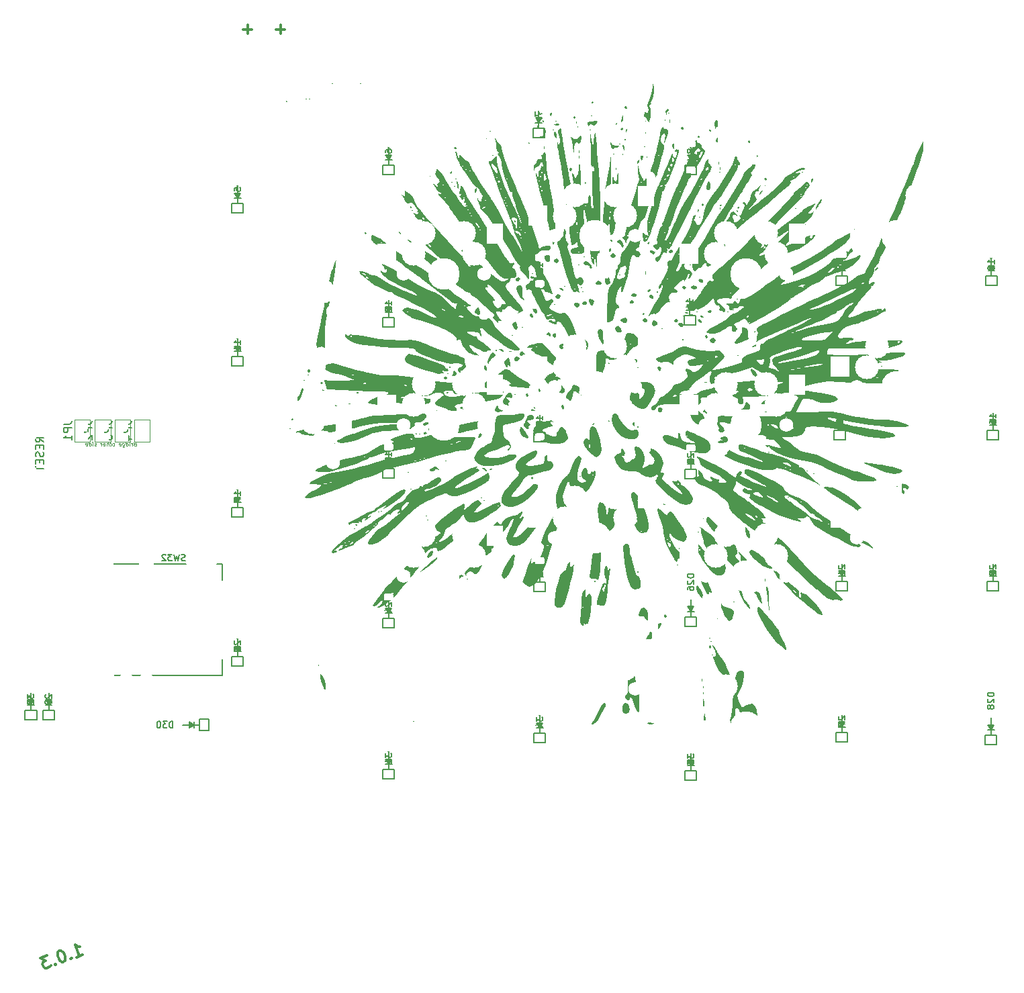
<source format=gbo>
G04 #@! TF.GenerationSoftware,KiCad,Pcbnew,7.0.5.1-1-g8f565ef7f0-dirty-deb11*
G04 #@! TF.CreationDate,2023-08-12T11:25:40+00:00*
G04 #@! TF.ProjectId,hakea-fillets,68616b65-612d-4666-996c-6c6574732e6b,1.0.3*
G04 #@! TF.SameCoordinates,Original*
G04 #@! TF.FileFunction,Legend,Bot*
G04 #@! TF.FilePolarity,Positive*
%FSLAX46Y46*%
G04 Gerber Fmt 4.6, Leading zero omitted, Abs format (unit mm)*
G04 Created by KiCad (PCBNEW 7.0.5.1-1-g8f565ef7f0-dirty-deb11) date 2023-08-12 11:25:40*
%MOMM*%
%LPD*%
G01*
G04 APERTURE LIST*
%ADD10C,0.100000*%
%ADD11C,0.300000*%
%ADD12C,0.150000*%
%ADD13C,0.152400*%
%ADD14C,0.200000*%
%ADD15C,0.160000*%
%ADD16C,0.120000*%
%ADD17C,1.750000*%
%ADD18C,3.000000*%
%ADD19C,3.987800*%
%ADD20R,2.350000X2.500000*%
%ADD21R,2.150000X2.500000*%
%ADD22O,1.000000X2.200000*%
%ADD23O,1.000000X1.800000*%
%ADD24R,2.000000X2.000000*%
%ADD25C,2.000000*%
%ADD26R,2.000000X3.200000*%
%ADD27R,1.700000X1.700000*%
%ADD28O,1.700000X1.700000*%
%ADD29C,3.500000*%
%ADD30C,1.500000*%
%ADD31C,1.600000*%
%ADD32R,0.700000X1.524000*%
%ADD33O,1.200000X1.750000*%
G04 APERTURE END LIST*
D10*
X103870941Y-78602604D02*
X103802489Y-78626414D01*
X103802489Y-78626414D02*
X103781656Y-78650223D01*
X103781656Y-78650223D02*
X103763798Y-78697842D01*
X103763798Y-78697842D02*
X103772727Y-78769271D01*
X103772727Y-78769271D02*
X103802489Y-78816890D01*
X103802489Y-78816890D02*
X103829275Y-78840700D01*
X103829275Y-78840700D02*
X103879870Y-78864509D01*
X103879870Y-78864509D02*
X104070346Y-78864509D01*
X104070346Y-78864509D02*
X104007846Y-78364509D01*
X104007846Y-78364509D02*
X103841179Y-78364509D01*
X103841179Y-78364509D02*
X103796537Y-78388319D01*
X103796537Y-78388319D02*
X103775703Y-78412128D01*
X103775703Y-78412128D02*
X103757846Y-78459747D01*
X103757846Y-78459747D02*
X103763798Y-78507366D01*
X103763798Y-78507366D02*
X103793560Y-78554985D01*
X103793560Y-78554985D02*
X103820346Y-78578795D01*
X103820346Y-78578795D02*
X103870941Y-78602604D01*
X103870941Y-78602604D02*
X104037608Y-78602604D01*
X103570346Y-78864509D02*
X103528679Y-78531176D01*
X103540584Y-78626414D02*
X103510822Y-78578795D01*
X103510822Y-78578795D02*
X103484037Y-78554985D01*
X103484037Y-78554985D02*
X103433441Y-78531176D01*
X103433441Y-78531176D02*
X103385822Y-78531176D01*
X103260822Y-78864509D02*
X103219155Y-78531176D01*
X103198322Y-78364509D02*
X103225108Y-78388319D01*
X103225108Y-78388319D02*
X103204274Y-78412128D01*
X103204274Y-78412128D02*
X103177489Y-78388319D01*
X103177489Y-78388319D02*
X103198322Y-78364509D01*
X103198322Y-78364509D02*
X103204274Y-78412128D01*
X102808441Y-78864509D02*
X102745941Y-78364509D01*
X102805465Y-78840700D02*
X102856060Y-78864509D01*
X102856060Y-78864509D02*
X102951299Y-78864509D01*
X102951299Y-78864509D02*
X102995941Y-78840700D01*
X102995941Y-78840700D02*
X103016775Y-78816890D01*
X103016775Y-78816890D02*
X103034632Y-78769271D01*
X103034632Y-78769271D02*
X103016775Y-78626414D01*
X103016775Y-78626414D02*
X102987013Y-78578795D01*
X102987013Y-78578795D02*
X102960227Y-78554985D01*
X102960227Y-78554985D02*
X102909632Y-78531176D01*
X102909632Y-78531176D02*
X102814394Y-78531176D01*
X102814394Y-78531176D02*
X102769751Y-78554985D01*
X102314394Y-78531176D02*
X102364989Y-78935938D01*
X102364989Y-78935938D02*
X102394751Y-78983557D01*
X102394751Y-78983557D02*
X102421537Y-79007366D01*
X102421537Y-79007366D02*
X102472132Y-79031176D01*
X102472132Y-79031176D02*
X102543560Y-79031176D01*
X102543560Y-79031176D02*
X102588203Y-79007366D01*
X102353084Y-78840700D02*
X102403679Y-78864509D01*
X102403679Y-78864509D02*
X102498918Y-78864509D01*
X102498918Y-78864509D02*
X102543560Y-78840700D01*
X102543560Y-78840700D02*
X102564394Y-78816890D01*
X102564394Y-78816890D02*
X102582251Y-78769271D01*
X102582251Y-78769271D02*
X102564394Y-78626414D01*
X102564394Y-78626414D02*
X102534632Y-78578795D01*
X102534632Y-78578795D02*
X102507846Y-78554985D01*
X102507846Y-78554985D02*
X102457251Y-78531176D01*
X102457251Y-78531176D02*
X102362013Y-78531176D01*
X102362013Y-78531176D02*
X102317370Y-78554985D01*
X101924513Y-78840700D02*
X101975108Y-78864509D01*
X101975108Y-78864509D02*
X102070346Y-78864509D01*
X102070346Y-78864509D02*
X102114989Y-78840700D01*
X102114989Y-78840700D02*
X102132846Y-78793080D01*
X102132846Y-78793080D02*
X102109037Y-78602604D01*
X102109037Y-78602604D02*
X102079275Y-78554985D01*
X102079275Y-78554985D02*
X102028679Y-78531176D01*
X102028679Y-78531176D02*
X101933441Y-78531176D01*
X101933441Y-78531176D02*
X101888798Y-78554985D01*
X101888798Y-78554985D02*
X101870941Y-78602604D01*
X101870941Y-78602604D02*
X101876894Y-78650223D01*
X101876894Y-78650223D02*
X102120941Y-78697842D01*
X101237014Y-78864509D02*
X101281656Y-78840700D01*
X101281656Y-78840700D02*
X101302490Y-78816890D01*
X101302490Y-78816890D02*
X101320347Y-78769271D01*
X101320347Y-78769271D02*
X101302490Y-78626414D01*
X101302490Y-78626414D02*
X101272728Y-78578795D01*
X101272728Y-78578795D02*
X101245942Y-78554985D01*
X101245942Y-78554985D02*
X101195347Y-78531176D01*
X101195347Y-78531176D02*
X101123918Y-78531176D01*
X101123918Y-78531176D02*
X101079275Y-78554985D01*
X101079275Y-78554985D02*
X101058442Y-78578795D01*
X101058442Y-78578795D02*
X101040585Y-78626414D01*
X101040585Y-78626414D02*
X101058442Y-78769271D01*
X101058442Y-78769271D02*
X101088204Y-78816890D01*
X101088204Y-78816890D02*
X101114990Y-78840700D01*
X101114990Y-78840700D02*
X101165585Y-78864509D01*
X101165585Y-78864509D02*
X101237014Y-78864509D01*
X100885823Y-78531176D02*
X100695347Y-78531176D01*
X100793561Y-78364509D02*
X100847133Y-78793080D01*
X100847133Y-78793080D02*
X100829275Y-78840700D01*
X100829275Y-78840700D02*
X100784633Y-78864509D01*
X100784633Y-78864509D02*
X100737013Y-78864509D01*
X100570347Y-78864509D02*
X100507847Y-78364509D01*
X100356061Y-78864509D02*
X100323323Y-78602604D01*
X100323323Y-78602604D02*
X100341180Y-78554985D01*
X100341180Y-78554985D02*
X100385823Y-78531176D01*
X100385823Y-78531176D02*
X100457252Y-78531176D01*
X100457252Y-78531176D02*
X100507847Y-78554985D01*
X100507847Y-78554985D02*
X100534633Y-78578795D01*
X99924514Y-78840700D02*
X99975109Y-78864509D01*
X99975109Y-78864509D02*
X100070347Y-78864509D01*
X100070347Y-78864509D02*
X100114990Y-78840700D01*
X100114990Y-78840700D02*
X100132847Y-78793080D01*
X100132847Y-78793080D02*
X100109038Y-78602604D01*
X100109038Y-78602604D02*
X100079276Y-78554985D01*
X100079276Y-78554985D02*
X100028680Y-78531176D01*
X100028680Y-78531176D02*
X99933442Y-78531176D01*
X99933442Y-78531176D02*
X99888799Y-78554985D01*
X99888799Y-78554985D02*
X99870942Y-78602604D01*
X99870942Y-78602604D02*
X99876895Y-78650223D01*
X99876895Y-78650223D02*
X100120942Y-78697842D01*
X99689395Y-78864509D02*
X99647728Y-78531176D01*
X99659633Y-78626414D02*
X99629871Y-78578795D01*
X99629871Y-78578795D02*
X99603086Y-78554985D01*
X99603086Y-78554985D02*
X99552490Y-78531176D01*
X99552490Y-78531176D02*
X99504871Y-78531176D01*
X99019752Y-78840700D02*
X98975110Y-78864509D01*
X98975110Y-78864509D02*
X98879871Y-78864509D01*
X98879871Y-78864509D02*
X98829276Y-78840700D01*
X98829276Y-78840700D02*
X98799514Y-78793080D01*
X98799514Y-78793080D02*
X98796538Y-78769271D01*
X98796538Y-78769271D02*
X98814395Y-78721652D01*
X98814395Y-78721652D02*
X98859038Y-78697842D01*
X98859038Y-78697842D02*
X98930467Y-78697842D01*
X98930467Y-78697842D02*
X98975110Y-78674033D01*
X98975110Y-78674033D02*
X98992967Y-78626414D01*
X98992967Y-78626414D02*
X98989991Y-78602604D01*
X98989991Y-78602604D02*
X98960229Y-78554985D01*
X98960229Y-78554985D02*
X98909633Y-78531176D01*
X98909633Y-78531176D02*
X98838205Y-78531176D01*
X98838205Y-78531176D02*
X98793562Y-78554985D01*
X98594157Y-78864509D02*
X98552490Y-78531176D01*
X98531657Y-78364509D02*
X98558443Y-78388319D01*
X98558443Y-78388319D02*
X98537609Y-78412128D01*
X98537609Y-78412128D02*
X98510824Y-78388319D01*
X98510824Y-78388319D02*
X98531657Y-78364509D01*
X98531657Y-78364509D02*
X98537609Y-78412128D01*
X98141776Y-78864509D02*
X98079276Y-78364509D01*
X98138800Y-78840700D02*
X98189395Y-78864509D01*
X98189395Y-78864509D02*
X98284634Y-78864509D01*
X98284634Y-78864509D02*
X98329276Y-78840700D01*
X98329276Y-78840700D02*
X98350110Y-78816890D01*
X98350110Y-78816890D02*
X98367967Y-78769271D01*
X98367967Y-78769271D02*
X98350110Y-78626414D01*
X98350110Y-78626414D02*
X98320348Y-78578795D01*
X98320348Y-78578795D02*
X98293562Y-78554985D01*
X98293562Y-78554985D02*
X98242967Y-78531176D01*
X98242967Y-78531176D02*
X98147729Y-78531176D01*
X98147729Y-78531176D02*
X98103086Y-78554985D01*
X97710229Y-78840700D02*
X97760824Y-78864509D01*
X97760824Y-78864509D02*
X97856062Y-78864509D01*
X97856062Y-78864509D02*
X97900705Y-78840700D01*
X97900705Y-78840700D02*
X97918562Y-78793080D01*
X97918562Y-78793080D02*
X97894753Y-78602604D01*
X97894753Y-78602604D02*
X97864991Y-78554985D01*
X97864991Y-78554985D02*
X97814395Y-78531176D01*
X97814395Y-78531176D02*
X97719157Y-78531176D01*
X97719157Y-78531176D02*
X97674514Y-78554985D01*
X97674514Y-78554985D02*
X97656657Y-78602604D01*
X97656657Y-78602604D02*
X97662610Y-78650223D01*
X97662610Y-78650223D02*
X97906657Y-78697842D01*
D11*
X96508702Y-143357900D02*
X97314153Y-143064740D01*
X96911428Y-143211320D02*
X96398398Y-141801781D01*
X96398398Y-141801781D02*
X96605929Y-141954284D01*
X96605929Y-141954284D02*
X96789031Y-142039665D01*
X96789031Y-142039665D02*
X96947703Y-142057926D01*
X95855755Y-143443528D02*
X95813064Y-143535079D01*
X95813064Y-143535079D02*
X95904615Y-143577770D01*
X95904615Y-143577770D02*
X95947306Y-143486219D01*
X95947306Y-143486219D02*
X95855755Y-143443528D01*
X95855755Y-143443528D02*
X95904615Y-143577770D01*
X94451892Y-142510251D02*
X94317650Y-142559111D01*
X94317650Y-142559111D02*
X94207838Y-142675092D01*
X94207838Y-142675092D02*
X94165147Y-142766643D01*
X94165147Y-142766643D02*
X94146886Y-142925315D01*
X94146886Y-142925315D02*
X94177485Y-143218228D01*
X94177485Y-143218228D02*
X94299635Y-143553833D01*
X94299635Y-143553833D02*
X94464476Y-143797887D01*
X94464476Y-143797887D02*
X94580457Y-143907698D01*
X94580457Y-143907698D02*
X94672008Y-143950389D01*
X94672008Y-143950389D02*
X94830680Y-143968650D01*
X94830680Y-143968650D02*
X94964922Y-143919790D01*
X94964922Y-143919790D02*
X95074734Y-143803809D01*
X95074734Y-143803809D02*
X95117424Y-143712258D01*
X95117424Y-143712258D02*
X95135685Y-143553586D01*
X95135685Y-143553586D02*
X95105086Y-143260673D01*
X95105086Y-143260673D02*
X94982936Y-142925068D01*
X94982936Y-142925068D02*
X94818095Y-142681015D01*
X94818095Y-142681015D02*
X94702114Y-142571203D01*
X94702114Y-142571203D02*
X94610563Y-142528512D01*
X94610563Y-142528512D02*
X94451892Y-142510251D01*
X93842128Y-144176428D02*
X93799437Y-144267979D01*
X93799437Y-144267979D02*
X93890988Y-144310670D01*
X93890988Y-144310670D02*
X93933679Y-144219119D01*
X93933679Y-144219119D02*
X93842128Y-144176428D01*
X93842128Y-144176428D02*
X93890988Y-144310670D01*
X92840990Y-143096571D02*
X91968418Y-143414161D01*
X91968418Y-143414161D02*
X92633705Y-143780119D01*
X92633705Y-143780119D02*
X92432342Y-143853409D01*
X92432342Y-143853409D02*
X92322530Y-143969390D01*
X92322530Y-143969390D02*
X92279839Y-144060940D01*
X92279839Y-144060940D02*
X92261578Y-144219612D01*
X92261578Y-144219612D02*
X92383729Y-144555217D01*
X92383729Y-144555217D02*
X92499709Y-144665029D01*
X92499709Y-144665029D02*
X92591260Y-144707719D01*
X92591260Y-144707719D02*
X92749932Y-144725980D01*
X92749932Y-144725980D02*
X93152658Y-144579400D01*
X93152658Y-144579400D02*
X93262469Y-144463419D01*
X93262469Y-144463419D02*
X93305160Y-144371868D01*
X117524542Y-26338500D02*
X118667400Y-26338500D01*
X118095971Y-26909928D02*
X118095971Y-25767071D01*
X121667399Y-26338500D02*
X122810257Y-26338500D01*
X122238828Y-26909928D02*
X122238828Y-25767071D01*
D12*
X92382819Y-78369218D02*
X91906628Y-78035885D01*
X92382819Y-77797790D02*
X91382819Y-77797790D01*
X91382819Y-77797790D02*
X91382819Y-78178742D01*
X91382819Y-78178742D02*
X91430438Y-78273980D01*
X91430438Y-78273980D02*
X91478057Y-78321599D01*
X91478057Y-78321599D02*
X91573295Y-78369218D01*
X91573295Y-78369218D02*
X91716152Y-78369218D01*
X91716152Y-78369218D02*
X91811390Y-78321599D01*
X91811390Y-78321599D02*
X91859009Y-78273980D01*
X91859009Y-78273980D02*
X91906628Y-78178742D01*
X91906628Y-78178742D02*
X91906628Y-77797790D01*
X91859009Y-78797790D02*
X91859009Y-79131123D01*
X92382819Y-79273980D02*
X92382819Y-78797790D01*
X92382819Y-78797790D02*
X91382819Y-78797790D01*
X91382819Y-78797790D02*
X91382819Y-79273980D01*
X92335200Y-79654933D02*
X92382819Y-79797790D01*
X92382819Y-79797790D02*
X92382819Y-80035885D01*
X92382819Y-80035885D02*
X92335200Y-80131123D01*
X92335200Y-80131123D02*
X92287580Y-80178742D01*
X92287580Y-80178742D02*
X92192342Y-80226361D01*
X92192342Y-80226361D02*
X92097104Y-80226361D01*
X92097104Y-80226361D02*
X92001866Y-80178742D01*
X92001866Y-80178742D02*
X91954247Y-80131123D01*
X91954247Y-80131123D02*
X91906628Y-80035885D01*
X91906628Y-80035885D02*
X91859009Y-79845409D01*
X91859009Y-79845409D02*
X91811390Y-79750171D01*
X91811390Y-79750171D02*
X91763771Y-79702552D01*
X91763771Y-79702552D02*
X91668533Y-79654933D01*
X91668533Y-79654933D02*
X91573295Y-79654933D01*
X91573295Y-79654933D02*
X91478057Y-79702552D01*
X91478057Y-79702552D02*
X91430438Y-79750171D01*
X91430438Y-79750171D02*
X91382819Y-79845409D01*
X91382819Y-79845409D02*
X91382819Y-80083504D01*
X91382819Y-80083504D02*
X91430438Y-80226361D01*
X91859009Y-80654933D02*
X91859009Y-80988266D01*
X92382819Y-81131123D02*
X92382819Y-80654933D01*
X92382819Y-80654933D02*
X91382819Y-80654933D01*
X91382819Y-80654933D02*
X91382819Y-81131123D01*
X91382819Y-81416838D02*
X91382819Y-81988266D01*
X92382819Y-81702552D02*
X91382819Y-81702552D01*
D13*
X193408091Y-54649786D02*
X192595291Y-54649786D01*
X192595291Y-54649786D02*
X192595291Y-54843310D01*
X192595291Y-54843310D02*
X192633996Y-54959424D01*
X192633996Y-54959424D02*
X192711406Y-55036834D01*
X192711406Y-55036834D02*
X192788815Y-55075539D01*
X192788815Y-55075539D02*
X192943634Y-55114243D01*
X192943634Y-55114243D02*
X193059748Y-55114243D01*
X193059748Y-55114243D02*
X193214567Y-55075539D01*
X193214567Y-55075539D02*
X193291977Y-55036834D01*
X193291977Y-55036834D02*
X193369387Y-54959424D01*
X193369387Y-54959424D02*
X193408091Y-54843310D01*
X193408091Y-54843310D02*
X193408091Y-54649786D01*
X193408091Y-55501291D02*
X193408091Y-55656110D01*
X193408091Y-55656110D02*
X193369387Y-55733520D01*
X193369387Y-55733520D02*
X193330682Y-55772224D01*
X193330682Y-55772224D02*
X193214567Y-55849634D01*
X193214567Y-55849634D02*
X193059748Y-55888339D01*
X193059748Y-55888339D02*
X192750110Y-55888339D01*
X192750110Y-55888339D02*
X192672701Y-55849634D01*
X192672701Y-55849634D02*
X192633996Y-55810929D01*
X192633996Y-55810929D02*
X192595291Y-55733520D01*
X192595291Y-55733520D02*
X192595291Y-55578701D01*
X192595291Y-55578701D02*
X192633996Y-55501291D01*
X192633996Y-55501291D02*
X192672701Y-55462586D01*
X192672701Y-55462586D02*
X192750110Y-55423882D01*
X192750110Y-55423882D02*
X192943634Y-55423882D01*
X192943634Y-55423882D02*
X193021044Y-55462586D01*
X193021044Y-55462586D02*
X193059748Y-55501291D01*
X193059748Y-55501291D02*
X193098453Y-55578701D01*
X193098453Y-55578701D02*
X193098453Y-55733520D01*
X193098453Y-55733520D02*
X193059748Y-55810929D01*
X193059748Y-55810929D02*
X193021044Y-55849634D01*
X193021044Y-55849634D02*
X192943634Y-55888339D01*
X193408091Y-93131786D02*
X192595291Y-93131786D01*
X192595291Y-93131786D02*
X192595291Y-93325310D01*
X192595291Y-93325310D02*
X192633996Y-93441424D01*
X192633996Y-93441424D02*
X192711406Y-93518834D01*
X192711406Y-93518834D02*
X192788815Y-93557539D01*
X192788815Y-93557539D02*
X192943634Y-93596243D01*
X192943634Y-93596243D02*
X193059748Y-93596243D01*
X193059748Y-93596243D02*
X193214567Y-93557539D01*
X193214567Y-93557539D02*
X193291977Y-93518834D01*
X193291977Y-93518834D02*
X193369387Y-93441424D01*
X193369387Y-93441424D02*
X193408091Y-93325310D01*
X193408091Y-93325310D02*
X193408091Y-93131786D01*
X192672701Y-93905882D02*
X192633996Y-93944586D01*
X192633996Y-93944586D02*
X192595291Y-94021996D01*
X192595291Y-94021996D02*
X192595291Y-94215520D01*
X192595291Y-94215520D02*
X192633996Y-94292929D01*
X192633996Y-94292929D02*
X192672701Y-94331634D01*
X192672701Y-94331634D02*
X192750110Y-94370339D01*
X192750110Y-94370339D02*
X192827520Y-94370339D01*
X192827520Y-94370339D02*
X192943634Y-94331634D01*
X192943634Y-94331634D02*
X193408091Y-93867177D01*
X193408091Y-93867177D02*
X193408091Y-94370339D01*
X193408091Y-95144434D02*
X193408091Y-94679977D01*
X193408091Y-94912205D02*
X192595291Y-94912205D01*
X192595291Y-94912205D02*
X192711406Y-94834796D01*
X192711406Y-94834796D02*
X192788815Y-94757386D01*
X192788815Y-94757386D02*
X192827520Y-94679977D01*
X212458091Y-93131786D02*
X211645291Y-93131786D01*
X211645291Y-93131786D02*
X211645291Y-93325310D01*
X211645291Y-93325310D02*
X211683996Y-93441424D01*
X211683996Y-93441424D02*
X211761406Y-93518834D01*
X211761406Y-93518834D02*
X211838815Y-93557539D01*
X211838815Y-93557539D02*
X211993634Y-93596243D01*
X211993634Y-93596243D02*
X212109748Y-93596243D01*
X212109748Y-93596243D02*
X212264567Y-93557539D01*
X212264567Y-93557539D02*
X212341977Y-93518834D01*
X212341977Y-93518834D02*
X212419387Y-93441424D01*
X212419387Y-93441424D02*
X212458091Y-93325310D01*
X212458091Y-93325310D02*
X212458091Y-93131786D01*
X211722701Y-93905882D02*
X211683996Y-93944586D01*
X211683996Y-93944586D02*
X211645291Y-94021996D01*
X211645291Y-94021996D02*
X211645291Y-94215520D01*
X211645291Y-94215520D02*
X211683996Y-94292929D01*
X211683996Y-94292929D02*
X211722701Y-94331634D01*
X211722701Y-94331634D02*
X211800110Y-94370339D01*
X211800110Y-94370339D02*
X211877520Y-94370339D01*
X211877520Y-94370339D02*
X211993634Y-94331634D01*
X211993634Y-94331634D02*
X212458091Y-93867177D01*
X212458091Y-93867177D02*
X212458091Y-94370339D01*
X211722701Y-94679977D02*
X211683996Y-94718681D01*
X211683996Y-94718681D02*
X211645291Y-94796091D01*
X211645291Y-94796091D02*
X211645291Y-94989615D01*
X211645291Y-94989615D02*
X211683996Y-95067024D01*
X211683996Y-95067024D02*
X211722701Y-95105729D01*
X211722701Y-95105729D02*
X211800110Y-95144434D01*
X211800110Y-95144434D02*
X211877520Y-95144434D01*
X211877520Y-95144434D02*
X211993634Y-95105729D01*
X211993634Y-95105729D02*
X212458091Y-94641272D01*
X212458091Y-94641272D02*
X212458091Y-95144434D01*
X212458091Y-74081786D02*
X211645291Y-74081786D01*
X211645291Y-74081786D02*
X211645291Y-74275310D01*
X211645291Y-74275310D02*
X211683996Y-74391424D01*
X211683996Y-74391424D02*
X211761406Y-74468834D01*
X211761406Y-74468834D02*
X211838815Y-74507539D01*
X211838815Y-74507539D02*
X211993634Y-74546243D01*
X211993634Y-74546243D02*
X212109748Y-74546243D01*
X212109748Y-74546243D02*
X212264567Y-74507539D01*
X212264567Y-74507539D02*
X212341977Y-74468834D01*
X212341977Y-74468834D02*
X212419387Y-74391424D01*
X212419387Y-74391424D02*
X212458091Y-74275310D01*
X212458091Y-74275310D02*
X212458091Y-74081786D01*
X212458091Y-75320339D02*
X212458091Y-74855882D01*
X212458091Y-75088110D02*
X211645291Y-75088110D01*
X211645291Y-75088110D02*
X211761406Y-75010701D01*
X211761406Y-75010701D02*
X211838815Y-74933291D01*
X211838815Y-74933291D02*
X211877520Y-74855882D01*
X211645291Y-76017024D02*
X211645291Y-75862205D01*
X211645291Y-75862205D02*
X211683996Y-75784796D01*
X211683996Y-75784796D02*
X211722701Y-75746091D01*
X211722701Y-75746091D02*
X211838815Y-75668681D01*
X211838815Y-75668681D02*
X211993634Y-75629977D01*
X211993634Y-75629977D02*
X212303272Y-75629977D01*
X212303272Y-75629977D02*
X212380682Y-75668681D01*
X212380682Y-75668681D02*
X212419387Y-75707386D01*
X212419387Y-75707386D02*
X212458091Y-75784796D01*
X212458091Y-75784796D02*
X212458091Y-75939615D01*
X212458091Y-75939615D02*
X212419387Y-76017024D01*
X212419387Y-76017024D02*
X212380682Y-76055729D01*
X212380682Y-76055729D02*
X212303272Y-76094434D01*
X212303272Y-76094434D02*
X212109748Y-76094434D01*
X212109748Y-76094434D02*
X212032339Y-76055729D01*
X212032339Y-76055729D02*
X211993634Y-76017024D01*
X211993634Y-76017024D02*
X211954929Y-75939615D01*
X211954929Y-75939615D02*
X211954929Y-75784796D01*
X211954929Y-75784796D02*
X211993634Y-75707386D01*
X211993634Y-75707386D02*
X212032339Y-75668681D01*
X212032339Y-75668681D02*
X212109748Y-75629977D01*
X193408091Y-112181786D02*
X192595291Y-112181786D01*
X192595291Y-112181786D02*
X192595291Y-112375310D01*
X192595291Y-112375310D02*
X192633996Y-112491424D01*
X192633996Y-112491424D02*
X192711406Y-112568834D01*
X192711406Y-112568834D02*
X192788815Y-112607539D01*
X192788815Y-112607539D02*
X192943634Y-112646243D01*
X192943634Y-112646243D02*
X193059748Y-112646243D01*
X193059748Y-112646243D02*
X193214567Y-112607539D01*
X193214567Y-112607539D02*
X193291977Y-112568834D01*
X193291977Y-112568834D02*
X193369387Y-112491424D01*
X193369387Y-112491424D02*
X193408091Y-112375310D01*
X193408091Y-112375310D02*
X193408091Y-112181786D01*
X192672701Y-112955882D02*
X192633996Y-112994586D01*
X192633996Y-112994586D02*
X192595291Y-113071996D01*
X192595291Y-113071996D02*
X192595291Y-113265520D01*
X192595291Y-113265520D02*
X192633996Y-113342929D01*
X192633996Y-113342929D02*
X192672701Y-113381634D01*
X192672701Y-113381634D02*
X192750110Y-113420339D01*
X192750110Y-113420339D02*
X192827520Y-113420339D01*
X192827520Y-113420339D02*
X192943634Y-113381634D01*
X192943634Y-113381634D02*
X193408091Y-112917177D01*
X193408091Y-112917177D02*
X193408091Y-113420339D01*
X192595291Y-113691272D02*
X192595291Y-114233138D01*
X192595291Y-114233138D02*
X193408091Y-113884796D01*
X136258091Y-59857786D02*
X135445291Y-59857786D01*
X135445291Y-59857786D02*
X135445291Y-60051310D01*
X135445291Y-60051310D02*
X135483996Y-60167424D01*
X135483996Y-60167424D02*
X135561406Y-60244834D01*
X135561406Y-60244834D02*
X135638815Y-60283539D01*
X135638815Y-60283539D02*
X135793634Y-60322243D01*
X135793634Y-60322243D02*
X135909748Y-60322243D01*
X135909748Y-60322243D02*
X136064567Y-60283539D01*
X136064567Y-60283539D02*
X136141977Y-60244834D01*
X136141977Y-60244834D02*
X136219387Y-60167424D01*
X136219387Y-60167424D02*
X136258091Y-60051310D01*
X136258091Y-60051310D02*
X136258091Y-59857786D01*
X136258091Y-61096339D02*
X136258091Y-60631882D01*
X136258091Y-60864110D02*
X135445291Y-60864110D01*
X135445291Y-60864110D02*
X135561406Y-60786701D01*
X135561406Y-60786701D02*
X135638815Y-60709291D01*
X135638815Y-60709291D02*
X135677520Y-60631882D01*
X135522701Y-61405977D02*
X135483996Y-61444681D01*
X135483996Y-61444681D02*
X135445291Y-61522091D01*
X135445291Y-61522091D02*
X135445291Y-61715615D01*
X135445291Y-61715615D02*
X135483996Y-61793024D01*
X135483996Y-61793024D02*
X135522701Y-61831729D01*
X135522701Y-61831729D02*
X135600110Y-61870434D01*
X135600110Y-61870434D02*
X135677520Y-61870434D01*
X135677520Y-61870434D02*
X135793634Y-61831729D01*
X135793634Y-61831729D02*
X136258091Y-61367272D01*
X136258091Y-61367272D02*
X136258091Y-61870434D01*
D12*
X99991419Y-76128666D02*
X100705704Y-76128666D01*
X100705704Y-76128666D02*
X100848561Y-76081047D01*
X100848561Y-76081047D02*
X100943800Y-75985809D01*
X100943800Y-75985809D02*
X100991419Y-75842952D01*
X100991419Y-75842952D02*
X100991419Y-75747714D01*
X100991419Y-76604857D02*
X99991419Y-76604857D01*
X99991419Y-76604857D02*
X99991419Y-76985809D01*
X99991419Y-76985809D02*
X100039038Y-77081047D01*
X100039038Y-77081047D02*
X100086657Y-77128666D01*
X100086657Y-77128666D02*
X100181895Y-77176285D01*
X100181895Y-77176285D02*
X100324752Y-77176285D01*
X100324752Y-77176285D02*
X100419990Y-77128666D01*
X100419990Y-77128666D02*
X100467609Y-77081047D01*
X100467609Y-77081047D02*
X100515228Y-76985809D01*
X100515228Y-76985809D02*
X100515228Y-76604857D01*
X99991419Y-77509619D02*
X99991419Y-78128666D01*
X99991419Y-78128666D02*
X100372371Y-77795333D01*
X100372371Y-77795333D02*
X100372371Y-77938190D01*
X100372371Y-77938190D02*
X100419990Y-78033428D01*
X100419990Y-78033428D02*
X100467609Y-78081047D01*
X100467609Y-78081047D02*
X100562847Y-78128666D01*
X100562847Y-78128666D02*
X100800942Y-78128666D01*
X100800942Y-78128666D02*
X100896180Y-78081047D01*
X100896180Y-78081047D02*
X100943800Y-78033428D01*
X100943800Y-78033428D02*
X100991419Y-77938190D01*
X100991419Y-77938190D02*
X100991419Y-77652476D01*
X100991419Y-77652476D02*
X100943800Y-77557238D01*
X100943800Y-77557238D02*
X100896180Y-77509619D01*
D13*
X117208091Y-83859786D02*
X116395291Y-83859786D01*
X116395291Y-83859786D02*
X116395291Y-84053310D01*
X116395291Y-84053310D02*
X116433996Y-84169424D01*
X116433996Y-84169424D02*
X116511406Y-84246834D01*
X116511406Y-84246834D02*
X116588815Y-84285539D01*
X116588815Y-84285539D02*
X116743634Y-84324243D01*
X116743634Y-84324243D02*
X116859748Y-84324243D01*
X116859748Y-84324243D02*
X117014567Y-84285539D01*
X117014567Y-84285539D02*
X117091977Y-84246834D01*
X117091977Y-84246834D02*
X117169387Y-84169424D01*
X117169387Y-84169424D02*
X117208091Y-84053310D01*
X117208091Y-84053310D02*
X117208091Y-83859786D01*
X117208091Y-85098339D02*
X117208091Y-84633882D01*
X117208091Y-84866110D02*
X116395291Y-84866110D01*
X116395291Y-84866110D02*
X116511406Y-84788701D01*
X116511406Y-84788701D02*
X116588815Y-84711291D01*
X116588815Y-84711291D02*
X116627520Y-84633882D01*
X116395291Y-85369272D02*
X116395291Y-85911138D01*
X116395291Y-85911138D02*
X117208091Y-85562796D01*
X155308091Y-93257786D02*
X154495291Y-93257786D01*
X154495291Y-93257786D02*
X154495291Y-93451310D01*
X154495291Y-93451310D02*
X154533996Y-93567424D01*
X154533996Y-93567424D02*
X154611406Y-93644834D01*
X154611406Y-93644834D02*
X154688815Y-93683539D01*
X154688815Y-93683539D02*
X154843634Y-93722243D01*
X154843634Y-93722243D02*
X154959748Y-93722243D01*
X154959748Y-93722243D02*
X155114567Y-93683539D01*
X155114567Y-93683539D02*
X155191977Y-93644834D01*
X155191977Y-93644834D02*
X155269387Y-93567424D01*
X155269387Y-93567424D02*
X155308091Y-93451310D01*
X155308091Y-93451310D02*
X155308091Y-93257786D01*
X154572701Y-94031882D02*
X154533996Y-94070586D01*
X154533996Y-94070586D02*
X154495291Y-94147996D01*
X154495291Y-94147996D02*
X154495291Y-94341520D01*
X154495291Y-94341520D02*
X154533996Y-94418929D01*
X154533996Y-94418929D02*
X154572701Y-94457634D01*
X154572701Y-94457634D02*
X154650110Y-94496339D01*
X154650110Y-94496339D02*
X154727520Y-94496339D01*
X154727520Y-94496339D02*
X154843634Y-94457634D01*
X154843634Y-94457634D02*
X155308091Y-93993177D01*
X155308091Y-93993177D02*
X155308091Y-94496339D01*
X154495291Y-95231729D02*
X154495291Y-94844681D01*
X154495291Y-94844681D02*
X154882339Y-94805977D01*
X154882339Y-94805977D02*
X154843634Y-94844681D01*
X154843634Y-94844681D02*
X154804929Y-94922091D01*
X154804929Y-94922091D02*
X154804929Y-95115615D01*
X154804929Y-95115615D02*
X154843634Y-95193024D01*
X154843634Y-95193024D02*
X154882339Y-95231729D01*
X154882339Y-95231729D02*
X154959748Y-95270434D01*
X154959748Y-95270434D02*
X155153272Y-95270434D01*
X155153272Y-95270434D02*
X155230682Y-95231729D01*
X155230682Y-95231729D02*
X155269387Y-95193024D01*
X155269387Y-95193024D02*
X155308091Y-95115615D01*
X155308091Y-95115615D02*
X155308091Y-94922091D01*
X155308091Y-94922091D02*
X155269387Y-94844681D01*
X155269387Y-94844681D02*
X155230682Y-94805977D01*
X117208091Y-64809786D02*
X116395291Y-64809786D01*
X116395291Y-64809786D02*
X116395291Y-65003310D01*
X116395291Y-65003310D02*
X116433996Y-65119424D01*
X116433996Y-65119424D02*
X116511406Y-65196834D01*
X116511406Y-65196834D02*
X116588815Y-65235539D01*
X116588815Y-65235539D02*
X116743634Y-65274243D01*
X116743634Y-65274243D02*
X116859748Y-65274243D01*
X116859748Y-65274243D02*
X117014567Y-65235539D01*
X117014567Y-65235539D02*
X117091977Y-65196834D01*
X117091977Y-65196834D02*
X117169387Y-65119424D01*
X117169387Y-65119424D02*
X117208091Y-65003310D01*
X117208091Y-65003310D02*
X117208091Y-64809786D01*
X117208091Y-66048339D02*
X117208091Y-65583882D01*
X117208091Y-65816110D02*
X116395291Y-65816110D01*
X116395291Y-65816110D02*
X116511406Y-65738701D01*
X116511406Y-65738701D02*
X116588815Y-65661291D01*
X116588815Y-65661291D02*
X116627520Y-65583882D01*
X117208091Y-66822434D02*
X117208091Y-66357977D01*
X117208091Y-66590205D02*
X116395291Y-66590205D01*
X116395291Y-66590205D02*
X116511406Y-66512796D01*
X116511406Y-66512796D02*
X116588815Y-66435386D01*
X116588815Y-66435386D02*
X116627520Y-66357977D01*
X174358091Y-79033786D02*
X173545291Y-79033786D01*
X173545291Y-79033786D02*
X173545291Y-79227310D01*
X173545291Y-79227310D02*
X173583996Y-79343424D01*
X173583996Y-79343424D02*
X173661406Y-79420834D01*
X173661406Y-79420834D02*
X173738815Y-79459539D01*
X173738815Y-79459539D02*
X173893634Y-79498243D01*
X173893634Y-79498243D02*
X174009748Y-79498243D01*
X174009748Y-79498243D02*
X174164567Y-79459539D01*
X174164567Y-79459539D02*
X174241977Y-79420834D01*
X174241977Y-79420834D02*
X174319387Y-79343424D01*
X174319387Y-79343424D02*
X174358091Y-79227310D01*
X174358091Y-79227310D02*
X174358091Y-79033786D01*
X173622701Y-79807882D02*
X173583996Y-79846586D01*
X173583996Y-79846586D02*
X173545291Y-79923996D01*
X173545291Y-79923996D02*
X173545291Y-80117520D01*
X173545291Y-80117520D02*
X173583996Y-80194929D01*
X173583996Y-80194929D02*
X173622701Y-80233634D01*
X173622701Y-80233634D02*
X173700110Y-80272339D01*
X173700110Y-80272339D02*
X173777520Y-80272339D01*
X173777520Y-80272339D02*
X173893634Y-80233634D01*
X173893634Y-80233634D02*
X174358091Y-79769177D01*
X174358091Y-79769177D02*
X174358091Y-80272339D01*
X173545291Y-80775500D02*
X173545291Y-80852910D01*
X173545291Y-80852910D02*
X173583996Y-80930319D01*
X173583996Y-80930319D02*
X173622701Y-80969024D01*
X173622701Y-80969024D02*
X173700110Y-81007729D01*
X173700110Y-81007729D02*
X173854929Y-81046434D01*
X173854929Y-81046434D02*
X174048453Y-81046434D01*
X174048453Y-81046434D02*
X174203272Y-81007729D01*
X174203272Y-81007729D02*
X174280682Y-80969024D01*
X174280682Y-80969024D02*
X174319387Y-80930319D01*
X174319387Y-80930319D02*
X174358091Y-80852910D01*
X174358091Y-80852910D02*
X174358091Y-80775500D01*
X174358091Y-80775500D02*
X174319387Y-80698091D01*
X174319387Y-80698091D02*
X174280682Y-80659386D01*
X174280682Y-80659386D02*
X174203272Y-80620681D01*
X174203272Y-80620681D02*
X174048453Y-80581977D01*
X174048453Y-80581977D02*
X173854929Y-80581977D01*
X173854929Y-80581977D02*
X173700110Y-80620681D01*
X173700110Y-80620681D02*
X173622701Y-80659386D01*
X173622701Y-80659386D02*
X173583996Y-80698091D01*
X173583996Y-80698091D02*
X173545291Y-80775500D01*
X155308091Y-112307786D02*
X154495291Y-112307786D01*
X154495291Y-112307786D02*
X154495291Y-112501310D01*
X154495291Y-112501310D02*
X154533996Y-112617424D01*
X154533996Y-112617424D02*
X154611406Y-112694834D01*
X154611406Y-112694834D02*
X154688815Y-112733539D01*
X154688815Y-112733539D02*
X154843634Y-112772243D01*
X154843634Y-112772243D02*
X154959748Y-112772243D01*
X154959748Y-112772243D02*
X155114567Y-112733539D01*
X155114567Y-112733539D02*
X155191977Y-112694834D01*
X155191977Y-112694834D02*
X155269387Y-112617424D01*
X155269387Y-112617424D02*
X155308091Y-112501310D01*
X155308091Y-112501310D02*
X155308091Y-112307786D01*
X154495291Y-113043177D02*
X154495291Y-113546339D01*
X154495291Y-113546339D02*
X154804929Y-113275405D01*
X154804929Y-113275405D02*
X154804929Y-113391520D01*
X154804929Y-113391520D02*
X154843634Y-113468929D01*
X154843634Y-113468929D02*
X154882339Y-113507634D01*
X154882339Y-113507634D02*
X154959748Y-113546339D01*
X154959748Y-113546339D02*
X155153272Y-113546339D01*
X155153272Y-113546339D02*
X155230682Y-113507634D01*
X155230682Y-113507634D02*
X155269387Y-113468929D01*
X155269387Y-113468929D02*
X155308091Y-113391520D01*
X155308091Y-113391520D02*
X155308091Y-113159291D01*
X155308091Y-113159291D02*
X155269387Y-113081882D01*
X155269387Y-113081882D02*
X155230682Y-113043177D01*
X154766225Y-114243024D02*
X155308091Y-114243024D01*
X154456587Y-114049500D02*
X155037158Y-113855977D01*
X155037158Y-113855977D02*
X155037158Y-114359138D01*
D14*
X110221077Y-93300800D02*
X110106791Y-93338895D01*
X110106791Y-93338895D02*
X109916315Y-93338895D01*
X109916315Y-93338895D02*
X109840124Y-93300800D01*
X109840124Y-93300800D02*
X109802029Y-93262704D01*
X109802029Y-93262704D02*
X109763934Y-93186514D01*
X109763934Y-93186514D02*
X109763934Y-93110323D01*
X109763934Y-93110323D02*
X109802029Y-93034133D01*
X109802029Y-93034133D02*
X109840124Y-92996038D01*
X109840124Y-92996038D02*
X109916315Y-92957942D01*
X109916315Y-92957942D02*
X110068696Y-92919847D01*
X110068696Y-92919847D02*
X110144886Y-92881752D01*
X110144886Y-92881752D02*
X110182981Y-92843657D01*
X110182981Y-92843657D02*
X110221077Y-92767466D01*
X110221077Y-92767466D02*
X110221077Y-92691276D01*
X110221077Y-92691276D02*
X110182981Y-92615085D01*
X110182981Y-92615085D02*
X110144886Y-92576990D01*
X110144886Y-92576990D02*
X110068696Y-92538895D01*
X110068696Y-92538895D02*
X109878219Y-92538895D01*
X109878219Y-92538895D02*
X109763934Y-92576990D01*
X109497267Y-92538895D02*
X109306791Y-93338895D01*
X109306791Y-93338895D02*
X109154410Y-92767466D01*
X109154410Y-92767466D02*
X109002029Y-93338895D01*
X109002029Y-93338895D02*
X108811553Y-92538895D01*
X108582981Y-92538895D02*
X108087743Y-92538895D01*
X108087743Y-92538895D02*
X108354409Y-92843657D01*
X108354409Y-92843657D02*
X108240124Y-92843657D01*
X108240124Y-92843657D02*
X108163933Y-92881752D01*
X108163933Y-92881752D02*
X108125838Y-92919847D01*
X108125838Y-92919847D02*
X108087743Y-92996038D01*
X108087743Y-92996038D02*
X108087743Y-93186514D01*
X108087743Y-93186514D02*
X108125838Y-93262704D01*
X108125838Y-93262704D02*
X108163933Y-93300800D01*
X108163933Y-93300800D02*
X108240124Y-93338895D01*
X108240124Y-93338895D02*
X108468695Y-93338895D01*
X108468695Y-93338895D02*
X108544886Y-93300800D01*
X108544886Y-93300800D02*
X108582981Y-93262704D01*
X107782981Y-92615085D02*
X107744885Y-92576990D01*
X107744885Y-92576990D02*
X107668695Y-92538895D01*
X107668695Y-92538895D02*
X107478219Y-92538895D01*
X107478219Y-92538895D02*
X107402028Y-92576990D01*
X107402028Y-92576990D02*
X107363933Y-92615085D01*
X107363933Y-92615085D02*
X107325838Y-92691276D01*
X107325838Y-92691276D02*
X107325838Y-92767466D01*
X107325838Y-92767466D02*
X107363933Y-92881752D01*
X107363933Y-92881752D02*
X107821076Y-93338895D01*
X107821076Y-93338895D02*
X107325838Y-93338895D01*
D13*
X136258091Y-97829786D02*
X135445291Y-97829786D01*
X135445291Y-97829786D02*
X135445291Y-98023310D01*
X135445291Y-98023310D02*
X135483996Y-98139424D01*
X135483996Y-98139424D02*
X135561406Y-98216834D01*
X135561406Y-98216834D02*
X135638815Y-98255539D01*
X135638815Y-98255539D02*
X135793634Y-98294243D01*
X135793634Y-98294243D02*
X135909748Y-98294243D01*
X135909748Y-98294243D02*
X136064567Y-98255539D01*
X136064567Y-98255539D02*
X136141977Y-98216834D01*
X136141977Y-98216834D02*
X136219387Y-98139424D01*
X136219387Y-98139424D02*
X136258091Y-98023310D01*
X136258091Y-98023310D02*
X136258091Y-97829786D01*
X135522701Y-98603882D02*
X135483996Y-98642586D01*
X135483996Y-98642586D02*
X135445291Y-98719996D01*
X135445291Y-98719996D02*
X135445291Y-98913520D01*
X135445291Y-98913520D02*
X135483996Y-98990929D01*
X135483996Y-98990929D02*
X135522701Y-99029634D01*
X135522701Y-99029634D02*
X135600110Y-99068339D01*
X135600110Y-99068339D02*
X135677520Y-99068339D01*
X135677520Y-99068339D02*
X135793634Y-99029634D01*
X135793634Y-99029634D02*
X136258091Y-98565177D01*
X136258091Y-98565177D02*
X136258091Y-99068339D01*
X135716225Y-99765024D02*
X136258091Y-99765024D01*
X135406587Y-99571500D02*
X135987158Y-99377977D01*
X135987158Y-99377977D02*
X135987158Y-99881138D01*
X155308091Y-74335786D02*
X154495291Y-74335786D01*
X154495291Y-74335786D02*
X154495291Y-74529310D01*
X154495291Y-74529310D02*
X154533996Y-74645424D01*
X154533996Y-74645424D02*
X154611406Y-74722834D01*
X154611406Y-74722834D02*
X154688815Y-74761539D01*
X154688815Y-74761539D02*
X154843634Y-74800243D01*
X154843634Y-74800243D02*
X154959748Y-74800243D01*
X154959748Y-74800243D02*
X155114567Y-74761539D01*
X155114567Y-74761539D02*
X155191977Y-74722834D01*
X155191977Y-74722834D02*
X155269387Y-74645424D01*
X155269387Y-74645424D02*
X155308091Y-74529310D01*
X155308091Y-74529310D02*
X155308091Y-74335786D01*
X155308091Y-75574339D02*
X155308091Y-75109882D01*
X155308091Y-75342110D02*
X154495291Y-75342110D01*
X154495291Y-75342110D02*
X154611406Y-75264701D01*
X154611406Y-75264701D02*
X154688815Y-75187291D01*
X154688815Y-75187291D02*
X154727520Y-75109882D01*
X155308091Y-75961386D02*
X155308091Y-76116205D01*
X155308091Y-76116205D02*
X155269387Y-76193615D01*
X155269387Y-76193615D02*
X155230682Y-76232319D01*
X155230682Y-76232319D02*
X155114567Y-76309729D01*
X155114567Y-76309729D02*
X154959748Y-76348434D01*
X154959748Y-76348434D02*
X154650110Y-76348434D01*
X154650110Y-76348434D02*
X154572701Y-76309729D01*
X154572701Y-76309729D02*
X154533996Y-76271024D01*
X154533996Y-76271024D02*
X154495291Y-76193615D01*
X154495291Y-76193615D02*
X154495291Y-76038796D01*
X154495291Y-76038796D02*
X154533996Y-75961386D01*
X154533996Y-75961386D02*
X154572701Y-75922681D01*
X154572701Y-75922681D02*
X154650110Y-75883977D01*
X154650110Y-75883977D02*
X154843634Y-75883977D01*
X154843634Y-75883977D02*
X154921044Y-75922681D01*
X154921044Y-75922681D02*
X154959748Y-75961386D01*
X154959748Y-75961386D02*
X154998453Y-76038796D01*
X154998453Y-76038796D02*
X154998453Y-76193615D01*
X154998453Y-76193615D02*
X154959748Y-76271024D01*
X154959748Y-76271024D02*
X154921044Y-76309729D01*
X154921044Y-76309729D02*
X154843634Y-76348434D01*
X93408291Y-109412186D02*
X92595491Y-109412186D01*
X92595491Y-109412186D02*
X92595491Y-109605710D01*
X92595491Y-109605710D02*
X92634196Y-109721824D01*
X92634196Y-109721824D02*
X92711606Y-109799234D01*
X92711606Y-109799234D02*
X92789015Y-109837939D01*
X92789015Y-109837939D02*
X92943834Y-109876643D01*
X92943834Y-109876643D02*
X93059948Y-109876643D01*
X93059948Y-109876643D02*
X93214767Y-109837939D01*
X93214767Y-109837939D02*
X93292177Y-109799234D01*
X93292177Y-109799234D02*
X93369587Y-109721824D01*
X93369587Y-109721824D02*
X93408291Y-109605710D01*
X93408291Y-109605710D02*
X93408291Y-109412186D01*
X92672901Y-110186282D02*
X92634196Y-110224986D01*
X92634196Y-110224986D02*
X92595491Y-110302396D01*
X92595491Y-110302396D02*
X92595491Y-110495920D01*
X92595491Y-110495920D02*
X92634196Y-110573329D01*
X92634196Y-110573329D02*
X92672901Y-110612034D01*
X92672901Y-110612034D02*
X92750310Y-110650739D01*
X92750310Y-110650739D02*
X92827720Y-110650739D01*
X92827720Y-110650739D02*
X92943834Y-110612034D01*
X92943834Y-110612034D02*
X93408291Y-110147577D01*
X93408291Y-110147577D02*
X93408291Y-110650739D01*
X93408291Y-111037786D02*
X93408291Y-111192605D01*
X93408291Y-111192605D02*
X93369587Y-111270015D01*
X93369587Y-111270015D02*
X93330882Y-111308719D01*
X93330882Y-111308719D02*
X93214767Y-111386129D01*
X93214767Y-111386129D02*
X93059948Y-111424834D01*
X93059948Y-111424834D02*
X92750310Y-111424834D01*
X92750310Y-111424834D02*
X92672901Y-111386129D01*
X92672901Y-111386129D02*
X92634196Y-111347424D01*
X92634196Y-111347424D02*
X92595491Y-111270015D01*
X92595491Y-111270015D02*
X92595491Y-111115196D01*
X92595491Y-111115196D02*
X92634196Y-111037786D01*
X92634196Y-111037786D02*
X92672901Y-110999081D01*
X92672901Y-110999081D02*
X92750310Y-110960377D01*
X92750310Y-110960377D02*
X92943834Y-110960377D01*
X92943834Y-110960377D02*
X93021244Y-110999081D01*
X93021244Y-110999081D02*
X93059948Y-111037786D01*
X93059948Y-111037786D02*
X93098653Y-111115196D01*
X93098653Y-111115196D02*
X93098653Y-111270015D01*
X93098653Y-111270015D02*
X93059948Y-111347424D01*
X93059948Y-111347424D02*
X93021244Y-111386129D01*
X93021244Y-111386129D02*
X92943834Y-111424834D01*
D12*
X102455219Y-76128666D02*
X103169504Y-76128666D01*
X103169504Y-76128666D02*
X103312361Y-76081047D01*
X103312361Y-76081047D02*
X103407600Y-75985809D01*
X103407600Y-75985809D02*
X103455219Y-75842952D01*
X103455219Y-75842952D02*
X103455219Y-75747714D01*
X103455219Y-76604857D02*
X102455219Y-76604857D01*
X102455219Y-76604857D02*
X102455219Y-76985809D01*
X102455219Y-76985809D02*
X102502838Y-77081047D01*
X102502838Y-77081047D02*
X102550457Y-77128666D01*
X102550457Y-77128666D02*
X102645695Y-77176285D01*
X102645695Y-77176285D02*
X102788552Y-77176285D01*
X102788552Y-77176285D02*
X102883790Y-77128666D01*
X102883790Y-77128666D02*
X102931409Y-77081047D01*
X102931409Y-77081047D02*
X102979028Y-76985809D01*
X102979028Y-76985809D02*
X102979028Y-76604857D01*
X102788552Y-78033428D02*
X103455219Y-78033428D01*
X102407600Y-77795333D02*
X103121885Y-77557238D01*
X103121885Y-77557238D02*
X103121885Y-78176285D01*
D13*
X91147691Y-109412186D02*
X90334891Y-109412186D01*
X90334891Y-109412186D02*
X90334891Y-109605710D01*
X90334891Y-109605710D02*
X90373596Y-109721824D01*
X90373596Y-109721824D02*
X90451006Y-109799234D01*
X90451006Y-109799234D02*
X90528415Y-109837939D01*
X90528415Y-109837939D02*
X90683234Y-109876643D01*
X90683234Y-109876643D02*
X90799348Y-109876643D01*
X90799348Y-109876643D02*
X90954167Y-109837939D01*
X90954167Y-109837939D02*
X91031577Y-109799234D01*
X91031577Y-109799234D02*
X91108987Y-109721824D01*
X91108987Y-109721824D02*
X91147691Y-109605710D01*
X91147691Y-109605710D02*
X91147691Y-109412186D01*
X90334891Y-110147577D02*
X90334891Y-110650739D01*
X90334891Y-110650739D02*
X90644529Y-110379805D01*
X90644529Y-110379805D02*
X90644529Y-110495920D01*
X90644529Y-110495920D02*
X90683234Y-110573329D01*
X90683234Y-110573329D02*
X90721939Y-110612034D01*
X90721939Y-110612034D02*
X90799348Y-110650739D01*
X90799348Y-110650739D02*
X90992872Y-110650739D01*
X90992872Y-110650739D02*
X91070282Y-110612034D01*
X91070282Y-110612034D02*
X91108987Y-110573329D01*
X91108987Y-110573329D02*
X91147691Y-110495920D01*
X91147691Y-110495920D02*
X91147691Y-110263691D01*
X91147691Y-110263691D02*
X91108987Y-110186282D01*
X91108987Y-110186282D02*
X91070282Y-110147577D01*
X90412301Y-110960377D02*
X90373596Y-110999081D01*
X90373596Y-110999081D02*
X90334891Y-111076491D01*
X90334891Y-111076491D02*
X90334891Y-111270015D01*
X90334891Y-111270015D02*
X90373596Y-111347424D01*
X90373596Y-111347424D02*
X90412301Y-111386129D01*
X90412301Y-111386129D02*
X90489710Y-111424834D01*
X90489710Y-111424834D02*
X90567120Y-111424834D01*
X90567120Y-111424834D02*
X90683234Y-111386129D01*
X90683234Y-111386129D02*
X91147691Y-110921672D01*
X91147691Y-110921672D02*
X91147691Y-111424834D01*
X108672213Y-114414091D02*
X108672213Y-113601291D01*
X108672213Y-113601291D02*
X108478689Y-113601291D01*
X108478689Y-113601291D02*
X108362575Y-113639996D01*
X108362575Y-113639996D02*
X108285165Y-113717406D01*
X108285165Y-113717406D02*
X108246460Y-113794815D01*
X108246460Y-113794815D02*
X108207756Y-113949634D01*
X108207756Y-113949634D02*
X108207756Y-114065748D01*
X108207756Y-114065748D02*
X108246460Y-114220567D01*
X108246460Y-114220567D02*
X108285165Y-114297977D01*
X108285165Y-114297977D02*
X108362575Y-114375387D01*
X108362575Y-114375387D02*
X108478689Y-114414091D01*
X108478689Y-114414091D02*
X108672213Y-114414091D01*
X107936822Y-113601291D02*
X107433660Y-113601291D01*
X107433660Y-113601291D02*
X107704594Y-113910929D01*
X107704594Y-113910929D02*
X107588479Y-113910929D01*
X107588479Y-113910929D02*
X107511070Y-113949634D01*
X107511070Y-113949634D02*
X107472365Y-113988339D01*
X107472365Y-113988339D02*
X107433660Y-114065748D01*
X107433660Y-114065748D02*
X107433660Y-114259272D01*
X107433660Y-114259272D02*
X107472365Y-114336682D01*
X107472365Y-114336682D02*
X107511070Y-114375387D01*
X107511070Y-114375387D02*
X107588479Y-114414091D01*
X107588479Y-114414091D02*
X107820708Y-114414091D01*
X107820708Y-114414091D02*
X107898117Y-114375387D01*
X107898117Y-114375387D02*
X107936822Y-114336682D01*
X106930499Y-113601291D02*
X106853089Y-113601291D01*
X106853089Y-113601291D02*
X106775680Y-113639996D01*
X106775680Y-113639996D02*
X106736975Y-113678701D01*
X106736975Y-113678701D02*
X106698270Y-113756110D01*
X106698270Y-113756110D02*
X106659565Y-113910929D01*
X106659565Y-113910929D02*
X106659565Y-114104453D01*
X106659565Y-114104453D02*
X106698270Y-114259272D01*
X106698270Y-114259272D02*
X106736975Y-114336682D01*
X106736975Y-114336682D02*
X106775680Y-114375387D01*
X106775680Y-114375387D02*
X106853089Y-114414091D01*
X106853089Y-114414091D02*
X106930499Y-114414091D01*
X106930499Y-114414091D02*
X107007908Y-114375387D01*
X107007908Y-114375387D02*
X107046613Y-114336682D01*
X107046613Y-114336682D02*
X107085318Y-114259272D01*
X107085318Y-114259272D02*
X107124022Y-114104453D01*
X107124022Y-114104453D02*
X107124022Y-113910929D01*
X107124022Y-113910929D02*
X107085318Y-113756110D01*
X107085318Y-113756110D02*
X107046613Y-113678701D01*
X107046613Y-113678701D02*
X107007908Y-113639996D01*
X107007908Y-113639996D02*
X106930499Y-113601291D01*
X174358091Y-40679786D02*
X173545291Y-40679786D01*
X173545291Y-40679786D02*
X173545291Y-40873310D01*
X173545291Y-40873310D02*
X173583996Y-40989424D01*
X173583996Y-40989424D02*
X173661406Y-41066834D01*
X173661406Y-41066834D02*
X173738815Y-41105539D01*
X173738815Y-41105539D02*
X173893634Y-41144243D01*
X173893634Y-41144243D02*
X174009748Y-41144243D01*
X174009748Y-41144243D02*
X174164567Y-41105539D01*
X174164567Y-41105539D02*
X174241977Y-41066834D01*
X174241977Y-41066834D02*
X174319387Y-40989424D01*
X174319387Y-40989424D02*
X174358091Y-40873310D01*
X174358091Y-40873310D02*
X174358091Y-40679786D01*
X173893634Y-41608701D02*
X173854929Y-41531291D01*
X173854929Y-41531291D02*
X173816225Y-41492586D01*
X173816225Y-41492586D02*
X173738815Y-41453882D01*
X173738815Y-41453882D02*
X173700110Y-41453882D01*
X173700110Y-41453882D02*
X173622701Y-41492586D01*
X173622701Y-41492586D02*
X173583996Y-41531291D01*
X173583996Y-41531291D02*
X173545291Y-41608701D01*
X173545291Y-41608701D02*
X173545291Y-41763520D01*
X173545291Y-41763520D02*
X173583996Y-41840929D01*
X173583996Y-41840929D02*
X173622701Y-41879634D01*
X173622701Y-41879634D02*
X173700110Y-41918339D01*
X173700110Y-41918339D02*
X173738815Y-41918339D01*
X173738815Y-41918339D02*
X173816225Y-41879634D01*
X173816225Y-41879634D02*
X173854929Y-41840929D01*
X173854929Y-41840929D02*
X173893634Y-41763520D01*
X173893634Y-41763520D02*
X173893634Y-41608701D01*
X173893634Y-41608701D02*
X173932339Y-41531291D01*
X173932339Y-41531291D02*
X173971044Y-41492586D01*
X173971044Y-41492586D02*
X174048453Y-41453882D01*
X174048453Y-41453882D02*
X174203272Y-41453882D01*
X174203272Y-41453882D02*
X174280682Y-41492586D01*
X174280682Y-41492586D02*
X174319387Y-41531291D01*
X174319387Y-41531291D02*
X174358091Y-41608701D01*
X174358091Y-41608701D02*
X174358091Y-41763520D01*
X174358091Y-41763520D02*
X174319387Y-41840929D01*
X174319387Y-41840929D02*
X174280682Y-41879634D01*
X174280682Y-41879634D02*
X174203272Y-41918339D01*
X174203272Y-41918339D02*
X174048453Y-41918339D01*
X174048453Y-41918339D02*
X173971044Y-41879634D01*
X173971044Y-41879634D02*
X173932339Y-41840929D01*
X173932339Y-41840929D02*
X173893634Y-41763520D01*
X117208091Y-45505786D02*
X116395291Y-45505786D01*
X116395291Y-45505786D02*
X116395291Y-45699310D01*
X116395291Y-45699310D02*
X116433996Y-45815424D01*
X116433996Y-45815424D02*
X116511406Y-45892834D01*
X116511406Y-45892834D02*
X116588815Y-45931539D01*
X116588815Y-45931539D02*
X116743634Y-45970243D01*
X116743634Y-45970243D02*
X116859748Y-45970243D01*
X116859748Y-45970243D02*
X117014567Y-45931539D01*
X117014567Y-45931539D02*
X117091977Y-45892834D01*
X117091977Y-45892834D02*
X117169387Y-45815424D01*
X117169387Y-45815424D02*
X117208091Y-45699310D01*
X117208091Y-45699310D02*
X117208091Y-45505786D01*
X116395291Y-46705634D02*
X116395291Y-46318586D01*
X116395291Y-46318586D02*
X116782339Y-46279882D01*
X116782339Y-46279882D02*
X116743634Y-46318586D01*
X116743634Y-46318586D02*
X116704929Y-46395996D01*
X116704929Y-46395996D02*
X116704929Y-46589520D01*
X116704929Y-46589520D02*
X116743634Y-46666929D01*
X116743634Y-46666929D02*
X116782339Y-46705634D01*
X116782339Y-46705634D02*
X116859748Y-46744339D01*
X116859748Y-46744339D02*
X117053272Y-46744339D01*
X117053272Y-46744339D02*
X117130682Y-46705634D01*
X117130682Y-46705634D02*
X117169387Y-46666929D01*
X117169387Y-46666929D02*
X117208091Y-46589520D01*
X117208091Y-46589520D02*
X117208091Y-46395996D01*
X117208091Y-46395996D02*
X117169387Y-46318586D01*
X117169387Y-46318586D02*
X117130682Y-46279882D01*
X193154091Y-74081786D02*
X192341291Y-74081786D01*
X192341291Y-74081786D02*
X192341291Y-74275310D01*
X192341291Y-74275310D02*
X192379996Y-74391424D01*
X192379996Y-74391424D02*
X192457406Y-74468834D01*
X192457406Y-74468834D02*
X192534815Y-74507539D01*
X192534815Y-74507539D02*
X192689634Y-74546243D01*
X192689634Y-74546243D02*
X192805748Y-74546243D01*
X192805748Y-74546243D02*
X192960567Y-74507539D01*
X192960567Y-74507539D02*
X193037977Y-74468834D01*
X193037977Y-74468834D02*
X193115387Y-74391424D01*
X193115387Y-74391424D02*
X193154091Y-74275310D01*
X193154091Y-74275310D02*
X193154091Y-74081786D01*
X193154091Y-75320339D02*
X193154091Y-74855882D01*
X193154091Y-75088110D02*
X192341291Y-75088110D01*
X192341291Y-75088110D02*
X192457406Y-75010701D01*
X192457406Y-75010701D02*
X192534815Y-74933291D01*
X192534815Y-74933291D02*
X192573520Y-74855882D01*
X192341291Y-76055729D02*
X192341291Y-75668681D01*
X192341291Y-75668681D02*
X192728339Y-75629977D01*
X192728339Y-75629977D02*
X192689634Y-75668681D01*
X192689634Y-75668681D02*
X192650929Y-75746091D01*
X192650929Y-75746091D02*
X192650929Y-75939615D01*
X192650929Y-75939615D02*
X192689634Y-76017024D01*
X192689634Y-76017024D02*
X192728339Y-76055729D01*
X192728339Y-76055729D02*
X192805748Y-76094434D01*
X192805748Y-76094434D02*
X192999272Y-76094434D01*
X192999272Y-76094434D02*
X193076682Y-76055729D01*
X193076682Y-76055729D02*
X193115387Y-76017024D01*
X193115387Y-76017024D02*
X193154091Y-75939615D01*
X193154091Y-75939615D02*
X193154091Y-75746091D01*
X193154091Y-75746091D02*
X193115387Y-75668681D01*
X193115387Y-75668681D02*
X193076682Y-75629977D01*
X155308091Y-55031786D02*
X154495291Y-55031786D01*
X154495291Y-55031786D02*
X154495291Y-55225310D01*
X154495291Y-55225310D02*
X154533996Y-55341424D01*
X154533996Y-55341424D02*
X154611406Y-55418834D01*
X154611406Y-55418834D02*
X154688815Y-55457539D01*
X154688815Y-55457539D02*
X154843634Y-55496243D01*
X154843634Y-55496243D02*
X154959748Y-55496243D01*
X154959748Y-55496243D02*
X155114567Y-55457539D01*
X155114567Y-55457539D02*
X155191977Y-55418834D01*
X155191977Y-55418834D02*
X155269387Y-55341424D01*
X155269387Y-55341424D02*
X155308091Y-55225310D01*
X155308091Y-55225310D02*
X155308091Y-55031786D01*
X155308091Y-56270339D02*
X155308091Y-55805882D01*
X155308091Y-56038110D02*
X154495291Y-56038110D01*
X154495291Y-56038110D02*
X154611406Y-55960701D01*
X154611406Y-55960701D02*
X154688815Y-55883291D01*
X154688815Y-55883291D02*
X154727520Y-55805882D01*
X154495291Y-56541272D02*
X154495291Y-57044434D01*
X154495291Y-57044434D02*
X154804929Y-56773500D01*
X154804929Y-56773500D02*
X154804929Y-56889615D01*
X154804929Y-56889615D02*
X154843634Y-56967024D01*
X154843634Y-56967024D02*
X154882339Y-57005729D01*
X154882339Y-57005729D02*
X154959748Y-57044434D01*
X154959748Y-57044434D02*
X155153272Y-57044434D01*
X155153272Y-57044434D02*
X155230682Y-57005729D01*
X155230682Y-57005729D02*
X155269387Y-56967024D01*
X155269387Y-56967024D02*
X155308091Y-56889615D01*
X155308091Y-56889615D02*
X155308091Y-56657386D01*
X155308091Y-56657386D02*
X155269387Y-56579977D01*
X155269387Y-56579977D02*
X155230682Y-56541272D01*
X174232091Y-59603786D02*
X173419291Y-59603786D01*
X173419291Y-59603786D02*
X173419291Y-59797310D01*
X173419291Y-59797310D02*
X173457996Y-59913424D01*
X173457996Y-59913424D02*
X173535406Y-59990834D01*
X173535406Y-59990834D02*
X173612815Y-60029539D01*
X173612815Y-60029539D02*
X173767634Y-60068243D01*
X173767634Y-60068243D02*
X173883748Y-60068243D01*
X173883748Y-60068243D02*
X174038567Y-60029539D01*
X174038567Y-60029539D02*
X174115977Y-59990834D01*
X174115977Y-59990834D02*
X174193387Y-59913424D01*
X174193387Y-59913424D02*
X174232091Y-59797310D01*
X174232091Y-59797310D02*
X174232091Y-59603786D01*
X174232091Y-60842339D02*
X174232091Y-60377882D01*
X174232091Y-60610110D02*
X173419291Y-60610110D01*
X173419291Y-60610110D02*
X173535406Y-60532701D01*
X173535406Y-60532701D02*
X173612815Y-60455291D01*
X173612815Y-60455291D02*
X173651520Y-60377882D01*
X173690225Y-61539024D02*
X174232091Y-61539024D01*
X173380587Y-61345500D02*
X173961158Y-61151977D01*
X173961158Y-61151977D02*
X173961158Y-61655138D01*
X136258091Y-116879786D02*
X135445291Y-116879786D01*
X135445291Y-116879786D02*
X135445291Y-117073310D01*
X135445291Y-117073310D02*
X135483996Y-117189424D01*
X135483996Y-117189424D02*
X135561406Y-117266834D01*
X135561406Y-117266834D02*
X135638815Y-117305539D01*
X135638815Y-117305539D02*
X135793634Y-117344243D01*
X135793634Y-117344243D02*
X135909748Y-117344243D01*
X135909748Y-117344243D02*
X136064567Y-117305539D01*
X136064567Y-117305539D02*
X136141977Y-117266834D01*
X136141977Y-117266834D02*
X136219387Y-117189424D01*
X136219387Y-117189424D02*
X136258091Y-117073310D01*
X136258091Y-117073310D02*
X136258091Y-116879786D01*
X135445291Y-117615177D02*
X135445291Y-118118339D01*
X135445291Y-118118339D02*
X135754929Y-117847405D01*
X135754929Y-117847405D02*
X135754929Y-117963520D01*
X135754929Y-117963520D02*
X135793634Y-118040929D01*
X135793634Y-118040929D02*
X135832339Y-118079634D01*
X135832339Y-118079634D02*
X135909748Y-118118339D01*
X135909748Y-118118339D02*
X136103272Y-118118339D01*
X136103272Y-118118339D02*
X136180682Y-118079634D01*
X136180682Y-118079634D02*
X136219387Y-118040929D01*
X136219387Y-118040929D02*
X136258091Y-117963520D01*
X136258091Y-117963520D02*
X136258091Y-117731291D01*
X136258091Y-117731291D02*
X136219387Y-117653882D01*
X136219387Y-117653882D02*
X136180682Y-117615177D01*
X136258091Y-118892434D02*
X136258091Y-118427977D01*
X136258091Y-118660205D02*
X135445291Y-118660205D01*
X135445291Y-118660205D02*
X135561406Y-118582796D01*
X135561406Y-118582796D02*
X135638815Y-118505386D01*
X135638815Y-118505386D02*
X135677520Y-118427977D01*
X136258091Y-78907786D02*
X135445291Y-78907786D01*
X135445291Y-78907786D02*
X135445291Y-79101310D01*
X135445291Y-79101310D02*
X135483996Y-79217424D01*
X135483996Y-79217424D02*
X135561406Y-79294834D01*
X135561406Y-79294834D02*
X135638815Y-79333539D01*
X135638815Y-79333539D02*
X135793634Y-79372243D01*
X135793634Y-79372243D02*
X135909748Y-79372243D01*
X135909748Y-79372243D02*
X136064567Y-79333539D01*
X136064567Y-79333539D02*
X136141977Y-79294834D01*
X136141977Y-79294834D02*
X136219387Y-79217424D01*
X136219387Y-79217424D02*
X136258091Y-79101310D01*
X136258091Y-79101310D02*
X136258091Y-78907786D01*
X136258091Y-80146339D02*
X136258091Y-79681882D01*
X136258091Y-79914110D02*
X135445291Y-79914110D01*
X135445291Y-79914110D02*
X135561406Y-79836701D01*
X135561406Y-79836701D02*
X135638815Y-79759291D01*
X135638815Y-79759291D02*
X135677520Y-79681882D01*
X135793634Y-80610796D02*
X135754929Y-80533386D01*
X135754929Y-80533386D02*
X135716225Y-80494681D01*
X135716225Y-80494681D02*
X135638815Y-80455977D01*
X135638815Y-80455977D02*
X135600110Y-80455977D01*
X135600110Y-80455977D02*
X135522701Y-80494681D01*
X135522701Y-80494681D02*
X135483996Y-80533386D01*
X135483996Y-80533386D02*
X135445291Y-80610796D01*
X135445291Y-80610796D02*
X135445291Y-80765615D01*
X135445291Y-80765615D02*
X135483996Y-80843024D01*
X135483996Y-80843024D02*
X135522701Y-80881729D01*
X135522701Y-80881729D02*
X135600110Y-80920434D01*
X135600110Y-80920434D02*
X135638815Y-80920434D01*
X135638815Y-80920434D02*
X135716225Y-80881729D01*
X135716225Y-80881729D02*
X135754929Y-80843024D01*
X135754929Y-80843024D02*
X135793634Y-80765615D01*
X135793634Y-80765615D02*
X135793634Y-80610796D01*
X135793634Y-80610796D02*
X135832339Y-80533386D01*
X135832339Y-80533386D02*
X135871044Y-80494681D01*
X135871044Y-80494681D02*
X135948453Y-80455977D01*
X135948453Y-80455977D02*
X136103272Y-80455977D01*
X136103272Y-80455977D02*
X136180682Y-80494681D01*
X136180682Y-80494681D02*
X136219387Y-80533386D01*
X136219387Y-80533386D02*
X136258091Y-80610796D01*
X136258091Y-80610796D02*
X136258091Y-80765615D01*
X136258091Y-80765615D02*
X136219387Y-80843024D01*
X136219387Y-80843024D02*
X136180682Y-80881729D01*
X136180682Y-80881729D02*
X136103272Y-80920434D01*
X136103272Y-80920434D02*
X135948453Y-80920434D01*
X135948453Y-80920434D02*
X135871044Y-80881729D01*
X135871044Y-80881729D02*
X135832339Y-80843024D01*
X135832339Y-80843024D02*
X135793634Y-80765615D01*
D12*
X94911419Y-76128666D02*
X95625704Y-76128666D01*
X95625704Y-76128666D02*
X95768561Y-76081047D01*
X95768561Y-76081047D02*
X95863800Y-75985809D01*
X95863800Y-75985809D02*
X95911419Y-75842952D01*
X95911419Y-75842952D02*
X95911419Y-75747714D01*
X95911419Y-76604857D02*
X94911419Y-76604857D01*
X94911419Y-76604857D02*
X94911419Y-76985809D01*
X94911419Y-76985809D02*
X94959038Y-77081047D01*
X94959038Y-77081047D02*
X95006657Y-77128666D01*
X95006657Y-77128666D02*
X95101895Y-77176285D01*
X95101895Y-77176285D02*
X95244752Y-77176285D01*
X95244752Y-77176285D02*
X95339990Y-77128666D01*
X95339990Y-77128666D02*
X95387609Y-77081047D01*
X95387609Y-77081047D02*
X95435228Y-76985809D01*
X95435228Y-76985809D02*
X95435228Y-76604857D01*
X95911419Y-78128666D02*
X95911419Y-77557238D01*
X95911419Y-77842952D02*
X94911419Y-77842952D01*
X94911419Y-77842952D02*
X95054276Y-77747714D01*
X95054276Y-77747714D02*
X95149514Y-77652476D01*
X95149514Y-77652476D02*
X95197133Y-77557238D01*
D13*
X117208091Y-102655786D02*
X116395291Y-102655786D01*
X116395291Y-102655786D02*
X116395291Y-102849310D01*
X116395291Y-102849310D02*
X116433996Y-102965424D01*
X116433996Y-102965424D02*
X116511406Y-103042834D01*
X116511406Y-103042834D02*
X116588815Y-103081539D01*
X116588815Y-103081539D02*
X116743634Y-103120243D01*
X116743634Y-103120243D02*
X116859748Y-103120243D01*
X116859748Y-103120243D02*
X117014567Y-103081539D01*
X117014567Y-103081539D02*
X117091977Y-103042834D01*
X117091977Y-103042834D02*
X117169387Y-102965424D01*
X117169387Y-102965424D02*
X117208091Y-102849310D01*
X117208091Y-102849310D02*
X117208091Y-102655786D01*
X116472701Y-103429882D02*
X116433996Y-103468586D01*
X116433996Y-103468586D02*
X116395291Y-103545996D01*
X116395291Y-103545996D02*
X116395291Y-103739520D01*
X116395291Y-103739520D02*
X116433996Y-103816929D01*
X116433996Y-103816929D02*
X116472701Y-103855634D01*
X116472701Y-103855634D02*
X116550110Y-103894339D01*
X116550110Y-103894339D02*
X116627520Y-103894339D01*
X116627520Y-103894339D02*
X116743634Y-103855634D01*
X116743634Y-103855634D02*
X117208091Y-103391177D01*
X117208091Y-103391177D02*
X117208091Y-103894339D01*
X116395291Y-104165272D02*
X116395291Y-104668434D01*
X116395291Y-104668434D02*
X116704929Y-104397500D01*
X116704929Y-104397500D02*
X116704929Y-104513615D01*
X116704929Y-104513615D02*
X116743634Y-104591024D01*
X116743634Y-104591024D02*
X116782339Y-104629729D01*
X116782339Y-104629729D02*
X116859748Y-104668434D01*
X116859748Y-104668434D02*
X117053272Y-104668434D01*
X117053272Y-104668434D02*
X117130682Y-104629729D01*
X117130682Y-104629729D02*
X117169387Y-104591024D01*
X117169387Y-104591024D02*
X117208091Y-104513615D01*
X117208091Y-104513615D02*
X117208091Y-104281386D01*
X117208091Y-104281386D02*
X117169387Y-104203977D01*
X117169387Y-104203977D02*
X117130682Y-104165272D01*
X212204091Y-110000270D02*
X211391291Y-110000270D01*
X211391291Y-110000270D02*
X211391291Y-110193794D01*
X211391291Y-110193794D02*
X211429996Y-110309908D01*
X211429996Y-110309908D02*
X211507406Y-110387318D01*
X211507406Y-110387318D02*
X211584815Y-110426023D01*
X211584815Y-110426023D02*
X211739634Y-110464727D01*
X211739634Y-110464727D02*
X211855748Y-110464727D01*
X211855748Y-110464727D02*
X212010567Y-110426023D01*
X212010567Y-110426023D02*
X212087977Y-110387318D01*
X212087977Y-110387318D02*
X212165387Y-110309908D01*
X212165387Y-110309908D02*
X212204091Y-110193794D01*
X212204091Y-110193794D02*
X212204091Y-110000270D01*
X211468701Y-110774366D02*
X211429996Y-110813070D01*
X211429996Y-110813070D02*
X211391291Y-110890480D01*
X211391291Y-110890480D02*
X211391291Y-111084004D01*
X211391291Y-111084004D02*
X211429996Y-111161413D01*
X211429996Y-111161413D02*
X211468701Y-111200118D01*
X211468701Y-111200118D02*
X211546110Y-111238823D01*
X211546110Y-111238823D02*
X211623520Y-111238823D01*
X211623520Y-111238823D02*
X211739634Y-111200118D01*
X211739634Y-111200118D02*
X212204091Y-110735661D01*
X212204091Y-110735661D02*
X212204091Y-111238823D01*
X211739634Y-111703280D02*
X211700929Y-111625870D01*
X211700929Y-111625870D02*
X211662225Y-111587165D01*
X211662225Y-111587165D02*
X211584815Y-111548461D01*
X211584815Y-111548461D02*
X211546110Y-111548461D01*
X211546110Y-111548461D02*
X211468701Y-111587165D01*
X211468701Y-111587165D02*
X211429996Y-111625870D01*
X211429996Y-111625870D02*
X211391291Y-111703280D01*
X211391291Y-111703280D02*
X211391291Y-111858099D01*
X211391291Y-111858099D02*
X211429996Y-111935508D01*
X211429996Y-111935508D02*
X211468701Y-111974213D01*
X211468701Y-111974213D02*
X211546110Y-112012918D01*
X211546110Y-112012918D02*
X211584815Y-112012918D01*
X211584815Y-112012918D02*
X211662225Y-111974213D01*
X211662225Y-111974213D02*
X211700929Y-111935508D01*
X211700929Y-111935508D02*
X211739634Y-111858099D01*
X211739634Y-111858099D02*
X211739634Y-111703280D01*
X211739634Y-111703280D02*
X211778339Y-111625870D01*
X211778339Y-111625870D02*
X211817044Y-111587165D01*
X211817044Y-111587165D02*
X211894453Y-111548461D01*
X211894453Y-111548461D02*
X212049272Y-111548461D01*
X212049272Y-111548461D02*
X212126682Y-111587165D01*
X212126682Y-111587165D02*
X212165387Y-111625870D01*
X212165387Y-111625870D02*
X212204091Y-111703280D01*
X212204091Y-111703280D02*
X212204091Y-111858099D01*
X212204091Y-111858099D02*
X212165387Y-111935508D01*
X212165387Y-111935508D02*
X212126682Y-111974213D01*
X212126682Y-111974213D02*
X212049272Y-112012918D01*
X212049272Y-112012918D02*
X211894453Y-112012918D01*
X211894453Y-112012918D02*
X211817044Y-111974213D01*
X211817044Y-111974213D02*
X211778339Y-111935508D01*
X211778339Y-111935508D02*
X211739634Y-111858099D01*
X155182091Y-35981786D02*
X154369291Y-35981786D01*
X154369291Y-35981786D02*
X154369291Y-36175310D01*
X154369291Y-36175310D02*
X154407996Y-36291424D01*
X154407996Y-36291424D02*
X154485406Y-36368834D01*
X154485406Y-36368834D02*
X154562815Y-36407539D01*
X154562815Y-36407539D02*
X154717634Y-36446243D01*
X154717634Y-36446243D02*
X154833748Y-36446243D01*
X154833748Y-36446243D02*
X154988567Y-36407539D01*
X154988567Y-36407539D02*
X155065977Y-36368834D01*
X155065977Y-36368834D02*
X155143387Y-36291424D01*
X155143387Y-36291424D02*
X155182091Y-36175310D01*
X155182091Y-36175310D02*
X155182091Y-35981786D01*
X154369291Y-36717177D02*
X154369291Y-37259043D01*
X154369291Y-37259043D02*
X155182091Y-36910701D01*
X136258091Y-40679786D02*
X135445291Y-40679786D01*
X135445291Y-40679786D02*
X135445291Y-40873310D01*
X135445291Y-40873310D02*
X135483996Y-40989424D01*
X135483996Y-40989424D02*
X135561406Y-41066834D01*
X135561406Y-41066834D02*
X135638815Y-41105539D01*
X135638815Y-41105539D02*
X135793634Y-41144243D01*
X135793634Y-41144243D02*
X135909748Y-41144243D01*
X135909748Y-41144243D02*
X136064567Y-41105539D01*
X136064567Y-41105539D02*
X136141977Y-41066834D01*
X136141977Y-41066834D02*
X136219387Y-40989424D01*
X136219387Y-40989424D02*
X136258091Y-40873310D01*
X136258091Y-40873310D02*
X136258091Y-40679786D01*
X135445291Y-41840929D02*
X135445291Y-41686110D01*
X135445291Y-41686110D02*
X135483996Y-41608701D01*
X135483996Y-41608701D02*
X135522701Y-41569996D01*
X135522701Y-41569996D02*
X135638815Y-41492586D01*
X135638815Y-41492586D02*
X135793634Y-41453882D01*
X135793634Y-41453882D02*
X136103272Y-41453882D01*
X136103272Y-41453882D02*
X136180682Y-41492586D01*
X136180682Y-41492586D02*
X136219387Y-41531291D01*
X136219387Y-41531291D02*
X136258091Y-41608701D01*
X136258091Y-41608701D02*
X136258091Y-41763520D01*
X136258091Y-41763520D02*
X136219387Y-41840929D01*
X136219387Y-41840929D02*
X136180682Y-41879634D01*
X136180682Y-41879634D02*
X136103272Y-41918339D01*
X136103272Y-41918339D02*
X135909748Y-41918339D01*
X135909748Y-41918339D02*
X135832339Y-41879634D01*
X135832339Y-41879634D02*
X135793634Y-41840929D01*
X135793634Y-41840929D02*
X135754929Y-41763520D01*
X135754929Y-41763520D02*
X135754929Y-41608701D01*
X135754929Y-41608701D02*
X135793634Y-41531291D01*
X135793634Y-41531291D02*
X135832339Y-41492586D01*
X135832339Y-41492586D02*
X135909748Y-41453882D01*
X174358091Y-95065070D02*
X173545291Y-95065070D01*
X173545291Y-95065070D02*
X173545291Y-95258594D01*
X173545291Y-95258594D02*
X173583996Y-95374708D01*
X173583996Y-95374708D02*
X173661406Y-95452118D01*
X173661406Y-95452118D02*
X173738815Y-95490823D01*
X173738815Y-95490823D02*
X173893634Y-95529527D01*
X173893634Y-95529527D02*
X174009748Y-95529527D01*
X174009748Y-95529527D02*
X174164567Y-95490823D01*
X174164567Y-95490823D02*
X174241977Y-95452118D01*
X174241977Y-95452118D02*
X174319387Y-95374708D01*
X174319387Y-95374708D02*
X174358091Y-95258594D01*
X174358091Y-95258594D02*
X174358091Y-95065070D01*
X173622701Y-95839166D02*
X173583996Y-95877870D01*
X173583996Y-95877870D02*
X173545291Y-95955280D01*
X173545291Y-95955280D02*
X173545291Y-96148804D01*
X173545291Y-96148804D02*
X173583996Y-96226213D01*
X173583996Y-96226213D02*
X173622701Y-96264918D01*
X173622701Y-96264918D02*
X173700110Y-96303623D01*
X173700110Y-96303623D02*
X173777520Y-96303623D01*
X173777520Y-96303623D02*
X173893634Y-96264918D01*
X173893634Y-96264918D02*
X174358091Y-95800461D01*
X174358091Y-95800461D02*
X174358091Y-96303623D01*
X173545291Y-97000308D02*
X173545291Y-96845489D01*
X173545291Y-96845489D02*
X173583996Y-96768080D01*
X173583996Y-96768080D02*
X173622701Y-96729375D01*
X173622701Y-96729375D02*
X173738815Y-96651965D01*
X173738815Y-96651965D02*
X173893634Y-96613261D01*
X173893634Y-96613261D02*
X174203272Y-96613261D01*
X174203272Y-96613261D02*
X174280682Y-96651965D01*
X174280682Y-96651965D02*
X174319387Y-96690670D01*
X174319387Y-96690670D02*
X174358091Y-96768080D01*
X174358091Y-96768080D02*
X174358091Y-96922899D01*
X174358091Y-96922899D02*
X174319387Y-97000308D01*
X174319387Y-97000308D02*
X174280682Y-97039013D01*
X174280682Y-97039013D02*
X174203272Y-97077718D01*
X174203272Y-97077718D02*
X174009748Y-97077718D01*
X174009748Y-97077718D02*
X173932339Y-97039013D01*
X173932339Y-97039013D02*
X173893634Y-97000308D01*
X173893634Y-97000308D02*
X173854929Y-96922899D01*
X173854929Y-96922899D02*
X173854929Y-96768080D01*
X173854929Y-96768080D02*
X173893634Y-96690670D01*
X173893634Y-96690670D02*
X173932339Y-96651965D01*
X173932339Y-96651965D02*
X174009748Y-96613261D01*
X174358091Y-117005786D02*
X173545291Y-117005786D01*
X173545291Y-117005786D02*
X173545291Y-117199310D01*
X173545291Y-117199310D02*
X173583996Y-117315424D01*
X173583996Y-117315424D02*
X173661406Y-117392834D01*
X173661406Y-117392834D02*
X173738815Y-117431539D01*
X173738815Y-117431539D02*
X173893634Y-117470243D01*
X173893634Y-117470243D02*
X174009748Y-117470243D01*
X174009748Y-117470243D02*
X174164567Y-117431539D01*
X174164567Y-117431539D02*
X174241977Y-117392834D01*
X174241977Y-117392834D02*
X174319387Y-117315424D01*
X174319387Y-117315424D02*
X174358091Y-117199310D01*
X174358091Y-117199310D02*
X174358091Y-117005786D01*
X173545291Y-117741177D02*
X173545291Y-118244339D01*
X173545291Y-118244339D02*
X173854929Y-117973405D01*
X173854929Y-117973405D02*
X173854929Y-118089520D01*
X173854929Y-118089520D02*
X173893634Y-118166929D01*
X173893634Y-118166929D02*
X173932339Y-118205634D01*
X173932339Y-118205634D02*
X174009748Y-118244339D01*
X174009748Y-118244339D02*
X174203272Y-118244339D01*
X174203272Y-118244339D02*
X174280682Y-118205634D01*
X174280682Y-118205634D02*
X174319387Y-118166929D01*
X174319387Y-118166929D02*
X174358091Y-118089520D01*
X174358091Y-118089520D02*
X174358091Y-117857291D01*
X174358091Y-117857291D02*
X174319387Y-117779882D01*
X174319387Y-117779882D02*
X174280682Y-117741177D01*
X173545291Y-118515272D02*
X173545291Y-119018434D01*
X173545291Y-119018434D02*
X173854929Y-118747500D01*
X173854929Y-118747500D02*
X173854929Y-118863615D01*
X173854929Y-118863615D02*
X173893634Y-118941024D01*
X173893634Y-118941024D02*
X173932339Y-118979729D01*
X173932339Y-118979729D02*
X174009748Y-119018434D01*
X174009748Y-119018434D02*
X174203272Y-119018434D01*
X174203272Y-119018434D02*
X174280682Y-118979729D01*
X174280682Y-118979729D02*
X174319387Y-118941024D01*
X174319387Y-118941024D02*
X174358091Y-118863615D01*
X174358091Y-118863615D02*
X174358091Y-118631386D01*
X174358091Y-118631386D02*
X174319387Y-118553977D01*
X174319387Y-118553977D02*
X174280682Y-118515272D01*
X212254891Y-54649786D02*
X211442091Y-54649786D01*
X211442091Y-54649786D02*
X211442091Y-54843310D01*
X211442091Y-54843310D02*
X211480796Y-54959424D01*
X211480796Y-54959424D02*
X211558206Y-55036834D01*
X211558206Y-55036834D02*
X211635615Y-55075539D01*
X211635615Y-55075539D02*
X211790434Y-55114243D01*
X211790434Y-55114243D02*
X211906548Y-55114243D01*
X211906548Y-55114243D02*
X212061367Y-55075539D01*
X212061367Y-55075539D02*
X212138777Y-55036834D01*
X212138777Y-55036834D02*
X212216187Y-54959424D01*
X212216187Y-54959424D02*
X212254891Y-54843310D01*
X212254891Y-54843310D02*
X212254891Y-54649786D01*
X212254891Y-55888339D02*
X212254891Y-55423882D01*
X212254891Y-55656110D02*
X211442091Y-55656110D01*
X211442091Y-55656110D02*
X211558206Y-55578701D01*
X211558206Y-55578701D02*
X211635615Y-55501291D01*
X211635615Y-55501291D02*
X211674320Y-55423882D01*
X211442091Y-56391500D02*
X211442091Y-56468910D01*
X211442091Y-56468910D02*
X211480796Y-56546319D01*
X211480796Y-56546319D02*
X211519501Y-56585024D01*
X211519501Y-56585024D02*
X211596910Y-56623729D01*
X211596910Y-56623729D02*
X211751729Y-56662434D01*
X211751729Y-56662434D02*
X211945253Y-56662434D01*
X211945253Y-56662434D02*
X212100072Y-56623729D01*
X212100072Y-56623729D02*
X212177482Y-56585024D01*
X212177482Y-56585024D02*
X212216187Y-56546319D01*
X212216187Y-56546319D02*
X212254891Y-56468910D01*
X212254891Y-56468910D02*
X212254891Y-56391500D01*
X212254891Y-56391500D02*
X212216187Y-56314091D01*
X212216187Y-56314091D02*
X212177482Y-56275386D01*
X212177482Y-56275386D02*
X212100072Y-56236681D01*
X212100072Y-56236681D02*
X211945253Y-56197977D01*
X211945253Y-56197977D02*
X211751729Y-56197977D01*
X211751729Y-56197977D02*
X211596910Y-56236681D01*
X211596910Y-56236681D02*
X211519501Y-56275386D01*
X211519501Y-56275386D02*
X211480796Y-56314091D01*
X211480796Y-56314091D02*
X211442091Y-56391500D01*
D12*
X97476819Y-76128666D02*
X98191104Y-76128666D01*
X98191104Y-76128666D02*
X98333961Y-76081047D01*
X98333961Y-76081047D02*
X98429200Y-75985809D01*
X98429200Y-75985809D02*
X98476819Y-75842952D01*
X98476819Y-75842952D02*
X98476819Y-75747714D01*
X98476819Y-76604857D02*
X97476819Y-76604857D01*
X97476819Y-76604857D02*
X97476819Y-76985809D01*
X97476819Y-76985809D02*
X97524438Y-77081047D01*
X97524438Y-77081047D02*
X97572057Y-77128666D01*
X97572057Y-77128666D02*
X97667295Y-77176285D01*
X97667295Y-77176285D02*
X97810152Y-77176285D01*
X97810152Y-77176285D02*
X97905390Y-77128666D01*
X97905390Y-77128666D02*
X97953009Y-77081047D01*
X97953009Y-77081047D02*
X98000628Y-76985809D01*
X98000628Y-76985809D02*
X98000628Y-76604857D01*
X97572057Y-77557238D02*
X97524438Y-77604857D01*
X97524438Y-77604857D02*
X97476819Y-77700095D01*
X97476819Y-77700095D02*
X97476819Y-77938190D01*
X97476819Y-77938190D02*
X97524438Y-78033428D01*
X97524438Y-78033428D02*
X97572057Y-78081047D01*
X97572057Y-78081047D02*
X97667295Y-78128666D01*
X97667295Y-78128666D02*
X97762533Y-78128666D01*
X97762533Y-78128666D02*
X97905390Y-78081047D01*
X97905390Y-78081047D02*
X98476819Y-77509619D01*
X98476819Y-77509619D02*
X98476819Y-78128666D01*
D15*
X192303400Y-58623200D02*
X193776600Y-58623200D01*
X193776600Y-58623200D02*
X193776600Y-57454800D01*
X192303400Y-57454800D02*
X192303400Y-58623200D01*
X193776600Y-57454800D02*
X192303400Y-57454800D01*
X193040000Y-57429400D02*
X193040000Y-56769000D01*
X193040000Y-56769000D02*
X193421000Y-56134000D01*
X193446400Y-56769000D02*
X192633600Y-56769000D01*
X192659000Y-56134000D02*
X193040000Y-56769000D01*
X193040000Y-56134000D02*
X193040000Y-55270400D01*
X193421000Y-56134000D02*
X192659000Y-56134000D01*
X193040000Y-56769000D02*
X192659000Y-56134000D01*
X193421000Y-56134000D01*
X193040000Y-56769000D01*
G36*
X193040000Y-56769000D02*
G01*
X192659000Y-56134000D01*
X193421000Y-56134000D01*
X193040000Y-56769000D01*
G37*
X192303400Y-97105200D02*
X193776600Y-97105200D01*
X193776600Y-97105200D02*
X193776600Y-95936800D01*
X192303400Y-95936800D02*
X192303400Y-97105200D01*
X193776600Y-95936800D02*
X192303400Y-95936800D01*
X193040000Y-95911400D02*
X193040000Y-95251000D01*
X193040000Y-95251000D02*
X193421000Y-94616000D01*
X193446400Y-95251000D02*
X192633600Y-95251000D01*
X192659000Y-94616000D02*
X193040000Y-95251000D01*
X193040000Y-94616000D02*
X193040000Y-93752400D01*
X193421000Y-94616000D02*
X192659000Y-94616000D01*
X193040000Y-95251000D02*
X192659000Y-94616000D01*
X193421000Y-94616000D01*
X193040000Y-95251000D01*
G36*
X193040000Y-95251000D02*
G01*
X192659000Y-94616000D01*
X193421000Y-94616000D01*
X193040000Y-95251000D01*
G37*
X211353400Y-97105200D02*
X212826600Y-97105200D01*
X212826600Y-97105200D02*
X212826600Y-95936800D01*
X211353400Y-95936800D02*
X211353400Y-97105200D01*
X212826600Y-95936800D02*
X211353400Y-95936800D01*
X212090000Y-95911400D02*
X212090000Y-95251000D01*
X212090000Y-95251000D02*
X212471000Y-94616000D01*
X212496400Y-95251000D02*
X211683600Y-95251000D01*
X211709000Y-94616000D02*
X212090000Y-95251000D01*
X212090000Y-94616000D02*
X212090000Y-93752400D01*
X212471000Y-94616000D02*
X211709000Y-94616000D01*
X212090000Y-95251000D02*
X211709000Y-94616000D01*
X212471000Y-94616000D01*
X212090000Y-95251000D01*
G36*
X212090000Y-95251000D02*
G01*
X211709000Y-94616000D01*
X212471000Y-94616000D01*
X212090000Y-95251000D01*
G37*
X211353400Y-78055200D02*
X212826600Y-78055200D01*
X212826600Y-78055200D02*
X212826600Y-76886800D01*
X211353400Y-76886800D02*
X211353400Y-78055200D01*
X212826600Y-76886800D02*
X211353400Y-76886800D01*
X212090000Y-76861400D02*
X212090000Y-76201000D01*
X212090000Y-76201000D02*
X212471000Y-75566000D01*
X212496400Y-76201000D02*
X211683600Y-76201000D01*
X211709000Y-75566000D02*
X212090000Y-76201000D01*
X212090000Y-75566000D02*
X212090000Y-74702400D01*
X212471000Y-75566000D02*
X211709000Y-75566000D01*
X212090000Y-76201000D02*
X211709000Y-75566000D01*
X212471000Y-75566000D01*
X212090000Y-76201000D01*
G36*
X212090000Y-76201000D02*
G01*
X211709000Y-75566000D01*
X212471000Y-75566000D01*
X212090000Y-76201000D01*
G37*
X192303400Y-116155200D02*
X193776600Y-116155200D01*
X193776600Y-116155200D02*
X193776600Y-114986800D01*
X192303400Y-114986800D02*
X192303400Y-116155200D01*
X193776600Y-114986800D02*
X192303400Y-114986800D01*
X193040000Y-114961400D02*
X193040000Y-114301000D01*
X193040000Y-114301000D02*
X193421000Y-113666000D01*
X193446400Y-114301000D02*
X192633600Y-114301000D01*
X192659000Y-113666000D02*
X193040000Y-114301000D01*
X193040000Y-113666000D02*
X193040000Y-112802400D01*
X193421000Y-113666000D02*
X192659000Y-113666000D01*
X193040000Y-114301000D02*
X192659000Y-113666000D01*
X193421000Y-113666000D01*
X193040000Y-114301000D01*
G36*
X193040000Y-114301000D02*
G01*
X192659000Y-113666000D01*
X193421000Y-113666000D01*
X193040000Y-114301000D01*
G37*
X135153400Y-63831200D02*
X136626600Y-63831200D01*
X136626600Y-63831200D02*
X136626600Y-62662800D01*
X135153400Y-62662800D02*
X135153400Y-63831200D01*
X136626600Y-62662800D02*
X135153400Y-62662800D01*
X135890000Y-62637400D02*
X135890000Y-61977000D01*
X135890000Y-61977000D02*
X136271000Y-61342000D01*
X136296400Y-61977000D02*
X135483600Y-61977000D01*
X135509000Y-61342000D02*
X135890000Y-61977000D01*
X135890000Y-61342000D02*
X135890000Y-60478400D01*
X136271000Y-61342000D02*
X135509000Y-61342000D01*
X135890000Y-61977000D02*
X135509000Y-61342000D01*
X136271000Y-61342000D01*
X135890000Y-61977000D01*
G36*
X135890000Y-61977000D02*
G01*
X135509000Y-61342000D01*
X136271000Y-61342000D01*
X135890000Y-61977000D01*
G37*
D16*
X103336600Y-75562000D02*
X101336600Y-75562000D01*
X101336600Y-75562000D02*
X101336600Y-78362000D01*
X103336600Y-78362000D02*
X103336600Y-75562000D01*
X101336600Y-78362000D02*
X103336600Y-78362000D01*
D15*
X116103400Y-87833200D02*
X117576600Y-87833200D01*
X117576600Y-87833200D02*
X117576600Y-86664800D01*
X116103400Y-86664800D02*
X116103400Y-87833200D01*
X117576600Y-86664800D02*
X116103400Y-86664800D01*
X116840000Y-86639400D02*
X116840000Y-85979000D01*
X116840000Y-85979000D02*
X117221000Y-85344000D01*
X117246400Y-85979000D02*
X116433600Y-85979000D01*
X116459000Y-85344000D02*
X116840000Y-85979000D01*
X116840000Y-85344000D02*
X116840000Y-84480400D01*
X117221000Y-85344000D02*
X116459000Y-85344000D01*
X116840000Y-85979000D02*
X116459000Y-85344000D01*
X117221000Y-85344000D01*
X116840000Y-85979000D01*
G36*
X116840000Y-85979000D02*
G01*
X116459000Y-85344000D01*
X117221000Y-85344000D01*
X116840000Y-85979000D01*
G37*
X154203400Y-97231200D02*
X155676600Y-97231200D01*
X155676600Y-97231200D02*
X155676600Y-96062800D01*
X154203400Y-96062800D02*
X154203400Y-97231200D01*
X155676600Y-96062800D02*
X154203400Y-96062800D01*
X154940000Y-96037400D02*
X154940000Y-95377000D01*
X154940000Y-95377000D02*
X155321000Y-94742000D01*
X155346400Y-95377000D02*
X154533600Y-95377000D01*
X154559000Y-94742000D02*
X154940000Y-95377000D01*
X154940000Y-94742000D02*
X154940000Y-93878400D01*
X155321000Y-94742000D02*
X154559000Y-94742000D01*
X154940000Y-95377000D02*
X154559000Y-94742000D01*
X155321000Y-94742000D01*
X154940000Y-95377000D01*
G36*
X154940000Y-95377000D02*
G01*
X154559000Y-94742000D01*
X155321000Y-94742000D01*
X154940000Y-95377000D01*
G37*
X116103400Y-68783200D02*
X117576600Y-68783200D01*
X117576600Y-68783200D02*
X117576600Y-67614800D01*
X116103400Y-67614800D02*
X116103400Y-68783200D01*
X117576600Y-67614800D02*
X116103400Y-67614800D01*
X116840000Y-67589400D02*
X116840000Y-66929000D01*
X116840000Y-66929000D02*
X117221000Y-66294000D01*
X117246400Y-66929000D02*
X116433600Y-66929000D01*
X116459000Y-66294000D02*
X116840000Y-66929000D01*
X116840000Y-66294000D02*
X116840000Y-65430400D01*
X117221000Y-66294000D02*
X116459000Y-66294000D01*
X116840000Y-66929000D02*
X116459000Y-66294000D01*
X117221000Y-66294000D01*
X116840000Y-66929000D01*
G36*
X116840000Y-66929000D02*
G01*
X116459000Y-66294000D01*
X117221000Y-66294000D01*
X116840000Y-66929000D01*
G37*
X173253400Y-83007200D02*
X174726600Y-83007200D01*
X174726600Y-83007200D02*
X174726600Y-81838800D01*
X173253400Y-81838800D02*
X173253400Y-83007200D01*
X174726600Y-81838800D02*
X173253400Y-81838800D01*
X173990000Y-81813400D02*
X173990000Y-81153000D01*
X173990000Y-81153000D02*
X174371000Y-80518000D01*
X174396400Y-81153000D02*
X173583600Y-81153000D01*
X173609000Y-80518000D02*
X173990000Y-81153000D01*
X173990000Y-80518000D02*
X173990000Y-79654400D01*
X174371000Y-80518000D02*
X173609000Y-80518000D01*
X173990000Y-81153000D02*
X173609000Y-80518000D01*
X174371000Y-80518000D01*
X173990000Y-81153000D01*
G36*
X173990000Y-81153000D02*
G01*
X173609000Y-80518000D01*
X174371000Y-80518000D01*
X173990000Y-81153000D01*
G37*
X154203400Y-116281200D02*
X155676600Y-116281200D01*
X155676600Y-116281200D02*
X155676600Y-115112800D01*
X154203400Y-115112800D02*
X154203400Y-116281200D01*
X155676600Y-115112800D02*
X154203400Y-115112800D01*
X154940000Y-115087400D02*
X154940000Y-114427000D01*
X154940000Y-114427000D02*
X155321000Y-113792000D01*
X155346400Y-114427000D02*
X154533600Y-114427000D01*
X154559000Y-113792000D02*
X154940000Y-114427000D01*
X154940000Y-113792000D02*
X154940000Y-112928400D01*
X155321000Y-113792000D02*
X154559000Y-113792000D01*
X154940000Y-114427000D02*
X154559000Y-113792000D01*
X155321000Y-113792000D01*
X154940000Y-114427000D01*
G36*
X154940000Y-114427000D02*
G01*
X154559000Y-113792000D01*
X155321000Y-113792000D01*
X154940000Y-114427000D01*
G37*
D14*
X114873458Y-107779200D02*
X99473458Y-107779200D01*
X114873458Y-105779200D02*
X114873458Y-107779200D01*
X114873458Y-93779200D02*
X114873458Y-95779200D01*
X114273458Y-93779200D02*
X114873458Y-93779200D01*
X99473458Y-93779200D02*
X110373458Y-93779200D01*
D15*
X135153400Y-101803200D02*
X136626600Y-101803200D01*
X136626600Y-101803200D02*
X136626600Y-100634800D01*
X135153400Y-100634800D02*
X135153400Y-101803200D01*
X136626600Y-100634800D02*
X135153400Y-100634800D01*
X135890000Y-100609400D02*
X135890000Y-99949000D01*
X135890000Y-99949000D02*
X136271000Y-99314000D01*
X136296400Y-99949000D02*
X135483600Y-99949000D01*
X135509000Y-99314000D02*
X135890000Y-99949000D01*
X135890000Y-99314000D02*
X135890000Y-98450400D01*
X136271000Y-99314000D02*
X135509000Y-99314000D01*
X135890000Y-99949000D02*
X135509000Y-99314000D01*
X136271000Y-99314000D01*
X135890000Y-99949000D01*
G36*
X135890000Y-99949000D02*
G01*
X135509000Y-99314000D01*
X136271000Y-99314000D01*
X135890000Y-99949000D01*
G37*
X154203400Y-78309200D02*
X155676600Y-78309200D01*
X155676600Y-78309200D02*
X155676600Y-77140800D01*
X154203400Y-77140800D02*
X154203400Y-78309200D01*
X155676600Y-77140800D02*
X154203400Y-77140800D01*
X154940000Y-77115400D02*
X154940000Y-76455000D01*
X154940000Y-76455000D02*
X155321000Y-75820000D01*
X155346400Y-76455000D02*
X154533600Y-76455000D01*
X154559000Y-75820000D02*
X154940000Y-76455000D01*
X154940000Y-75820000D02*
X154940000Y-74956400D01*
X155321000Y-75820000D02*
X154559000Y-75820000D01*
X154940000Y-76455000D02*
X154559000Y-75820000D01*
X155321000Y-75820000D01*
X154940000Y-76455000D01*
G36*
X154940000Y-76455000D02*
G01*
X154559000Y-75820000D01*
X155321000Y-75820000D01*
X154940000Y-76455000D01*
G37*
X92303600Y-113385600D02*
X93776800Y-113385600D01*
X93776800Y-113385600D02*
X93776800Y-112217200D01*
X92303600Y-112217200D02*
X92303600Y-113385600D01*
X93776800Y-112217200D02*
X92303600Y-112217200D01*
X93040200Y-112191800D02*
X93040200Y-111531400D01*
X93040200Y-111531400D02*
X93421200Y-110896400D01*
X93446600Y-111531400D02*
X92633800Y-111531400D01*
X92659200Y-110896400D02*
X93040200Y-111531400D01*
X93040200Y-110896400D02*
X93040200Y-110032800D01*
X93421200Y-110896400D02*
X92659200Y-110896400D01*
X93040200Y-111531400D02*
X92659200Y-110896400D01*
X93421200Y-110896400D01*
X93040200Y-111531400D01*
G36*
X93040200Y-111531400D02*
G01*
X92659200Y-110896400D01*
X93421200Y-110896400D01*
X93040200Y-111531400D01*
G37*
D16*
X105800400Y-75562000D02*
X103800400Y-75562000D01*
X103800400Y-75562000D02*
X103800400Y-78362000D01*
X105800400Y-78362000D02*
X105800400Y-75562000D01*
X103800400Y-78362000D02*
X105800400Y-78362000D01*
D15*
X90043000Y-113385600D02*
X91516200Y-113385600D01*
X91516200Y-113385600D02*
X91516200Y-112217200D01*
X90043000Y-112217200D02*
X90043000Y-113385600D01*
X91516200Y-112217200D02*
X90043000Y-112217200D01*
X90779600Y-112191800D02*
X90779600Y-111531400D01*
X90779600Y-111531400D02*
X91160600Y-110896400D01*
X91186000Y-111531400D02*
X90373200Y-111531400D01*
X90398600Y-110896400D02*
X90779600Y-111531400D01*
X90779600Y-110896400D02*
X90779600Y-110032800D01*
X91160600Y-110896400D02*
X90398600Y-110896400D01*
X90779600Y-111531400D02*
X90398600Y-110896400D01*
X91160600Y-110896400D01*
X90779600Y-111531400D01*
G36*
X90779600Y-111531400D02*
G01*
X90398600Y-110896400D01*
X91160600Y-110896400D01*
X90779600Y-111531400D01*
G37*
X113233200Y-114782600D02*
X113233200Y-113309400D01*
X113233200Y-113309400D02*
X112064800Y-113309400D01*
X112064800Y-114782600D02*
X113233200Y-114782600D01*
X112064800Y-113309400D02*
X112064800Y-114782600D01*
X112039400Y-114046000D02*
X111379000Y-114046000D01*
X111379000Y-114046000D02*
X110744000Y-113665000D01*
X111379000Y-113639600D02*
X111379000Y-114452400D01*
X110744000Y-114427000D02*
X111379000Y-114046000D01*
X110744000Y-114046000D02*
X109880400Y-114046000D01*
X110744000Y-113665000D02*
X110744000Y-114427000D01*
X111379000Y-114046000D02*
X110744000Y-114427000D01*
X110744000Y-113665000D01*
X111379000Y-114046000D01*
G36*
X111379000Y-114046000D02*
G01*
X110744000Y-114427000D01*
X110744000Y-113665000D01*
X111379000Y-114046000D01*
G37*
G36*
X200084752Y-83957677D02*
G01*
X200003860Y-84038569D01*
X199922968Y-83957677D01*
X200003860Y-83876786D01*
X200084752Y-83957677D01*
G37*
G36*
X198143350Y-68750034D02*
G01*
X198062459Y-68830926D01*
X197981567Y-68750034D01*
X198062459Y-68669142D01*
X198143350Y-68750034D01*
G37*
G36*
X196687299Y-85737295D02*
G01*
X196606408Y-85818187D01*
X196525516Y-85737295D01*
X196606408Y-85656403D01*
X196687299Y-85737295D01*
G37*
G36*
X196363733Y-63572964D02*
G01*
X196282841Y-63653856D01*
X196201949Y-63572964D01*
X196282841Y-63492072D01*
X196363733Y-63572964D01*
G37*
G36*
X189568828Y-82339843D02*
G01*
X189487936Y-82420735D01*
X189407045Y-82339843D01*
X189487936Y-82258951D01*
X189568828Y-82339843D01*
G37*
G36*
X188759911Y-82016276D02*
G01*
X188679019Y-82097168D01*
X188598128Y-82016276D01*
X188679019Y-81935384D01*
X188759911Y-82016276D01*
G37*
G36*
X188112777Y-44320735D02*
G01*
X188031885Y-44401626D01*
X187950994Y-44320735D01*
X188031885Y-44239843D01*
X188112777Y-44320735D01*
G37*
G36*
X187303860Y-48850671D02*
G01*
X187222968Y-48931563D01*
X187142077Y-48850671D01*
X187222968Y-48769779D01*
X187303860Y-48850671D01*
G37*
G36*
X186656726Y-60337295D02*
G01*
X186575835Y-60418187D01*
X186494943Y-60337295D01*
X186575835Y-60256403D01*
X186656726Y-60337295D01*
G37*
G36*
X186333159Y-85251945D02*
G01*
X186252268Y-85332836D01*
X186171376Y-85251945D01*
X186252268Y-85171053D01*
X186333159Y-85251945D01*
G37*
G36*
X183906408Y-79589524D02*
G01*
X183825516Y-79670416D01*
X183744624Y-79589524D01*
X183825516Y-79508633D01*
X183906408Y-79589524D01*
G37*
G36*
X182450357Y-47232836D02*
G01*
X182369465Y-47313728D01*
X182288573Y-47232836D01*
X182369465Y-47151945D01*
X182450357Y-47232836D01*
G37*
G36*
X180023605Y-67455766D02*
G01*
X179942713Y-67536658D01*
X179861822Y-67455766D01*
X179942713Y-67374875D01*
X180023605Y-67455766D01*
G37*
G36*
X179538255Y-98518187D02*
G01*
X179457363Y-98599078D01*
X179376471Y-98518187D01*
X179457363Y-98437295D01*
X179538255Y-98518187D01*
G37*
G36*
X178729338Y-61955129D02*
G01*
X178648446Y-62036021D01*
X178567554Y-61955129D01*
X178648446Y-61874238D01*
X178729338Y-61955129D01*
G37*
G36*
X177758637Y-44320735D02*
G01*
X177677745Y-44401626D01*
X177596854Y-44320735D01*
X177677745Y-44239843D01*
X177758637Y-44320735D01*
G37*
G36*
X177435070Y-100621371D02*
G01*
X177354178Y-100702263D01*
X177273287Y-100621371D01*
X177354178Y-100540480D01*
X177435070Y-100621371D01*
G37*
G36*
X176787936Y-105151308D02*
G01*
X176707045Y-105232200D01*
X176626153Y-105151308D01*
X176707045Y-105070416D01*
X176787936Y-105151308D01*
G37*
G36*
X176626153Y-103533473D02*
G01*
X176545261Y-103614365D01*
X176464370Y-103533473D01*
X176545261Y-103452582D01*
X176626153Y-103533473D01*
G37*
G36*
X176626153Y-56778059D02*
G01*
X176545261Y-56858951D01*
X176464370Y-56778059D01*
X176545261Y-56697168D01*
X176626153Y-56778059D01*
G37*
G36*
X176464370Y-103048123D02*
G01*
X176383478Y-103129015D01*
X176302586Y-103048123D01*
X176383478Y-102967231D01*
X176464370Y-103048123D01*
G37*
G36*
X175979019Y-56454493D02*
G01*
X175898128Y-56535384D01*
X175817236Y-56454493D01*
X175898128Y-56373601D01*
X175979019Y-56454493D01*
G37*
G36*
X175655452Y-88002263D02*
G01*
X175574561Y-88083155D01*
X175493669Y-88002263D01*
X175574561Y-87921371D01*
X175655452Y-88002263D01*
G37*
G36*
X175655452Y-56616276D02*
G01*
X175574561Y-56697168D01*
X175493669Y-56616276D01*
X175574561Y-56535384D01*
X175655452Y-56616276D01*
G37*
G36*
X175170102Y-49983155D02*
G01*
X175089210Y-50064047D01*
X175008319Y-49983155D01*
X175089210Y-49902263D01*
X175170102Y-49983155D01*
G37*
G36*
X174846535Y-61955129D02*
G01*
X174765643Y-62036021D01*
X174684752Y-61955129D01*
X174765643Y-61874238D01*
X174846535Y-61955129D01*
G37*
G36*
X174037618Y-55969142D02*
G01*
X173956726Y-56050034D01*
X173875835Y-55969142D01*
X173956726Y-55888250D01*
X174037618Y-55969142D01*
G37*
G36*
X173552268Y-93826467D02*
G01*
X173471376Y-93907359D01*
X173390484Y-93826467D01*
X173471376Y-93745575D01*
X173552268Y-93826467D01*
G37*
G36*
X173390484Y-56292709D02*
G01*
X173309592Y-56373601D01*
X173228701Y-56292709D01*
X173309592Y-56211817D01*
X173390484Y-56292709D01*
G37*
G36*
X172419784Y-93826467D02*
G01*
X172338892Y-93907359D01*
X172258000Y-93826467D01*
X172338892Y-93745575D01*
X172419784Y-93826467D01*
G37*
G36*
X171287299Y-36878696D02*
G01*
X171206408Y-36959588D01*
X171125516Y-36878696D01*
X171206408Y-36797805D01*
X171287299Y-36878696D01*
G37*
G36*
X170478382Y-64058314D02*
G01*
X170397491Y-64139206D01*
X170316599Y-64058314D01*
X170397491Y-63977422D01*
X170478382Y-64058314D01*
G37*
G36*
X169022331Y-46100352D02*
G01*
X168941440Y-46181244D01*
X168860548Y-46100352D01*
X168941440Y-46019461D01*
X169022331Y-46100352D01*
G37*
G36*
X168375198Y-37849397D02*
G01*
X168294306Y-37930289D01*
X168213414Y-37849397D01*
X168294306Y-37768505D01*
X168375198Y-37849397D01*
G37*
G36*
X168213414Y-41085066D02*
G01*
X168132522Y-41165957D01*
X168051631Y-41085066D01*
X168132522Y-41004174D01*
X168213414Y-41085066D01*
G37*
G36*
X167404497Y-68911817D02*
G01*
X167323605Y-68992709D01*
X167242713Y-68911817D01*
X167323605Y-68830926D01*
X167404497Y-68911817D01*
G37*
G36*
X165139529Y-57263410D02*
G01*
X165058637Y-57344301D01*
X164977745Y-57263410D01*
X165058637Y-57182518D01*
X165139529Y-57263410D01*
G37*
G36*
X165139529Y-40761499D02*
G01*
X165058637Y-40842391D01*
X164977745Y-40761499D01*
X165058637Y-40680607D01*
X165139529Y-40761499D01*
G37*
G36*
X164330612Y-42055766D02*
G01*
X164249720Y-42136658D01*
X164168828Y-42055766D01*
X164249720Y-41974875D01*
X164330612Y-42055766D01*
G37*
G36*
X161580293Y-37202263D02*
G01*
X161499401Y-37283155D01*
X161418510Y-37202263D01*
X161499401Y-37121371D01*
X161580293Y-37202263D01*
G37*
G36*
X161418510Y-38981881D02*
G01*
X161337618Y-39062773D01*
X161256726Y-38981881D01*
X161337618Y-38900989D01*
X161418510Y-38981881D01*
G37*
G36*
X160771376Y-52733473D02*
G01*
X160690484Y-52814365D01*
X160609592Y-52733473D01*
X160690484Y-52652582D01*
X160771376Y-52733473D01*
G37*
G36*
X160609592Y-54998442D02*
G01*
X160528701Y-55079333D01*
X160447809Y-54998442D01*
X160528701Y-54917550D01*
X160609592Y-54998442D01*
G37*
G36*
X160447809Y-59366594D02*
G01*
X160366917Y-59447486D01*
X160286026Y-59366594D01*
X160366917Y-59285703D01*
X160447809Y-59366594D01*
G37*
G36*
X160286026Y-58881244D02*
G01*
X160205134Y-58962136D01*
X160124242Y-58881244D01*
X160205134Y-58800352D01*
X160286026Y-58881244D01*
G37*
G36*
X160124242Y-82663410D02*
G01*
X160043350Y-82744301D01*
X159962459Y-82663410D01*
X160043350Y-82582518D01*
X160124242Y-82663410D01*
G37*
G36*
X159962459Y-55969142D02*
G01*
X159881567Y-56050034D01*
X159800675Y-55969142D01*
X159881567Y-55888250D01*
X159962459Y-55969142D01*
G37*
G36*
X158668191Y-84604811D02*
G01*
X158587299Y-84685703D01*
X158506408Y-84604811D01*
X158587299Y-84523919D01*
X158668191Y-84604811D01*
G37*
G36*
X158182841Y-58719461D02*
G01*
X158101949Y-58800352D01*
X158021057Y-58719461D01*
X158101949Y-58638569D01*
X158182841Y-58719461D01*
G37*
G36*
X157859274Y-51115639D02*
G01*
X157778382Y-51196531D01*
X157697491Y-51115639D01*
X157778382Y-51034747D01*
X157859274Y-51115639D01*
G37*
G36*
X157050357Y-37849397D02*
G01*
X156969465Y-37930289D01*
X156888573Y-37849397D01*
X156969465Y-37768505D01*
X157050357Y-37849397D01*
G37*
G36*
X156888573Y-60984429D02*
G01*
X156807682Y-61065321D01*
X156726790Y-60984429D01*
X156807682Y-60903537D01*
X156888573Y-60984429D01*
G37*
G36*
X156726790Y-38981881D02*
G01*
X156645898Y-39062773D01*
X156565006Y-38981881D01*
X156645898Y-38900989D01*
X156726790Y-38981881D01*
G37*
G36*
X155270739Y-37525830D02*
G01*
X155189847Y-37606722D01*
X155108956Y-37525830D01*
X155189847Y-37444938D01*
X155270739Y-37525830D01*
G37*
G36*
X154138255Y-57101626D02*
G01*
X154057363Y-57182518D01*
X153976471Y-57101626D01*
X154057363Y-57020735D01*
X154138255Y-57101626D01*
G37*
G36*
X152843987Y-63896531D02*
G01*
X152763096Y-63977422D01*
X152682204Y-63896531D01*
X152763096Y-63815639D01*
X152843987Y-63896531D01*
G37*
G36*
X151873287Y-72309270D02*
G01*
X151792395Y-72390161D01*
X151711503Y-72309270D01*
X151792395Y-72228378D01*
X151873287Y-72309270D01*
G37*
G36*
X151549720Y-64867231D02*
G01*
X151468828Y-64948123D01*
X151387936Y-64867231D01*
X151468828Y-64786340D01*
X151549720Y-64867231D01*
G37*
G36*
X149122968Y-42217550D02*
G01*
X149042077Y-42298442D01*
X148961185Y-42217550D01*
X149042077Y-42136658D01*
X149122968Y-42217550D01*
G37*
G36*
X148799401Y-39143664D02*
G01*
X148718510Y-39224556D01*
X148637618Y-39143664D01*
X148718510Y-39062773D01*
X148799401Y-39143664D01*
G37*
G36*
X148314051Y-40114365D02*
G01*
X148233159Y-40195257D01*
X148152268Y-40114365D01*
X148233159Y-40033473D01*
X148314051Y-40114365D01*
G37*
G36*
X147990484Y-85737295D02*
G01*
X147909592Y-85818187D01*
X147828701Y-85737295D01*
X147909592Y-85656403D01*
X147990484Y-85737295D01*
G37*
G36*
X147666917Y-85413728D02*
G01*
X147586026Y-85494620D01*
X147505134Y-85413728D01*
X147586026Y-85332836D01*
X147666917Y-85413728D01*
G37*
G36*
X147019784Y-47232836D02*
G01*
X146938892Y-47313728D01*
X146858000Y-47232836D01*
X146938892Y-47151945D01*
X147019784Y-47232836D01*
G37*
G36*
X145887299Y-95606085D02*
G01*
X145806408Y-95686977D01*
X145725516Y-95606085D01*
X145806408Y-95525193D01*
X145887299Y-95606085D01*
G37*
G36*
X145401949Y-54674875D02*
G01*
X145321057Y-54755766D01*
X145240166Y-54674875D01*
X145321057Y-54593983D01*
X145401949Y-54674875D01*
G37*
G36*
X144431249Y-45129652D02*
G01*
X144350357Y-45210543D01*
X144269465Y-45129652D01*
X144350357Y-45048760D01*
X144431249Y-45129652D01*
G37*
G36*
X144269465Y-46100352D02*
G01*
X144188573Y-46181244D01*
X144107682Y-46100352D01*
X144188573Y-46019461D01*
X144269465Y-46100352D01*
G37*
G36*
X143945898Y-45615002D02*
G01*
X143865006Y-45695894D01*
X143784115Y-45615002D01*
X143865006Y-45534110D01*
X143945898Y-45615002D01*
G37*
G36*
X143460548Y-69720735D02*
G01*
X143379656Y-69801626D01*
X143298764Y-69720735D01*
X143379656Y-69639843D01*
X143460548Y-69720735D01*
G37*
G36*
X141195580Y-44806085D02*
G01*
X141114688Y-44886977D01*
X141033796Y-44806085D01*
X141114688Y-44725193D01*
X141195580Y-44806085D01*
G37*
G36*
X140872013Y-88164047D02*
G01*
X140791121Y-88244938D01*
X140710229Y-88164047D01*
X140791121Y-88083155D01*
X140872013Y-88164047D01*
G37*
G36*
X140710229Y-87678696D02*
G01*
X140629338Y-87759588D01*
X140548446Y-87678696D01*
X140629338Y-87597805D01*
X140710229Y-87678696D01*
G37*
G36*
X140548446Y-83472327D02*
G01*
X140467554Y-83553219D01*
X140386663Y-83472327D01*
X140467554Y-83391435D01*
X140548446Y-83472327D01*
G37*
G36*
X139901312Y-77324556D02*
G01*
X139820420Y-77405448D01*
X139739529Y-77324556D01*
X139820420Y-77243664D01*
X139901312Y-77324556D01*
G37*
G36*
X139092395Y-113564047D02*
G01*
X139011503Y-113644938D01*
X138930612Y-113564047D01*
X139011503Y-113483155D01*
X139092395Y-113564047D01*
G37*
G36*
X138930612Y-49174238D02*
G01*
X138849720Y-49255129D01*
X138768828Y-49174238D01*
X138849720Y-49093346D01*
X138930612Y-49174238D01*
G37*
G36*
X138768828Y-84281244D02*
G01*
X138687936Y-84362136D01*
X138607045Y-84281244D01*
X138687936Y-84200352D01*
X138768828Y-84281244D01*
G37*
G36*
X138445261Y-82178059D02*
G01*
X138364370Y-82258951D01*
X138283478Y-82178059D01*
X138364370Y-82097168D01*
X138445261Y-82178059D01*
G37*
G36*
X135047809Y-87031563D02*
G01*
X134966917Y-87112454D01*
X134886026Y-87031563D01*
X134966917Y-86950671D01*
X135047809Y-87031563D01*
G37*
G36*
X134724242Y-87193346D02*
G01*
X134643350Y-87274238D01*
X134562459Y-87193346D01*
X134643350Y-87112454D01*
X134724242Y-87193346D01*
G37*
G36*
X134724242Y-55645575D02*
G01*
X134643350Y-55726467D01*
X134562459Y-55645575D01*
X134643350Y-55564684D01*
X134724242Y-55645575D01*
G37*
G36*
X132459274Y-33157677D02*
G01*
X132378382Y-33238569D01*
X132297491Y-33157677D01*
X132378382Y-33076786D01*
X132459274Y-33157677D01*
G37*
G36*
X132135707Y-72632836D02*
G01*
X132054815Y-72713728D01*
X131973924Y-72632836D01*
X132054815Y-72551945D01*
X132135707Y-72632836D01*
G37*
G36*
X131650357Y-89296531D02*
G01*
X131569465Y-89377422D01*
X131488573Y-89296531D01*
X131569465Y-89215639D01*
X131650357Y-89296531D01*
G37*
G36*
X128900038Y-33157677D02*
G01*
X128819147Y-33238569D01*
X128738255Y-33157677D01*
X128819147Y-33076786D01*
X128900038Y-33157677D01*
G37*
G36*
X127929338Y-79104174D02*
G01*
X127848446Y-79185066D01*
X127767554Y-79104174D01*
X127848446Y-79023282D01*
X127929338Y-79104174D01*
G37*
G36*
X125987936Y-35099078D02*
G01*
X125907045Y-35179970D01*
X125826153Y-35099078D01*
X125907045Y-35018187D01*
X125987936Y-35099078D01*
G37*
G36*
X125826153Y-69882518D02*
G01*
X125745261Y-69963410D01*
X125664370Y-69882518D01*
X125745261Y-69801626D01*
X125826153Y-69882518D01*
G37*
G36*
X125340803Y-70529652D02*
G01*
X125259911Y-70610543D01*
X125179019Y-70529652D01*
X125259911Y-70448760D01*
X125340803Y-70529652D01*
G37*
G36*
X123561185Y-76677422D02*
G01*
X123480293Y-76758314D01*
X123399401Y-76677422D01*
X123480293Y-76596531D01*
X123561185Y-76677422D01*
G37*
G36*
X203320420Y-85009270D02*
G01*
X203308745Y-85094917D01*
X203212565Y-85117125D01*
X203193203Y-85093413D01*
X203212565Y-84901414D01*
X203261226Y-84876103D01*
X203320420Y-85009270D01*
G37*
G36*
X197658000Y-86141754D02*
G01*
X197646325Y-86227401D01*
X197550144Y-86249609D01*
X197530782Y-86225897D01*
X197550144Y-86033898D01*
X197598806Y-86008588D01*
X197658000Y-86141754D01*
G37*
G36*
X183421057Y-46019461D02*
G01*
X183409382Y-46105108D01*
X183313202Y-46127316D01*
X183293840Y-46103604D01*
X183313202Y-45911605D01*
X183361863Y-45886295D01*
X183421057Y-46019461D01*
G37*
G36*
X183408285Y-95754386D02*
G01*
X183396846Y-95918477D01*
X183323313Y-95966727D01*
X183291254Y-95909490D01*
X183310541Y-95656642D01*
X183368774Y-95581758D01*
X183408285Y-95754386D01*
G37*
G36*
X183613175Y-74544613D02*
G01*
X183688059Y-74602846D01*
X183515431Y-74642357D01*
X183351340Y-74630918D01*
X183303090Y-74557385D01*
X183360327Y-74525326D01*
X183613175Y-74544613D01*
G37*
G36*
X183367130Y-71149822D02*
G01*
X183392440Y-71198483D01*
X183259274Y-71257677D01*
X183173626Y-71246002D01*
X183151418Y-71149822D01*
X183175131Y-71130459D01*
X183367130Y-71149822D01*
G37*
G36*
X182450357Y-42298442D02*
G01*
X182438681Y-42384089D01*
X182342501Y-42406297D01*
X182323139Y-42382585D01*
X182342501Y-42190586D01*
X182391163Y-42165275D01*
X182450357Y-42298442D01*
G37*
G36*
X182126790Y-64462773D02*
G01*
X182115114Y-64548420D01*
X182018934Y-64570628D01*
X181999572Y-64546916D01*
X182018934Y-64354917D01*
X182067596Y-64329607D01*
X182126790Y-64462773D01*
G37*
G36*
X179969677Y-60310331D02*
G01*
X179994988Y-60358993D01*
X179861822Y-60418187D01*
X179776174Y-60406511D01*
X179753966Y-60310331D01*
X179777678Y-60290969D01*
X179969677Y-60310331D01*
G37*
G36*
X177758637Y-48931563D02*
G01*
X177746961Y-49017210D01*
X177650781Y-49039418D01*
X177631419Y-49015706D01*
X177650781Y-48823707D01*
X177699443Y-48798396D01*
X177758637Y-48931563D01*
G37*
G36*
X177866493Y-48500140D02*
G01*
X177891803Y-48548802D01*
X177758637Y-48607996D01*
X177672989Y-48596320D01*
X177650781Y-48500140D01*
X177674494Y-48480778D01*
X177866493Y-48500140D01*
G37*
G36*
X177745865Y-43821902D02*
G01*
X177734425Y-43985993D01*
X177660893Y-44034243D01*
X177628834Y-43977006D01*
X177648121Y-43724158D01*
X177706354Y-43649274D01*
X177745865Y-43821902D01*
G37*
G36*
X177584081Y-43174769D02*
G01*
X177572642Y-43338859D01*
X177499109Y-43387109D01*
X177467050Y-43329872D01*
X177486337Y-43077024D01*
X177544570Y-43002140D01*
X177584081Y-43174769D01*
G37*
G36*
X176009354Y-70823594D02*
G01*
X176084238Y-70881827D01*
X175911609Y-70921338D01*
X175747519Y-70909899D01*
X175699269Y-70836366D01*
X175756506Y-70804307D01*
X176009354Y-70823594D01*
G37*
G36*
X175655452Y-109276786D02*
G01*
X175643777Y-109362433D01*
X175547597Y-109384641D01*
X175528234Y-109360929D01*
X175547597Y-109168930D01*
X175596258Y-109143619D01*
X175655452Y-109276786D01*
G37*
G36*
X175642680Y-109991329D02*
G01*
X175631241Y-110155420D01*
X175557708Y-110203670D01*
X175525649Y-110146433D01*
X175544936Y-109893585D01*
X175603169Y-109818701D01*
X175642680Y-109991329D01*
G37*
G36*
X175480897Y-108373495D02*
G01*
X175469457Y-108537585D01*
X175395925Y-108585835D01*
X175363865Y-108528599D01*
X175383152Y-108275750D01*
X175441386Y-108200866D01*
X175480897Y-108373495D01*
G37*
G36*
X175008319Y-89700989D02*
G01*
X174996643Y-89786637D01*
X174900463Y-89808845D01*
X174881101Y-89785133D01*
X174900463Y-89593134D01*
X174949125Y-89567823D01*
X175008319Y-89700989D01*
G37*
G36*
X174995546Y-49160756D02*
G01*
X174984107Y-49324847D01*
X174910574Y-49373097D01*
X174878515Y-49315860D01*
X174897802Y-49063012D01*
X174956035Y-48988127D01*
X174995546Y-49160756D01*
G37*
G36*
X174229736Y-62249072D02*
G01*
X174304620Y-62307305D01*
X174131992Y-62346816D01*
X173967901Y-62335376D01*
X173919651Y-62261844D01*
X173976888Y-62229785D01*
X174229736Y-62249072D01*
G37*
G36*
X173066917Y-65433473D02*
G01*
X173055242Y-65519121D01*
X172959062Y-65541329D01*
X172939699Y-65517617D01*
X172959062Y-65325618D01*
X173007723Y-65300307D01*
X173066917Y-65433473D01*
G37*
G36*
X173174773Y-62413516D02*
G01*
X173200083Y-62462177D01*
X173066917Y-62521371D01*
X172981270Y-62509696D01*
X172959062Y-62413516D01*
X172982774Y-62394154D01*
X173174773Y-62413516D01*
G37*
G36*
X171423538Y-37930289D02*
G01*
X171400987Y-38152842D01*
X171341937Y-38132518D01*
X171320569Y-38059286D01*
X171341937Y-37728059D01*
X171398114Y-37700616D01*
X171423538Y-37930289D01*
G37*
G36*
X170801949Y-37768505D02*
G01*
X170790274Y-37854153D01*
X170694094Y-37876361D01*
X170674731Y-37852649D01*
X170694094Y-37660650D01*
X170742755Y-37635339D01*
X170801949Y-37768505D01*
G37*
G36*
X170832284Y-86193021D02*
G01*
X170907168Y-86251254D01*
X170734539Y-86290765D01*
X170570449Y-86279325D01*
X170522199Y-86205793D01*
X170579436Y-86173734D01*
X170832284Y-86193021D01*
G37*
G36*
X169831249Y-59447486D02*
G01*
X169819573Y-59533134D01*
X169723393Y-59555342D01*
X169704031Y-59531630D01*
X169723393Y-59339631D01*
X169772055Y-59314320D01*
X169831249Y-59447486D01*
G37*
G36*
X168536981Y-42460225D02*
G01*
X168525305Y-42545873D01*
X168429125Y-42568081D01*
X168409763Y-42544368D01*
X168429125Y-42352369D01*
X168477787Y-42327059D01*
X168536981Y-42460225D01*
G37*
G36*
X168349653Y-57020735D02*
G01*
X168327101Y-57243288D01*
X168268052Y-57222964D01*
X168246684Y-57149732D01*
X168268052Y-56818505D01*
X168324228Y-56791062D01*
X168349653Y-57020735D01*
G37*
G36*
X168375198Y-39386340D02*
G01*
X168363522Y-39471987D01*
X168267342Y-39494195D01*
X168247980Y-39470483D01*
X168267342Y-39278484D01*
X168316004Y-39253174D01*
X168375198Y-39386340D01*
G37*
G36*
X167404497Y-94716276D02*
G01*
X167392821Y-94801924D01*
X167296641Y-94824132D01*
X167277279Y-94800419D01*
X167296641Y-94608420D01*
X167345303Y-94583110D01*
X167404497Y-94716276D01*
G37*
G36*
X167404497Y-76434747D02*
G01*
X167392821Y-76520395D01*
X167296641Y-76542603D01*
X167277279Y-76518891D01*
X167296641Y-76326892D01*
X167345303Y-76301581D01*
X167404497Y-76434747D01*
G37*
G36*
X166272013Y-68507359D02*
G01*
X166260337Y-68593006D01*
X166164157Y-68615214D01*
X166144795Y-68591502D01*
X166164157Y-68399503D01*
X166212819Y-68374193D01*
X166272013Y-68507359D01*
G37*
G36*
X165786663Y-40195257D02*
G01*
X165774987Y-40280904D01*
X165678807Y-40303112D01*
X165659445Y-40279400D01*
X165678807Y-40087401D01*
X165727469Y-40062091D01*
X165786663Y-40195257D01*
G37*
G36*
X165437551Y-42136658D02*
G01*
X165414999Y-42359211D01*
X165355950Y-42338887D01*
X165334582Y-42265656D01*
X165355950Y-41934429D01*
X165412126Y-41906985D01*
X165437551Y-42136658D01*
G37*
G36*
X164654178Y-43916276D02*
G01*
X164642503Y-44001924D01*
X164546323Y-44024132D01*
X164526961Y-44000419D01*
X164546323Y-43808420D01*
X164594984Y-43783110D01*
X164654178Y-43916276D01*
G37*
G36*
X163791333Y-75679758D02*
G01*
X163816644Y-75728420D01*
X163683478Y-75787614D01*
X163597830Y-75775938D01*
X163575622Y-75679758D01*
X163599334Y-75660396D01*
X163791333Y-75679758D01*
G37*
G36*
X163791333Y-68399503D02*
G01*
X163816644Y-68448165D01*
X163683478Y-68507359D01*
X163597830Y-68495683D01*
X163575622Y-68399503D01*
X163599334Y-68380141D01*
X163791333Y-68399503D01*
G37*
G36*
X162011716Y-95902688D02*
G01*
X162037026Y-95951349D01*
X161903860Y-96010543D01*
X161818212Y-95998868D01*
X161796004Y-95902688D01*
X161819717Y-95883326D01*
X162011716Y-95902688D01*
G37*
G36*
X160771376Y-45695894D02*
G01*
X160759700Y-45781541D01*
X160663520Y-45803749D01*
X160644158Y-45780037D01*
X160663520Y-45588038D01*
X160712182Y-45562728D01*
X160771376Y-45695894D01*
G37*
G36*
X160273253Y-72295788D02*
G01*
X160261814Y-72459878D01*
X160188281Y-72508128D01*
X160156222Y-72450892D01*
X160175509Y-72198043D01*
X160233742Y-72123159D01*
X160273253Y-72295788D01*
G37*
G36*
X159949686Y-42365851D02*
G01*
X159938247Y-42529942D01*
X159864715Y-42578192D01*
X159832655Y-42520955D01*
X159851942Y-42268107D01*
X159910176Y-42193223D01*
X159949686Y-42365851D01*
G37*
G36*
X159949686Y-41718718D02*
G01*
X159938247Y-41882808D01*
X159864715Y-41931058D01*
X159832655Y-41873821D01*
X159851942Y-41620973D01*
X159910176Y-41546089D01*
X159949686Y-41718718D01*
G37*
G36*
X159800675Y-38577422D02*
G01*
X159789000Y-38663070D01*
X159692820Y-38685278D01*
X159673457Y-38661566D01*
X159692820Y-38469567D01*
X159741481Y-38444256D01*
X159800675Y-38577422D01*
G37*
G36*
X159638892Y-38092072D02*
G01*
X159627216Y-38177720D01*
X159531036Y-38199928D01*
X159511674Y-38176216D01*
X159531036Y-37984216D01*
X159579698Y-37958906D01*
X159638892Y-38092072D01*
G37*
G36*
X158668191Y-85171053D02*
G01*
X158656516Y-85256701D01*
X158560336Y-85278909D01*
X158540973Y-85255196D01*
X158560336Y-85063197D01*
X158608997Y-85037887D01*
X158668191Y-85171053D01*
G37*
G36*
X157535707Y-50711180D02*
G01*
X157524032Y-50796828D01*
X157427851Y-50819036D01*
X157408489Y-50795324D01*
X157427851Y-50603325D01*
X157476513Y-50578014D01*
X157535707Y-50711180D01*
G37*
G36*
X155581533Y-41233367D02*
G01*
X155570094Y-41397458D01*
X155496562Y-41445708D01*
X155464502Y-41388471D01*
X155483789Y-41135623D01*
X155542023Y-41060739D01*
X155581533Y-41233367D01*
G37*
G36*
X155432522Y-37930289D02*
G01*
X155420847Y-38015936D01*
X155324667Y-38038144D01*
X155305304Y-38014432D01*
X155324667Y-37822433D01*
X155373328Y-37797123D01*
X155432522Y-37930289D01*
G37*
G36*
X154772616Y-38483049D02*
G01*
X154761177Y-38647140D01*
X154687644Y-38695390D01*
X154655585Y-38638153D01*
X154674872Y-38385305D01*
X154733105Y-38310420D01*
X154772616Y-38483049D01*
G37*
G36*
X153652905Y-40680607D02*
G01*
X153641229Y-40766255D01*
X153545049Y-40788463D01*
X153525687Y-40764751D01*
X153545049Y-40572752D01*
X153593711Y-40547441D01*
X153652905Y-40680607D01*
G37*
G36*
X151873287Y-50549397D02*
G01*
X151861611Y-50635045D01*
X151765431Y-50657253D01*
X151746069Y-50633540D01*
X151765431Y-50441541D01*
X151814093Y-50416231D01*
X151873287Y-50549397D01*
G37*
G36*
X151418271Y-66940791D02*
G01*
X151493155Y-66999025D01*
X151320527Y-67038535D01*
X151156436Y-67027096D01*
X151108186Y-66953564D01*
X151165423Y-66921504D01*
X151418271Y-66940791D01*
G37*
G36*
X149554391Y-66781669D02*
G01*
X149579701Y-66830330D01*
X149446535Y-66889524D01*
X149360887Y-66877849D01*
X149338680Y-66781669D01*
X149362392Y-66762306D01*
X149554391Y-66781669D01*
G37*
G36*
X143730187Y-68884853D02*
G01*
X143755497Y-68933515D01*
X143622331Y-68992709D01*
X143536684Y-68981034D01*
X143514476Y-68884853D01*
X143538188Y-68865491D01*
X143730187Y-68884853D01*
G37*
G36*
X143406620Y-72120522D02*
G01*
X143431931Y-72169184D01*
X143298764Y-72228378D01*
X143213117Y-72216702D01*
X143190909Y-72120522D01*
X143214621Y-72101160D01*
X143406620Y-72120522D01*
G37*
G36*
X143244837Y-80695045D02*
G01*
X143270147Y-80743706D01*
X143136981Y-80802900D01*
X143051333Y-80791225D01*
X143029125Y-80695045D01*
X143052838Y-80675682D01*
X143244837Y-80695045D01*
G37*
G36*
X142112353Y-74385490D02*
G01*
X142137663Y-74434152D01*
X142004497Y-74493346D01*
X141918849Y-74481670D01*
X141896641Y-74385490D01*
X141920353Y-74366128D01*
X142112353Y-74385490D01*
G37*
G36*
X141195580Y-89215639D02*
G01*
X141183904Y-89301287D01*
X141087724Y-89323495D01*
X141068362Y-89299782D01*
X141087724Y-89107783D01*
X141136386Y-89082473D01*
X141195580Y-89215639D01*
G37*
G36*
X141033796Y-76758314D02*
G01*
X141022121Y-76843962D01*
X140925941Y-76866170D01*
X140906578Y-76842458D01*
X140925941Y-76650459D01*
X140974602Y-76625148D01*
X141033796Y-76758314D01*
G37*
G36*
X139523818Y-77297592D02*
G01*
X139549128Y-77346254D01*
X139415962Y-77405448D01*
X139330314Y-77393772D01*
X139308106Y-77297592D01*
X139331818Y-77278230D01*
X139523818Y-77297592D01*
G37*
G36*
X138768828Y-48769779D02*
G01*
X138757153Y-48855427D01*
X138660973Y-48877635D01*
X138641610Y-48853923D01*
X138660973Y-48661924D01*
X138709634Y-48636613D01*
X138768828Y-48769779D01*
G37*
G36*
X136180293Y-74493346D02*
G01*
X136168618Y-74578994D01*
X136072437Y-74601202D01*
X136053075Y-74577489D01*
X136072437Y-74385490D01*
X136121099Y-74360180D01*
X136180293Y-74493346D01*
G37*
G36*
X132081779Y-72120522D02*
G01*
X132107090Y-72169184D01*
X131973924Y-72228378D01*
X131888276Y-72216702D01*
X131866068Y-72120522D01*
X131889780Y-72101160D01*
X132081779Y-72120522D01*
G37*
G36*
X131919996Y-88784216D02*
G01*
X131945306Y-88832878D01*
X131812140Y-88892072D01*
X131726493Y-88880397D01*
X131704285Y-88784216D01*
X131727997Y-88764854D01*
X131919996Y-88784216D01*
G37*
G36*
X129415723Y-73735696D02*
G01*
X129490607Y-73793929D01*
X129317979Y-73833440D01*
X129153888Y-73822001D01*
X129105638Y-73748468D01*
X129162875Y-73716409D01*
X129415723Y-73735696D01*
G37*
G36*
X127797889Y-71794294D02*
G01*
X127872773Y-71852528D01*
X127700144Y-71892039D01*
X127536054Y-71880599D01*
X127487804Y-71807067D01*
X127545041Y-71775008D01*
X127797889Y-71794294D01*
G37*
G36*
X127120420Y-106526467D02*
G01*
X127108745Y-106612115D01*
X127012565Y-106634323D01*
X126993203Y-106610611D01*
X127012565Y-106418611D01*
X127061226Y-106393301D01*
X127120420Y-106526467D01*
G37*
G36*
X125610442Y-35072115D02*
G01*
X125635752Y-35120776D01*
X125502586Y-35179970D01*
X125416938Y-35168295D01*
X125394730Y-35072115D01*
X125418443Y-35052752D01*
X125610442Y-35072115D01*
G37*
G36*
X123183690Y-35395681D02*
G01*
X123209001Y-35444343D01*
X123075835Y-35503537D01*
X122990187Y-35491862D01*
X122967979Y-35395681D01*
X122991691Y-35376319D01*
X123183690Y-35395681D01*
G37*
G36*
X197597304Y-56416762D02*
G01*
X197492972Y-56620186D01*
X197360786Y-56749140D01*
X197214287Y-56792733D01*
X197188992Y-56675541D01*
X197313626Y-56474689D01*
X197525574Y-56373601D01*
X197597304Y-56416762D01*
G37*
G36*
X180119946Y-48744782D02*
G01*
X180070005Y-48816651D01*
X179933166Y-48931563D01*
X179910549Y-48929988D01*
X179874920Y-48836337D01*
X180048602Y-48673438D01*
X180139014Y-48634075D01*
X180119946Y-48744782D01*
G37*
G36*
X177394624Y-40263638D02*
G01*
X177355763Y-40548793D01*
X177236299Y-40546549D01*
X177169501Y-40434746D01*
X177236299Y-40105313D01*
X177307879Y-39989099D01*
X177378071Y-39980386D01*
X177394624Y-40263638D01*
G37*
G36*
X176518064Y-104064895D02*
G01*
X176538352Y-104272678D01*
X176495990Y-104334738D01*
X176355903Y-104404809D01*
X176302586Y-104171059D01*
X176326315Y-104055604D01*
X176467009Y-104020455D01*
X176518064Y-104064895D01*
G37*
G36*
X175861519Y-95153576D02*
G01*
X175979019Y-95372958D01*
X175970477Y-95463688D01*
X175886059Y-95501836D01*
X175755506Y-95274115D01*
X175727155Y-95147920D01*
X175819089Y-95121880D01*
X175861519Y-95153576D01*
G37*
G36*
X173274181Y-58677252D02*
G01*
X173390484Y-58881244D01*
X173355122Y-59017169D01*
X173139263Y-59095336D01*
X172918797Y-58989564D01*
X172879443Y-58804210D01*
X173107363Y-58669368D01*
X173274181Y-58677252D01*
G37*
G36*
X170058712Y-68869373D02*
G01*
X170244951Y-69064299D01*
X170229272Y-69326688D01*
X170083945Y-69415134D01*
X169881846Y-69221314D01*
X169758748Y-68994843D01*
X169839805Y-68855037D01*
X170058712Y-68869373D01*
G37*
G36*
X166758175Y-60581284D02*
G01*
X166815015Y-60764474D01*
X166630101Y-60922241D01*
X166395978Y-60941493D01*
X166285452Y-60786204D01*
X166422332Y-60526721D01*
X166581828Y-60431401D01*
X166758175Y-60581284D01*
G37*
G36*
X165991931Y-39075741D02*
G01*
X165904356Y-39284231D01*
X165820999Y-39246674D01*
X165807147Y-39143207D01*
X165921194Y-38863528D01*
X165928818Y-38856021D01*
X166028681Y-38825995D01*
X165991931Y-39075741D01*
G37*
G36*
X163942353Y-53990013D02*
G01*
X163972098Y-54053955D01*
X163912733Y-54292130D01*
X163807003Y-54414565D01*
X163717897Y-54292782D01*
X163698068Y-54142326D01*
X163782418Y-53963446D01*
X163942353Y-53990013D01*
G37*
G36*
X161838417Y-76086183D02*
G01*
X161816924Y-76119117D01*
X161657072Y-76268115D01*
X161580293Y-76201620D01*
X161594755Y-76165231D01*
X161767073Y-76014840D01*
X161857485Y-75975476D01*
X161838417Y-76086183D01*
G37*
G36*
X157021202Y-64747773D02*
G01*
X156984148Y-65049090D01*
X156869022Y-65222890D01*
X156689130Y-65136960D01*
X156584960Y-64978987D01*
X156691737Y-64756679D01*
X156887145Y-64643548D01*
X157021202Y-64747773D01*
G37*
G36*
X155000866Y-71708207D02*
G01*
X155021155Y-71915990D01*
X154978792Y-71978050D01*
X154838706Y-72048121D01*
X154785389Y-71814371D01*
X154809117Y-71698916D01*
X154949811Y-71663767D01*
X155000866Y-71708207D01*
G37*
G36*
X201476315Y-84531364D02*
G01*
X201621694Y-84685703D01*
X201646974Y-84748372D01*
X201550351Y-84847486D01*
X201503391Y-84841269D01*
X201379019Y-84685703D01*
X201380874Y-84649090D01*
X201450363Y-84523919D01*
X201476315Y-84531364D01*
G37*
G36*
X197160275Y-85729647D02*
G01*
X197237668Y-85822605D01*
X197130593Y-86053497D01*
X197120821Y-86064068D01*
X196955001Y-86186113D01*
X196875228Y-86032282D01*
X196857753Y-85915549D01*
X196932310Y-85696410D01*
X197160275Y-85729647D01*
G37*
G36*
X184907854Y-74673382D02*
G01*
X185038892Y-74816913D01*
X185011513Y-74891338D01*
X184796217Y-74978696D01*
X184684579Y-74960444D01*
X184553542Y-74816913D01*
X184580920Y-74742488D01*
X184796217Y-74655129D01*
X184907854Y-74673382D01*
G37*
G36*
X183459728Y-45053461D02*
G01*
X183582841Y-45210543D01*
X183578140Y-45249214D01*
X183421057Y-45372327D01*
X183382387Y-45367626D01*
X183259274Y-45210543D01*
X183263975Y-45171873D01*
X183421057Y-45048760D01*
X183459728Y-45053461D01*
G37*
G36*
X183034149Y-46712188D02*
G01*
X182935707Y-46909270D01*
X182813464Y-47044952D01*
X182678300Y-47151945D01*
X182662867Y-47119870D01*
X182715419Y-46909270D01*
X182778135Y-46795821D01*
X182972826Y-46666594D01*
X183034149Y-46712188D01*
G37*
G36*
X182207682Y-66242391D02*
G01*
X182126644Y-66319257D01*
X181834121Y-66401697D01*
X181797331Y-66401149D01*
X181651614Y-66368035D01*
X181803223Y-66242391D01*
X182027824Y-66123228D01*
X182220736Y-66099476D01*
X182207682Y-66242391D01*
G37*
G36*
X181355285Y-40363257D02*
G01*
X181479656Y-40518824D01*
X181477801Y-40555437D01*
X181408312Y-40680607D01*
X181382361Y-40673163D01*
X181236981Y-40518824D01*
X181211702Y-40456155D01*
X181308325Y-40357040D01*
X181355285Y-40363257D01*
G37*
G36*
X179790279Y-49100626D02*
G01*
X179942713Y-49255129D01*
X179972848Y-49312409D01*
X179961809Y-49416913D01*
X179933365Y-49409633D01*
X179780930Y-49255129D01*
X179750796Y-49197850D01*
X179761834Y-49093346D01*
X179790279Y-49100626D01*
G37*
G36*
X176399882Y-38908434D02*
G01*
X176545261Y-39062773D01*
X176570540Y-39125442D01*
X176473918Y-39224556D01*
X176426958Y-39218339D01*
X176302586Y-39062773D01*
X176304441Y-39026160D01*
X176373930Y-38900989D01*
X176399882Y-38908434D01*
G37*
G36*
X176447951Y-61717150D02*
G01*
X176621113Y-61850703D01*
X176522696Y-62085551D01*
X176455341Y-62126542D01*
X176247848Y-62075950D01*
X176140803Y-61864690D01*
X176168107Y-61794747D01*
X176383478Y-61712454D01*
X176447951Y-61717150D01*
G37*
G36*
X176023203Y-64900345D02*
G01*
X176140803Y-65119454D01*
X176136172Y-65155574D01*
X175979019Y-65271690D01*
X175901703Y-65240821D01*
X175817236Y-65019467D01*
X175840516Y-64903908D01*
X175979019Y-64867231D01*
X176023203Y-64900345D01*
G37*
G36*
X176017690Y-38258557D02*
G01*
X176140803Y-38415639D01*
X176136101Y-38454309D01*
X175979019Y-38577422D01*
X175940349Y-38572721D01*
X175817236Y-38415639D01*
X175821937Y-38376969D01*
X175979019Y-38253856D01*
X176017690Y-38258557D01*
G37*
G36*
X175532339Y-48289130D02*
G01*
X175655452Y-48446212D01*
X175650751Y-48484883D01*
X175493669Y-48607996D01*
X175454999Y-48603294D01*
X175331885Y-48446212D01*
X175336587Y-48407542D01*
X175493669Y-48284429D01*
X175532339Y-48289130D01*
G37*
G36*
X175412777Y-62462866D02*
G01*
X175528945Y-62515253D01*
X175655452Y-62619572D01*
X175628630Y-62648541D01*
X175412777Y-62683155D01*
X175301217Y-62665501D01*
X175170102Y-62526449D01*
X175204456Y-62459504D01*
X175412777Y-62462866D01*
G37*
G36*
X175212434Y-62901135D02*
G01*
X175376234Y-63158839D01*
X175400941Y-63263909D01*
X175373566Y-63388768D01*
X175152428Y-63281706D01*
X174926832Y-63100772D01*
X174864813Y-62918263D01*
X175070341Y-62844938D01*
X175212434Y-62901135D01*
G37*
G36*
X175046989Y-39714608D02*
G01*
X175170102Y-39871690D01*
X175165401Y-39910360D01*
X175008319Y-40033473D01*
X174969648Y-40028772D01*
X174846535Y-39871690D01*
X174851236Y-39833020D01*
X175008319Y-39709907D01*
X175046989Y-39714608D01*
G37*
G36*
X173471376Y-61977516D02*
G01*
X173587543Y-62029903D01*
X173714051Y-62134222D01*
X173687229Y-62163191D01*
X173471376Y-62197805D01*
X173359816Y-62180151D01*
X173228701Y-62041099D01*
X173263054Y-61974153D01*
X173471376Y-61977516D01*
G37*
G36*
X172982450Y-38608291D02*
G01*
X173066917Y-38829646D01*
X173043637Y-38945205D01*
X172905134Y-38981881D01*
X172860951Y-38948767D01*
X172743350Y-38729658D01*
X172747981Y-38693539D01*
X172905134Y-38577422D01*
X172982450Y-38608291D01*
G37*
G36*
X172510024Y-91649670D02*
G01*
X172662459Y-91804174D01*
X172692593Y-91861454D01*
X172681555Y-91965957D01*
X172653110Y-91958678D01*
X172500675Y-91804174D01*
X172470541Y-91746894D01*
X172481579Y-91642391D01*
X172510024Y-91649670D01*
G37*
G36*
X172246596Y-62850364D02*
G01*
X172414982Y-62985636D01*
X172311928Y-63222433D01*
X172256729Y-63270269D01*
X172032981Y-63310433D01*
X171934433Y-63087614D01*
X171962621Y-62974441D01*
X172177108Y-62844938D01*
X172246596Y-62850364D01*
G37*
G36*
X171901325Y-40782169D02*
G01*
X171929514Y-41093155D01*
X171920412Y-41342836D01*
X171871865Y-41439937D01*
X171750965Y-41271703D01*
X171662276Y-41049353D01*
X171755885Y-40794442D01*
X171795655Y-40759375D01*
X171901325Y-40782169D01*
G37*
G36*
X171734936Y-54194693D02*
G01*
X171698410Y-54421436D01*
X171679331Y-54450037D01*
X171438460Y-54587232D01*
X171205702Y-54431057D01*
X171192373Y-54328504D01*
X171364914Y-54168395D01*
X171535248Y-54125707D01*
X171734936Y-54194693D01*
G37*
G36*
X170846133Y-100169135D02*
G01*
X170963733Y-100388244D01*
X170959102Y-100424363D01*
X170801949Y-100540480D01*
X170724633Y-100509611D01*
X170640166Y-100288257D01*
X170663446Y-100172697D01*
X170801949Y-100136021D01*
X170846133Y-100169135D01*
G37*
G36*
X170250246Y-101211284D02*
G01*
X170297437Y-101351457D01*
X170149123Y-101683600D01*
X169971888Y-101950063D01*
X169864859Y-101928304D01*
X169831249Y-101592072D01*
X169878746Y-101328252D01*
X170073924Y-101187614D01*
X170250246Y-101211284D01*
G37*
G36*
X170208187Y-74032313D02*
G01*
X170418576Y-74221988D01*
X170397491Y-74493346D01*
X170191584Y-74648680D01*
X169946379Y-74591832D01*
X169831249Y-74331563D01*
X169875379Y-74142698D01*
X170064376Y-74007996D01*
X170208187Y-74032313D01*
G37*
G36*
X169117993Y-54233643D02*
G01*
X169268708Y-54270185D01*
X169496809Y-54421895D01*
X169410973Y-54636764D01*
X169269600Y-54686350D01*
X169001550Y-54592425D01*
X168806935Y-54364057D01*
X168833835Y-54230031D01*
X169117993Y-54233643D01*
G37*
G36*
X169075827Y-59795036D02*
G01*
X169285816Y-59986556D01*
X169260151Y-60264259D01*
X169167718Y-60342246D01*
X168927036Y-60244450D01*
X168766368Y-60074267D01*
X168721010Y-59858582D01*
X168931892Y-59771053D01*
X169075827Y-59795036D01*
G37*
G36*
X168904763Y-59147200D02*
G01*
X168941440Y-59285703D01*
X168908326Y-59329886D01*
X168689216Y-59447486D01*
X168653097Y-59442855D01*
X168536981Y-59285703D01*
X168567850Y-59208386D01*
X168789204Y-59123919D01*
X168904763Y-59147200D01*
G37*
G36*
X168766829Y-53150635D02*
G01*
X168779656Y-53299715D01*
X168746451Y-53348131D01*
X168608325Y-53461499D01*
X168592179Y-53457293D01*
X168536981Y-53299715D01*
X168543565Y-53255372D01*
X168708312Y-53137932D01*
X168766829Y-53150635D01*
G37*
G36*
X168348225Y-62809204D02*
G01*
X168504392Y-63037872D01*
X168477362Y-63228167D01*
X168218329Y-63286176D01*
X168017401Y-63227721D01*
X167927351Y-63012351D01*
X167935684Y-62977799D01*
X168107999Y-62786939D01*
X168348225Y-62809204D01*
G37*
G36*
X168119695Y-62048724D02*
G01*
X168132522Y-62197805D01*
X168099317Y-62246221D01*
X167961191Y-62359588D01*
X167945045Y-62355382D01*
X167889847Y-62197805D01*
X167896431Y-62153462D01*
X168061179Y-62036021D01*
X168119695Y-62048724D01*
G37*
G36*
X167968464Y-42306225D02*
G01*
X168039591Y-42421161D01*
X167953430Y-42689668D01*
X167855310Y-42898986D01*
X167772461Y-42879395D01*
X167691291Y-42555887D01*
X167684062Y-42276294D01*
X167834214Y-42249629D01*
X167968464Y-42306225D01*
G37*
G36*
X167466365Y-42818145D02*
G01*
X167463002Y-43026467D01*
X167410615Y-43142635D01*
X167306296Y-43269142D01*
X167277327Y-43242320D01*
X167242713Y-43026467D01*
X167260367Y-42914907D01*
X167399419Y-42783792D01*
X167466365Y-42818145D01*
G37*
G36*
X166919147Y-76111180D02*
G01*
X166917966Y-76189048D01*
X166869893Y-76384956D01*
X166725006Y-76305321D01*
X166614168Y-76137194D01*
X166725006Y-75917040D01*
X166764531Y-75879878D01*
X166886521Y-75854032D01*
X166919147Y-76111180D01*
G37*
G36*
X165863979Y-36019756D02*
G01*
X165948446Y-36241111D01*
X165925165Y-36356670D01*
X165786663Y-36393346D01*
X165742479Y-36360232D01*
X165624879Y-36141123D01*
X165629510Y-36105004D01*
X165786663Y-35988887D01*
X165863979Y-36019756D01*
G37*
G36*
X165577134Y-40942695D02*
G01*
X165624879Y-41246849D01*
X165609536Y-41512430D01*
X165562848Y-41651308D01*
X165502518Y-41549971D01*
X165423499Y-41246849D01*
X165407687Y-40976994D01*
X165485530Y-40842391D01*
X165577134Y-40942695D01*
G37*
G36*
X165339983Y-38743907D02*
G01*
X165463096Y-38900989D01*
X165458394Y-38939660D01*
X165301312Y-39062773D01*
X165262642Y-39058071D01*
X165139529Y-38900989D01*
X165144230Y-38862319D01*
X165301312Y-38739206D01*
X165339983Y-38743907D01*
G37*
G36*
X165073522Y-68087090D02*
G01*
X165139529Y-68355123D01*
X165105084Y-68538715D01*
X164977745Y-68588250D01*
X164914561Y-68530580D01*
X164815962Y-68255136D01*
X164832639Y-68152355D01*
X164977745Y-68022008D01*
X165073522Y-68087090D01*
G37*
G36*
X164722243Y-38104775D02*
G01*
X164735070Y-38253856D01*
X164701865Y-38302272D01*
X164563739Y-38415639D01*
X164547593Y-38411433D01*
X164492395Y-38253856D01*
X164498979Y-38209513D01*
X164663726Y-38092072D01*
X164722243Y-38104775D01*
G37*
G36*
X164349394Y-54638600D02*
G01*
X164497029Y-54854181D01*
X164395686Y-55122114D01*
X164206539Y-55172148D01*
X163962398Y-55050213D01*
X163845261Y-54819349D01*
X163906439Y-54687874D01*
X164168828Y-54593983D01*
X164349394Y-54638600D01*
G37*
G36*
X163942557Y-52821810D02*
G01*
X164087936Y-52976149D01*
X164113216Y-53038817D01*
X164016593Y-53137932D01*
X163969633Y-53131715D01*
X163845261Y-52976149D01*
X163847116Y-52939536D01*
X163916605Y-52814365D01*
X163942557Y-52821810D01*
G37*
G36*
X161742077Y-35493989D02*
G01*
X161735860Y-35540949D01*
X161580293Y-35665321D01*
X161543680Y-35663466D01*
X161418510Y-35593977D01*
X161425954Y-35568025D01*
X161580293Y-35422645D01*
X161642962Y-35397366D01*
X161742077Y-35493989D01*
G37*
G36*
X160757279Y-60652150D02*
G01*
X160869863Y-60744956D01*
X160904447Y-60956445D01*
X160650038Y-61099712D01*
X160491943Y-61108979D01*
X160308271Y-61016527D01*
X160325621Y-60824878D01*
X160518146Y-60649958D01*
X160757279Y-60652150D01*
G37*
G36*
X159353995Y-37287856D02*
G01*
X159477108Y-37444938D01*
X159472407Y-37483609D01*
X159315325Y-37606722D01*
X159276655Y-37602021D01*
X159153542Y-37444938D01*
X159158243Y-37406268D01*
X159315325Y-37283155D01*
X159353995Y-37287856D01*
G37*
G36*
X158904400Y-43781871D02*
G01*
X158991758Y-43997168D01*
X158973506Y-44108805D01*
X158829975Y-44239843D01*
X158755550Y-44212464D01*
X158668191Y-43997168D01*
X158686444Y-43885530D01*
X158829975Y-43754493D01*
X158904400Y-43781871D01*
G37*
G36*
X157948864Y-73713415D02*
G01*
X158021057Y-74027092D01*
X157987811Y-74202456D01*
X157859274Y-74250671D01*
X157769684Y-74140793D01*
X157697491Y-73827116D01*
X157730737Y-73651752D01*
X157859274Y-73603537D01*
X157948864Y-73713415D01*
G37*
G36*
X157709283Y-58983151D02*
G01*
X157940166Y-59123919D01*
X157973602Y-59243081D01*
X157832124Y-59266834D01*
X157535707Y-59123919D01*
X157503151Y-59102638D01*
X157385549Y-58990795D01*
X157566605Y-58964613D01*
X157709283Y-58983151D01*
G37*
G36*
X157373924Y-38334747D02*
G01*
X157319223Y-38451628D01*
X157050357Y-38462516D01*
X156859849Y-38404368D01*
X156726790Y-38334747D01*
X156789236Y-38293009D01*
X157050357Y-38206979D01*
X157250218Y-38190618D01*
X157373924Y-38334747D01*
G37*
G36*
X156465091Y-36832158D02*
G01*
X156461728Y-37040480D01*
X156409341Y-37156647D01*
X156305022Y-37283155D01*
X156276053Y-37256333D01*
X156241440Y-37040480D01*
X156259093Y-36928920D01*
X156398146Y-36797805D01*
X156465091Y-36832158D01*
G37*
G36*
X154822801Y-36642238D02*
G01*
X154947172Y-36797805D01*
X154945317Y-36834418D01*
X154875828Y-36959588D01*
X154849877Y-36952143D01*
X154704497Y-36797805D01*
X154679218Y-36735136D01*
X154775841Y-36636021D01*
X154822801Y-36642238D01*
G37*
G36*
X154228495Y-73853492D02*
G01*
X154380930Y-74007996D01*
X154411064Y-74065275D01*
X154400026Y-74169779D01*
X154371581Y-74162499D01*
X154219147Y-74007996D01*
X154189013Y-73950716D01*
X154200051Y-73846212D01*
X154228495Y-73853492D01*
G37*
G36*
X154013883Y-82750518D02*
G01*
X154138255Y-82906085D01*
X154136400Y-82942698D01*
X154066911Y-83067868D01*
X154040959Y-83060424D01*
X153895580Y-82906085D01*
X153870301Y-82843416D01*
X153966923Y-82744301D01*
X154013883Y-82750518D01*
G37*
G36*
X154300038Y-74331563D02*
G01*
X154356977Y-74370162D01*
X154415097Y-74465325D01*
X154178701Y-74490869D01*
X153951710Y-74456873D01*
X153814688Y-74331563D01*
X153819694Y-74277384D01*
X153965248Y-74181022D01*
X154300038Y-74331563D01*
G37*
G36*
X154054555Y-62293853D02*
G01*
X154135778Y-62561817D01*
X154099441Y-62650402D01*
X153920273Y-62666213D01*
X153733796Y-62521371D01*
X153706437Y-62455689D01*
X153744471Y-62180532D01*
X153889643Y-62135898D01*
X154054555Y-62293853D01*
G37*
G36*
X153406654Y-72259247D02*
G01*
X153491121Y-72480601D01*
X153467841Y-72596160D01*
X153329338Y-72632836D01*
X153285154Y-72599723D01*
X153167554Y-72380613D01*
X153172185Y-72344494D01*
X153329338Y-72228378D01*
X153406654Y-72259247D01*
G37*
G36*
X150093669Y-66680864D02*
G01*
X150282521Y-66758377D01*
X150417236Y-66914086D01*
X150342478Y-66969108D01*
X150093669Y-66889524D01*
X149893485Y-66769431D01*
X149770102Y-66656303D01*
X149834113Y-66637292D01*
X150093669Y-66680864D01*
G37*
G36*
X148961185Y-81764053D02*
G01*
X148954968Y-81811013D01*
X148799401Y-81935384D01*
X148762788Y-81933529D01*
X148637618Y-81864040D01*
X148645063Y-81838089D01*
X148799401Y-81692709D01*
X148862070Y-81667430D01*
X148961185Y-81764053D01*
G37*
G36*
X148212404Y-68750719D02*
G01*
X148273605Y-69088046D01*
X148268069Y-69281971D01*
X148207182Y-69402225D01*
X148032010Y-69265354D01*
X147910567Y-69088088D01*
X147899998Y-68846451D01*
X148059817Y-68682253D01*
X148212404Y-68750719D01*
G37*
G36*
X147907628Y-81634815D02*
G01*
X148075010Y-81695774D01*
X148273681Y-81894938D01*
X148289596Y-82058020D01*
X148149537Y-82061387D01*
X147869032Y-81837044D01*
X147759200Y-81723839D01*
X147705758Y-81614608D01*
X147907628Y-81634815D01*
G37*
G36*
X147019784Y-46526382D02*
G01*
X147009172Y-46639524D01*
X146901816Y-46892417D01*
X146850317Y-46923753D01*
X146721832Y-46824333D01*
X146713180Y-46722391D01*
X146839799Y-46458298D01*
X146968453Y-46372325D01*
X147019784Y-46526382D01*
G37*
G36*
X144282098Y-41167289D02*
G01*
X144495476Y-41300777D01*
X144506377Y-41365468D01*
X144343240Y-41435597D01*
X144238613Y-41421479D01*
X144107682Y-41300777D01*
X144110603Y-41274505D01*
X144259917Y-41165957D01*
X144282098Y-41167289D01*
G37*
G36*
X143852179Y-44252545D02*
G01*
X143865006Y-44401626D01*
X143831801Y-44450042D01*
X143693675Y-44563410D01*
X143677529Y-44559203D01*
X143622331Y-44401626D01*
X143628915Y-44357283D01*
X143793663Y-44239843D01*
X143852179Y-44252545D01*
G37*
G36*
X143167727Y-70143446D02*
G01*
X143298764Y-70286977D01*
X143271386Y-70361402D01*
X143056089Y-70448760D01*
X142944452Y-70430508D01*
X142813414Y-70286977D01*
X142840793Y-70212552D01*
X143056089Y-70125193D01*
X143167727Y-70143446D01*
G37*
G36*
X140594113Y-77086512D02*
G01*
X140710229Y-77243664D01*
X140679361Y-77320981D01*
X140458006Y-77405448D01*
X140342447Y-77382167D01*
X140305771Y-77243664D01*
X140338885Y-77199481D01*
X140557994Y-77081881D01*
X140594113Y-77086512D01*
G37*
G36*
X139901312Y-74322015D02*
G01*
X139895095Y-74368975D01*
X139739529Y-74493346D01*
X139702916Y-74491491D01*
X139577745Y-74422002D01*
X139585190Y-74396051D01*
X139739529Y-74250671D01*
X139802198Y-74225392D01*
X139901312Y-74322015D01*
G37*
G36*
X137241234Y-51850944D02*
G01*
X137393669Y-52005448D01*
X137423803Y-52062728D01*
X137412765Y-52167231D01*
X137384320Y-52159952D01*
X137231885Y-52005448D01*
X137201751Y-51948168D01*
X137212790Y-51843664D01*
X137241234Y-51850944D01*
G37*
G36*
X132982036Y-51849882D02*
G01*
X133106408Y-52005448D01*
X133104553Y-52042061D01*
X133035064Y-52167231D01*
X133009112Y-52159787D01*
X132863733Y-52005448D01*
X132838453Y-51942779D01*
X132935076Y-51843664D01*
X132982036Y-51849882D01*
G37*
G36*
X131367236Y-73570253D02*
G01*
X131449192Y-73595477D01*
X131353136Y-73627744D01*
X131003223Y-73640365D01*
X130765806Y-73635646D01*
X130562543Y-73610261D01*
X130639210Y-73570253D01*
X130895802Y-73543487D01*
X131367236Y-73570253D01*
G37*
G36*
X128333796Y-78441168D02*
G01*
X128295040Y-78459118D01*
X127956820Y-78587429D01*
X127781036Y-78603870D01*
X127746316Y-78536524D01*
X127891812Y-78421073D01*
X128334128Y-78307489D01*
X128819147Y-78212529D01*
X128333796Y-78441168D01*
G37*
G36*
X127482658Y-70777028D02*
G01*
X127605771Y-70934110D01*
X127601070Y-70972781D01*
X127443987Y-71095894D01*
X127405317Y-71091193D01*
X127282204Y-70934110D01*
X127286905Y-70895440D01*
X127443987Y-70772327D01*
X127482658Y-70777028D01*
G37*
G36*
X125900578Y-69181871D02*
G01*
X125987936Y-69397168D01*
X125969684Y-69508805D01*
X125826153Y-69639843D01*
X125751728Y-69612464D01*
X125664370Y-69397168D01*
X125682622Y-69285530D01*
X125826153Y-69154493D01*
X125900578Y-69181871D01*
G37*
G36*
X123884752Y-75454499D02*
G01*
X123878535Y-75501459D01*
X123722968Y-75625830D01*
X123686355Y-75623975D01*
X123561185Y-75554486D01*
X123568629Y-75528535D01*
X123722968Y-75383155D01*
X123785637Y-75357876D01*
X123884752Y-75454499D01*
G37*
G36*
X189407045Y-45237507D02*
G01*
X189397731Y-45345196D01*
X189299189Y-45588038D01*
X189269111Y-45617333D01*
X189144376Y-45677304D01*
X189147038Y-45457901D01*
X189152081Y-45427124D01*
X189243529Y-45174858D01*
X189353616Y-45090377D01*
X189407045Y-45237507D01*
G37*
G36*
X181161472Y-89354900D02*
G01*
X181377336Y-89717205D01*
X181479656Y-90123371D01*
X181449181Y-90371827D01*
X181350229Y-90509907D01*
X181116711Y-90410586D01*
X180912188Y-90064178D01*
X180837905Y-89547295D01*
X180843287Y-88972964D01*
X181161472Y-89354900D01*
G37*
G36*
X175352589Y-57840732D02*
G01*
X175524537Y-57976511D01*
X175569544Y-58161336D01*
X175513948Y-58244031D01*
X175383773Y-58305541D01*
X175112658Y-58220721D01*
X175001132Y-58142601D01*
X174953814Y-57900117D01*
X175080432Y-57761116D01*
X175352589Y-57840732D01*
G37*
G36*
X174578674Y-58674895D02*
G01*
X174776539Y-58825847D01*
X174734281Y-59020462D01*
X174715271Y-59037852D01*
X174445946Y-59127380D01*
X174166487Y-59064472D01*
X174037618Y-58881244D01*
X174094658Y-58742199D01*
X174351637Y-58638569D01*
X174578674Y-58674895D01*
G37*
G36*
X172927990Y-63376189D02*
G01*
X173070541Y-63594269D01*
X172960465Y-63868163D01*
X172946704Y-63879369D01*
X172749124Y-63859410D01*
X172525907Y-63688871D01*
X172419784Y-63472263D01*
X172480334Y-63389819D01*
X172743350Y-63330289D01*
X172927990Y-63376189D01*
G37*
G36*
X169288865Y-113784481D02*
G01*
X169429030Y-113892934D01*
X169327238Y-113943359D01*
X168941440Y-113952636D01*
X168876124Y-113951916D01*
X168527657Y-113935344D01*
X168461653Y-113884570D01*
X168641732Y-113778451D01*
X168882682Y-113698862D01*
X169288865Y-113784481D01*
G37*
G36*
X168798207Y-86065989D02*
G01*
X168950303Y-86312364D01*
X169019854Y-86622656D01*
X169019872Y-86627973D01*
X168953200Y-86702948D01*
X168763154Y-86490856D01*
X168614338Y-86207552D01*
X168610168Y-86014639D01*
X168638892Y-85995319D01*
X168798207Y-86065989D01*
G37*
G36*
X167136924Y-59759220D02*
G01*
X167162528Y-59931694D01*
X167058121Y-60031342D01*
X166763505Y-60084825D01*
X166521597Y-59944015D01*
X166499432Y-59880614D01*
X166600688Y-59687004D01*
X166658265Y-59659130D01*
X166923569Y-59648650D01*
X167136924Y-59759220D01*
G37*
G36*
X165449190Y-37458420D02*
G01*
X165432205Y-37755911D01*
X165355240Y-37984216D01*
X165244399Y-38059957D01*
X165198487Y-37929882D01*
X165292756Y-37517698D01*
X165293555Y-37515022D01*
X165392726Y-37202253D01*
X165433708Y-37187515D01*
X165449190Y-37458420D01*
G37*
G36*
X163526247Y-70310630D02*
G01*
X163652557Y-70638334D01*
X163666628Y-70818006D01*
X163603367Y-70999445D01*
X163360947Y-70981258D01*
X163138138Y-70861897D01*
X163068301Y-70549009D01*
X163127431Y-70355136D01*
X163316883Y-70210983D01*
X163526247Y-70310630D01*
G37*
G36*
X161702068Y-60473000D02*
G01*
X161822283Y-60642762D01*
X161721218Y-60942512D01*
X161618152Y-61122775D01*
X161494183Y-61187690D01*
X161316322Y-60982664D01*
X161145841Y-60687297D01*
X161122867Y-60405772D01*
X161319819Y-60319089D01*
X161702068Y-60473000D01*
G37*
G36*
X161081893Y-109957615D02*
G01*
X160993449Y-110367004D01*
X160897323Y-110578901D01*
X160752983Y-110640577D01*
X160648583Y-110527048D01*
X160639067Y-110228438D01*
X160852268Y-109923919D01*
X160865972Y-109912660D01*
X161042885Y-109817100D01*
X161081893Y-109957615D01*
G37*
G36*
X157925177Y-65976934D02*
G01*
X158021057Y-66203564D01*
X158008339Y-66381807D01*
X157940166Y-66592921D01*
X157729175Y-66694040D01*
X157487717Y-66604192D01*
X157406651Y-66338417D01*
X157500844Y-66106629D01*
X157713694Y-65952980D01*
X157925177Y-65976934D01*
G37*
G36*
X157479599Y-59767694D02*
G01*
X157603755Y-59968685D01*
X157512144Y-60215253D01*
X157283725Y-60313780D01*
X157015256Y-60269049D01*
X156888573Y-60097120D01*
X156919097Y-60008794D01*
X157109783Y-59788868D01*
X157241430Y-59720109D01*
X157479599Y-59767694D01*
G37*
G36*
X157080692Y-55242162D02*
G01*
X157320454Y-55364472D01*
X157361793Y-55589252D01*
X157171694Y-55772045D01*
X157131421Y-55785180D01*
X156835313Y-55757390D01*
X156726790Y-55474244D01*
X156788040Y-55338169D01*
X157050357Y-55241117D01*
X157080692Y-55242162D01*
G37*
G36*
X157002358Y-39316306D02*
G01*
X157104242Y-39564630D01*
X157090259Y-39898359D01*
X157039732Y-40064010D01*
X156960277Y-40090111D01*
X156811590Y-39840004D01*
X156715765Y-39569265D01*
X156758595Y-39306800D01*
X156838866Y-39250165D01*
X157002358Y-39316306D01*
G37*
G36*
X154510104Y-61604713D02*
G01*
X154623605Y-61874238D01*
X154594353Y-62062251D01*
X154467514Y-62197805D01*
X154336147Y-62130218D01*
X154138255Y-61874238D01*
X154091066Y-61780938D01*
X154067630Y-61593568D01*
X154294346Y-61550671D01*
X154510104Y-61604713D01*
G37*
G36*
X152455075Y-57693022D02*
G01*
X152478410Y-57798407D01*
X152338918Y-58007046D01*
X152219329Y-58076452D01*
X151957298Y-58131911D01*
X151873287Y-57927852D01*
X151873771Y-57911428D01*
X152000884Y-57681925D01*
X152246267Y-57588289D01*
X152455075Y-57693022D01*
G37*
G36*
X152314513Y-67656218D02*
G01*
X152419210Y-67858340D01*
X152309651Y-68055707D01*
X152112532Y-68150430D01*
X151826602Y-68148523D01*
X151711503Y-67936039D01*
X151745259Y-67801164D01*
X151970506Y-67588898D01*
X152080901Y-67566804D01*
X152314513Y-67656218D01*
G37*
G36*
X145185598Y-73952143D02*
G01*
X145465263Y-74043957D01*
X145656693Y-74189307D01*
X145676403Y-74234525D01*
X145586512Y-74331563D01*
X145352770Y-74296104D01*
X145051167Y-74164874D01*
X144916599Y-74005833D01*
X144962728Y-73949819D01*
X145185598Y-73952143D01*
G37*
G36*
X129156052Y-78549505D02*
G01*
X129164754Y-78608488D01*
X128900038Y-78767130D01*
X128842276Y-78798800D01*
X128457033Y-78977301D01*
X128309981Y-78971363D01*
X128414688Y-78780607D01*
X128584895Y-78646238D01*
X128960294Y-78540317D01*
X129156052Y-78549505D01*
G37*
G36*
X183731406Y-96875118D02*
G01*
X183804568Y-97436732D01*
X183847997Y-98320266D01*
X183888824Y-99812454D01*
X183680346Y-98275512D01*
X183628292Y-97875477D01*
X183559837Y-97275969D01*
X183523862Y-96850101D01*
X183527355Y-96671159D01*
X183628457Y-96635139D01*
X183731406Y-96875118D01*
G37*
G36*
X176947872Y-65291370D02*
G01*
X177109906Y-65532951D01*
X177003648Y-65810968D01*
X176944217Y-65868144D01*
X176821857Y-65909164D01*
X176576372Y-65827484D01*
X176437129Y-65722814D01*
X176397410Y-65483772D01*
X176535958Y-65273935D01*
X176801890Y-65228462D01*
X176947872Y-65291370D01*
G37*
G36*
X175580770Y-37811957D02*
G01*
X175459280Y-38187334D01*
X175458078Y-38189993D01*
X175312448Y-38490478D01*
X175243158Y-38511670D01*
X175196851Y-38270473D01*
X175199885Y-38004386D01*
X175315492Y-37720186D01*
X175386391Y-37657018D01*
X175551005Y-37617420D01*
X175580770Y-37811957D01*
G37*
G36*
X162565593Y-58081350D02*
G01*
X162614873Y-58124045D01*
X162712777Y-58383353D01*
X162653064Y-58497164D01*
X162412250Y-58570623D01*
X162126846Y-58529491D01*
X161950868Y-58375381D01*
X161944592Y-58346623D01*
X162049295Y-58160157D01*
X162306198Y-58047864D01*
X162565593Y-58081350D01*
G37*
G36*
X160896921Y-65629550D02*
G01*
X161032742Y-65947963D01*
X161023692Y-66342469D01*
X160910490Y-66793500D01*
X160575986Y-66265186D01*
X160471254Y-66090044D01*
X160347496Y-65760466D01*
X160426692Y-65551660D01*
X160434525Y-65544030D01*
X160677194Y-65467987D01*
X160896921Y-65629550D01*
G37*
G36*
X159704626Y-60853208D02*
G01*
X159894799Y-60903537D01*
X159925633Y-60930373D01*
X159962459Y-61146212D01*
X159902403Y-61287729D01*
X159638892Y-61388887D01*
X159420920Y-61329822D01*
X159315325Y-61048012D01*
X159366715Y-60816789D01*
X159571232Y-60805336D01*
X159704626Y-60853208D01*
G37*
G36*
X147545839Y-77245465D02*
G01*
X147659953Y-77378736D01*
X147627034Y-77608931D01*
X147464688Y-77774276D01*
X147385307Y-77798827D01*
X147218205Y-77810913D01*
X147205063Y-77793356D01*
X147235948Y-77599806D01*
X147371731Y-77360658D01*
X147522443Y-77243664D01*
X147545839Y-77245465D01*
G37*
G36*
X145272522Y-95169270D02*
G01*
X145370100Y-95319603D01*
X145191631Y-95363410D01*
X145048499Y-95392335D01*
X144903826Y-95565639D01*
X144881766Y-95670948D01*
X144804734Y-95551483D01*
X144786782Y-95494980D01*
X144830167Y-95224683D01*
X145029813Y-95085283D01*
X145272522Y-95169270D01*
G37*
G36*
X141508117Y-92235267D02*
G01*
X141448766Y-92540100D01*
X141155976Y-92849118D01*
X140890355Y-92981911D01*
X140741324Y-92949049D01*
X140734661Y-92915010D01*
X140803016Y-92656353D01*
X140986826Y-92350911D01*
X141204653Y-92113212D01*
X141375060Y-92057786D01*
X141508117Y-92235267D01*
G37*
G36*
X141033796Y-75943708D02*
G01*
X140950921Y-76087560D01*
X140669784Y-76258501D01*
X140650407Y-76265428D01*
X140369214Y-76290421D01*
X140199989Y-76197114D01*
X140248473Y-76040275D01*
X140335489Y-75981303D01*
X140625461Y-75883114D01*
X140907218Y-75864559D01*
X141033796Y-75943708D01*
G37*
G36*
X181863340Y-69245510D02*
G01*
X182129947Y-69486052D01*
X182330498Y-69764766D01*
X182365818Y-69969311D01*
X182344273Y-70001323D01*
X182113409Y-70115063D01*
X181848147Y-69922964D01*
X181820984Y-69886735D01*
X181634790Y-69552592D01*
X181567102Y-69272182D01*
X181646517Y-69154493D01*
X181863340Y-69245510D01*
G37*
G36*
X176401207Y-45594303D02*
G01*
X176458221Y-45934838D01*
X176445108Y-46311242D01*
X176356514Y-46558739D01*
X176284134Y-46619233D01*
X176069558Y-46637561D01*
X175981228Y-46383473D01*
X175987923Y-46230755D01*
X176060428Y-45815779D01*
X176183518Y-45527741D01*
X176320979Y-45464586D01*
X176401207Y-45594303D01*
G37*
G36*
X175780612Y-112759986D02*
G01*
X175860474Y-113280926D01*
X175878809Y-113468008D01*
X175872584Y-113826261D01*
X175801841Y-113968505D01*
X175754927Y-113928504D01*
X175683557Y-113656991D01*
X175655452Y-113213516D01*
X175655847Y-113110615D01*
X175674241Y-112673497D01*
X175717182Y-112557066D01*
X175780612Y-112759986D01*
G37*
G36*
X175655452Y-110894620D02*
G01*
X175739227Y-111208703D01*
X175801109Y-111591747D01*
X175780897Y-111741423D01*
X175655452Y-111784429D01*
X175632351Y-111763845D01*
X175539195Y-111503976D01*
X175509795Y-111087301D01*
X175511141Y-111039098D01*
X175529788Y-110706060D01*
X175571069Y-110666925D01*
X175655452Y-110894620D01*
G37*
G36*
X171197696Y-36460141D02*
G01*
X171227583Y-36535100D01*
X171135064Y-36636021D01*
X171042129Y-36678629D01*
X170944966Y-36919142D01*
X170939656Y-36992242D01*
X170911868Y-37102080D01*
X170848902Y-36901958D01*
X170830924Y-36775286D01*
X170889724Y-36505955D01*
X171036299Y-36370103D01*
X171197696Y-36460141D01*
G37*
G36*
X169652594Y-63154655D02*
G01*
X169752272Y-63253912D01*
X169792312Y-63521968D01*
X169675453Y-63653659D01*
X169360273Y-63746303D01*
X169147518Y-63706170D01*
X169099217Y-63525064D01*
X169130735Y-63432255D01*
X169184115Y-63155273D01*
X169187548Y-63113694D01*
X169328785Y-63016562D01*
X169652594Y-63154655D01*
G37*
G36*
X167178209Y-67924288D02*
G01*
X167225214Y-68085668D01*
X167139852Y-68470323D01*
X167122298Y-68532012D01*
X167004820Y-68730645D01*
X166818494Y-68652742D01*
X166785322Y-68623453D01*
X166609203Y-68320184D01*
X166659056Y-68041624D01*
X166919147Y-67904708D01*
X166965798Y-67901517D01*
X167178209Y-67924288D01*
G37*
G36*
X165829334Y-62689205D02*
G01*
X165929033Y-62861266D01*
X165940042Y-63145985D01*
X165850112Y-63374695D01*
X165776738Y-63396114D01*
X165525027Y-63319922D01*
X165261477Y-63154881D01*
X165139529Y-62985114D01*
X165226462Y-62876600D01*
X165497575Y-62743707D01*
X165799894Y-62683155D01*
X165829334Y-62689205D01*
G37*
G36*
X165076144Y-63893113D02*
G01*
X165213122Y-64117271D01*
X165301312Y-64378374D01*
X165265464Y-64489053D01*
X165055247Y-64573113D01*
X164767385Y-64506651D01*
X164530811Y-64302383D01*
X164433730Y-64028054D01*
X164598039Y-63795097D01*
X164657225Y-63748596D01*
X164866401Y-63687426D01*
X165076144Y-63893113D01*
G37*
G36*
X152902900Y-76812616D02*
G01*
X153190125Y-77164425D01*
X153452046Y-77544339D01*
X153529509Y-77684337D01*
X153556044Y-77853990D01*
X153355463Y-77890798D01*
X153178452Y-77870540D01*
X152762066Y-77653756D01*
X152490302Y-77280212D01*
X152451039Y-76850944D01*
X152557354Y-76427351D01*
X152902900Y-76812616D01*
G37*
G36*
X151987893Y-63265663D02*
G01*
X152095285Y-63560433D01*
X152141681Y-63911562D01*
X152095132Y-64172909D01*
X151945263Y-64217355D01*
X151683287Y-63982752D01*
X151637527Y-63924621D01*
X151482926Y-63624506D01*
X151567092Y-63390248D01*
X151677557Y-63277938D01*
X151875558Y-63168505D01*
X151987893Y-63265663D01*
G37*
G36*
X144331288Y-69424900D02*
G01*
X144465686Y-69693747D01*
X144484219Y-69811291D01*
X144431522Y-70032612D01*
X144145000Y-70084747D01*
X143915180Y-70058255D01*
X143888180Y-69983633D01*
X143940560Y-69928332D01*
X144026790Y-69653325D01*
X144032231Y-69573125D01*
X144148727Y-69381185D01*
X144331288Y-69424900D01*
G37*
G36*
X196710374Y-84751843D02*
G01*
X197055803Y-85011119D01*
X197240354Y-85251304D01*
X197334433Y-85434184D01*
X197334381Y-85435739D01*
X197215146Y-85425511D01*
X196935667Y-85270551D01*
X196598319Y-85094129D01*
X196278985Y-85009270D01*
X196158781Y-84985126D01*
X196121057Y-84847486D01*
X196357370Y-84696342D01*
X196710374Y-84751843D01*
G37*
G36*
X190489865Y-47811911D02*
G01*
X190505875Y-47897935D01*
X190394925Y-48124074D01*
X190134180Y-48557106D01*
X190076113Y-48649644D01*
X189875792Y-48934873D01*
X189771972Y-49026850D01*
X189768520Y-48908075D01*
X189876368Y-48601869D01*
X190056726Y-48235421D01*
X190249200Y-47928051D01*
X190393398Y-47799078D01*
X190489865Y-47811911D01*
G37*
G36*
X166022969Y-111405476D02*
G01*
X166199849Y-111725233D01*
X166292679Y-112094528D01*
X166249797Y-112396114D01*
X166117083Y-112545410D01*
X165781706Y-112674238D01*
X165500722Y-112547264D01*
X165352312Y-112233310D01*
X165342390Y-111841209D01*
X165473525Y-111479805D01*
X165748284Y-111257943D01*
X165813701Y-111252504D01*
X166022969Y-111405476D01*
G37*
G36*
X165291476Y-53020523D02*
G01*
X165475173Y-53329926D01*
X165530008Y-53649540D01*
X165501253Y-53854764D01*
X165392424Y-53821690D01*
X165221635Y-53581878D01*
X165048086Y-53355931D01*
X164828014Y-53264325D01*
X164741765Y-53261826D01*
X164692939Y-53102542D01*
X164775711Y-52964854D01*
X165021370Y-52888091D01*
X165291476Y-53020523D01*
G37*
G36*
X156165335Y-64556016D02*
G01*
X156305977Y-64764687D01*
X156282036Y-65013322D01*
X156225163Y-65073860D01*
X156117110Y-64979592D01*
X156078585Y-64909089D01*
X155904055Y-64875771D01*
X155853788Y-64897169D01*
X155756089Y-64805436D01*
X155766783Y-64744005D01*
X155935961Y-64532486D01*
X155956603Y-64521378D01*
X156165335Y-64556016D01*
G37*
G36*
X152959474Y-67114544D02*
G01*
X153103690Y-67296311D01*
X153046217Y-67307225D01*
X152950393Y-67274162D01*
X152843987Y-67365327D01*
X152821233Y-67455205D01*
X152651110Y-67532164D01*
X152459752Y-67407596D01*
X152439431Y-67313408D01*
X152525245Y-67043583D01*
X152581351Y-66963744D01*
X152728186Y-66916446D01*
X152959474Y-67114544D01*
G37*
G36*
X147237457Y-61422697D02*
G01*
X147367250Y-61655765D01*
X147438886Y-61976687D01*
X147406890Y-62225881D01*
X147404323Y-62229987D01*
X147207290Y-62350086D01*
X146881743Y-62215902D01*
X146874741Y-62211407D01*
X146746258Y-62031477D01*
X146846989Y-61733029D01*
X146994917Y-61515014D01*
X147168390Y-61388887D01*
X147237457Y-61422697D01*
G37*
G36*
X144540663Y-45428054D02*
G01*
X144625052Y-45651815D01*
X144694366Y-46039903D01*
X144700012Y-46091906D01*
X144709324Y-46393691D01*
X144664320Y-46468243D01*
X144660173Y-46463633D01*
X144578590Y-46240943D01*
X144507452Y-45852989D01*
X144500586Y-45794510D01*
X144490171Y-45495189D01*
X144537498Y-45424648D01*
X144540663Y-45428054D01*
G37*
G36*
X174840600Y-96501366D02*
G01*
X175032838Y-96681922D01*
X175247308Y-97032227D01*
X175421692Y-97435428D01*
X175493669Y-97774677D01*
X175488605Y-97920096D01*
X175425331Y-98089585D01*
X175272028Y-97981694D01*
X175006545Y-97587932D01*
X174887581Y-97372397D01*
X174722400Y-96941247D01*
X174692112Y-96621181D01*
X174811653Y-96495894D01*
X174840600Y-96501366D01*
G37*
G36*
X163662532Y-57623241D02*
G01*
X163766320Y-57887462D01*
X163811396Y-58242347D01*
X163672653Y-58483475D01*
X163476773Y-58564649D01*
X163283067Y-58460014D01*
X163157193Y-58065329D01*
X163154162Y-58049177D01*
X163146208Y-57761330D01*
X163289207Y-57730283D01*
X163387674Y-57746287D01*
X163572187Y-57618334D01*
X163576676Y-57607605D01*
X163662532Y-57623241D01*
G37*
G36*
X161632339Y-70321151D02*
G01*
X161724727Y-70493352D01*
X161714283Y-70893664D01*
X161706071Y-70973575D01*
X161619828Y-71410240D01*
X161499401Y-71685609D01*
X161446507Y-71728704D01*
X161299462Y-71656112D01*
X161131631Y-71286281D01*
X161101221Y-71196917D01*
X160995183Y-70676240D01*
X161101238Y-70380504D01*
X161426084Y-70286977D01*
X161632339Y-70321151D01*
G37*
G36*
X127595669Y-107976608D02*
G01*
X127617694Y-108006634D01*
X127837691Y-108462116D01*
X127960359Y-108987755D01*
X127969450Y-109290372D01*
X127911954Y-109557939D01*
X127800664Y-109579817D01*
X127669775Y-109317231D01*
X127609759Y-109148097D01*
X127432178Y-108753185D01*
X127336770Y-108467986D01*
X127285801Y-108025159D01*
X127289399Y-107578059D01*
X127595669Y-107976608D01*
G37*
G36*
X182548091Y-97289054D02*
G01*
X182742521Y-97565930D01*
X182869511Y-98118577D01*
X182980307Y-98841754D01*
X182634440Y-98411777D01*
X182616908Y-98389667D01*
X182384429Y-98024603D01*
X182288573Y-97736060D01*
X182246131Y-97598223D01*
X182005452Y-97431469D01*
X181925208Y-97413219D01*
X181846051Y-97356955D01*
X182068435Y-97277652D01*
X182241447Y-97240947D01*
X182548091Y-97289054D01*
G37*
G36*
X176228706Y-74041972D02*
G01*
X176269207Y-74170147D01*
X176225564Y-74481154D01*
X176214640Y-74513189D01*
X176059310Y-74755850D01*
X175894117Y-74813159D01*
X175817236Y-74645581D01*
X175798164Y-74581395D01*
X175634464Y-74587209D01*
X175545947Y-74619133D01*
X175522755Y-74486978D01*
X175546146Y-74431494D01*
X175753670Y-74187657D01*
X176025426Y-74029932D01*
X176228706Y-74041972D01*
G37*
G36*
X161052654Y-55667213D02*
G01*
X161328444Y-55924248D01*
X161496053Y-56195645D01*
X161580293Y-56409599D01*
X161575835Y-56438890D01*
X161418510Y-56535384D01*
X161341012Y-56504284D01*
X161256726Y-56282540D01*
X161194999Y-56125073D01*
X160896702Y-56080310D01*
X160656927Y-56067099D01*
X160480380Y-55847805D01*
X160531602Y-55624260D01*
X160754416Y-55564276D01*
X161052654Y-55667213D01*
G37*
G36*
X149676174Y-73967550D02*
G01*
X149803185Y-74187641D01*
X150114119Y-74331563D01*
X150291567Y-74355763D01*
X150360777Y-74452900D01*
X150327880Y-74487510D01*
X150078003Y-74570480D01*
X149730260Y-74586481D01*
X149423387Y-74538540D01*
X149296123Y-74429681D01*
X149324507Y-74272834D01*
X149433968Y-73927104D01*
X149503552Y-73760010D01*
X149580906Y-73714898D01*
X149676174Y-73967550D01*
G37*
G36*
X142130609Y-81680179D02*
G01*
X142276037Y-81837821D01*
X142289323Y-81920474D01*
X142024683Y-81854523D01*
X141780590Y-81811244D01*
X141738611Y-81897829D01*
X141700383Y-82004577D01*
X141435304Y-82056722D01*
X141354226Y-82055154D01*
X141076691Y-81989990D01*
X141106358Y-81837515D01*
X141443029Y-81609262D01*
X141632552Y-81516928D01*
X141887716Y-81490325D01*
X142130609Y-81680179D01*
G37*
G36*
X125062848Y-71586674D02*
G01*
X125125553Y-71737604D01*
X125047935Y-72117116D01*
X124824977Y-72754174D01*
X124665160Y-73064954D01*
X124512258Y-73199078D01*
X124428460Y-73163647D01*
X124371388Y-72946025D01*
X124438352Y-72643740D01*
X124612777Y-72390161D01*
X124737949Y-72242458D01*
X124855452Y-71885001D01*
X124884954Y-71715717D01*
X125028138Y-71581244D01*
X125062848Y-71586674D01*
G37*
G36*
X177373518Y-37895179D02*
G01*
X177435070Y-38263404D01*
X177434992Y-38280334D01*
X177387866Y-38595095D01*
X177273287Y-38658314D01*
X177210618Y-38633035D01*
X177111503Y-38729658D01*
X177109806Y-38774501D01*
X177062968Y-38900989D01*
X177056664Y-38896199D01*
X177026644Y-38709291D01*
X177014433Y-38334747D01*
X177014434Y-38332768D01*
X177070102Y-37917306D01*
X177224752Y-37768505D01*
X177373518Y-37895179D01*
G37*
G36*
X168980662Y-102342337D02*
G01*
X169059716Y-102497352D01*
X169139478Y-102870911D01*
X169054339Y-103367547D01*
X168737511Y-103930001D01*
X168167067Y-104610175D01*
X168121497Y-104658040D01*
X167853434Y-104871953D01*
X167732876Y-104828693D01*
X167758202Y-104554708D01*
X167927790Y-104076446D01*
X168240019Y-103420355D01*
X168499124Y-102928983D01*
X168733271Y-102521101D01*
X168882815Y-102337903D01*
X168980662Y-102342337D01*
G37*
G36*
X151068479Y-67796832D02*
G01*
X151166829Y-68002611D01*
X151277514Y-68466913D01*
X151277322Y-68754416D01*
X151160927Y-68826641D01*
X151009732Y-68628696D01*
X150954690Y-68573804D01*
X150910213Y-68750034D01*
X150895563Y-68931290D01*
X150833496Y-68976577D01*
X150654766Y-68759558D01*
X150469659Y-68458314D01*
X150464952Y-68155747D01*
X150744474Y-67895478D01*
X150928244Y-67791447D01*
X151068479Y-67796832D01*
G37*
G36*
X164020003Y-40721053D02*
G01*
X164231372Y-40906047D01*
X164621772Y-41006651D01*
X164730898Y-41009045D01*
X164921012Y-41050356D01*
X164823686Y-41157760D01*
X164691042Y-41221993D01*
X164470853Y-41233535D01*
X164415078Y-41219619D01*
X164240676Y-41342374D01*
X164189721Y-41398832D01*
X164036932Y-41366247D01*
X163906337Y-41126495D01*
X163852658Y-40761499D01*
X163854816Y-40648615D01*
X163891699Y-40534416D01*
X164020003Y-40721053D01*
G37*
G36*
X162225344Y-37945066D02*
G01*
X162194819Y-38164423D01*
X161946174Y-38395174D01*
X161758555Y-38466304D01*
X161541716Y-38362767D01*
X161427902Y-38269262D01*
X161259204Y-38415639D01*
X161169127Y-38533329D01*
X161097420Y-38550208D01*
X161085935Y-38474195D01*
X161000200Y-38195207D01*
X160988089Y-38031302D01*
X161202429Y-37967033D01*
X161441400Y-37955728D01*
X161863414Y-37866228D01*
X162053403Y-37837147D01*
X162225344Y-37945066D01*
G37*
G36*
X155673895Y-38949916D02*
G01*
X155746497Y-39179343D01*
X155660605Y-39644659D01*
X155641931Y-39706437D01*
X155478956Y-39906589D01*
X155137018Y-39903669D01*
X155038054Y-39881966D01*
X154620101Y-39671405D01*
X154464299Y-39340202D01*
X154517608Y-39293500D01*
X154744943Y-39358786D01*
X155072252Y-39450351D01*
X155304316Y-39367951D01*
X155325233Y-39133212D01*
X155311886Y-39001576D01*
X155496105Y-38900989D01*
X155673895Y-38949916D01*
G37*
G36*
X178574070Y-77734233D02*
G01*
X178697827Y-77998452D01*
X178683619Y-78229065D01*
X178455676Y-78424589D01*
X178422683Y-78432949D01*
X177934885Y-78511291D01*
X177575243Y-78490913D01*
X177435070Y-78376149D01*
X177514902Y-78274795D01*
X177799083Y-78211888D01*
X177873298Y-78210488D01*
X178044224Y-78172324D01*
X177925106Y-78058901D01*
X177773552Y-77919509D01*
X177854125Y-77780159D01*
X178253458Y-77692057D01*
X178258010Y-77691556D01*
X178574070Y-77734233D01*
G37*
G36*
X163257605Y-111374734D02*
G01*
X163272285Y-111408603D01*
X163215795Y-111678127D01*
X163014349Y-112141070D01*
X162692716Y-112737675D01*
X162296833Y-113372476D01*
X161941090Y-113814527D01*
X161681898Y-113963024D01*
X161518301Y-113955880D01*
X161471169Y-113865813D01*
X161632306Y-113604493D01*
X161777250Y-113373008D01*
X162044341Y-112896227D01*
X162326716Y-112350671D01*
X162584507Y-111859333D01*
X162856680Y-111451123D01*
X163071961Y-111299114D01*
X163257605Y-111374734D01*
G37*
G36*
X155319444Y-54602336D02*
G01*
X155432522Y-54773305D01*
X155519265Y-54871850D01*
X155836981Y-54851114D01*
X156046709Y-54811622D01*
X156207641Y-54890412D01*
X156241440Y-55211071D01*
X156201497Y-55452309D01*
X156025814Y-55662804D01*
X155802435Y-55646646D01*
X155634131Y-55375936D01*
X155555178Y-55213923D01*
X155332762Y-55079333D01*
X155228764Y-55051362D01*
X155108956Y-54836658D01*
X155127208Y-54725021D01*
X155270739Y-54593983D01*
X155319444Y-54602336D01*
G37*
G36*
X202606797Y-84745505D02*
G01*
X202414674Y-84974838D01*
X202297830Y-85067979D01*
X202216442Y-85161990D01*
X202390166Y-85117004D01*
X202518574Y-85088720D01*
X202673383Y-85168565D01*
X202565431Y-85386764D01*
X202456281Y-85455568D01*
X202181297Y-85460311D01*
X201702586Y-85332836D01*
X201540281Y-85278059D01*
X201436671Y-85213266D01*
X201623224Y-85187180D01*
X201864838Y-85108267D01*
X202154311Y-84841208D01*
X202330515Y-84654760D01*
X202541303Y-84623228D01*
X202606797Y-84745505D01*
G37*
G36*
X177867227Y-98786088D02*
G01*
X177911945Y-98866097D01*
X178199776Y-99080503D01*
X178653142Y-99265062D01*
X179064825Y-99410764D01*
X179391821Y-99649773D01*
X179450963Y-99985244D01*
X179274726Y-100480683D01*
X179222149Y-100583767D01*
X179006868Y-100887430D01*
X178829235Y-100980704D01*
X178777142Y-100952766D01*
X178549091Y-100693818D01*
X178283741Y-100259752D01*
X178032820Y-99752149D01*
X177848058Y-99272587D01*
X177781183Y-98922645D01*
X177811568Y-98703024D01*
X177867227Y-98786088D01*
G37*
G36*
X168252813Y-99321117D02*
G01*
X168442671Y-99529302D01*
X168557823Y-99974238D01*
X168578234Y-100111080D01*
X168613005Y-100519013D01*
X168590899Y-100742709D01*
X168512509Y-100832219D01*
X168319575Y-100822636D01*
X168169275Y-100550949D01*
X168046040Y-100340888D01*
X167745948Y-100327143D01*
X167674339Y-100343691D01*
X167457959Y-100321547D01*
X167425801Y-100104561D01*
X167566541Y-99649985D01*
X167567171Y-99648332D01*
X167773632Y-99330309D01*
X168090159Y-99275440D01*
X168252813Y-99321117D01*
G37*
G36*
X152525216Y-58641245D02*
G01*
X152703958Y-58705455D01*
X152771026Y-58920448D01*
X152765356Y-59371730D01*
X152760970Y-59587274D01*
X152792061Y-59991136D01*
X152867746Y-60190195D01*
X152905439Y-60220777D01*
X153005771Y-60466527D01*
X153005473Y-60475099D01*
X152915901Y-60498455D01*
X152711251Y-60331682D01*
X152456447Y-60046891D01*
X152216410Y-59716191D01*
X152056062Y-59411689D01*
X151972371Y-59052382D01*
X152077744Y-58742837D01*
X152431512Y-58638569D01*
X152525216Y-58641245D01*
G37*
G36*
X149266937Y-67272518D02*
G01*
X149338753Y-67451666D01*
X149217959Y-67705117D01*
X148880293Y-67862646D01*
X148839859Y-67875345D01*
X148758956Y-68038187D01*
X148763136Y-68082170D01*
X148628070Y-68183792D01*
X148569553Y-68196495D01*
X148556726Y-68345575D01*
X148581238Y-68408887D01*
X148474480Y-68507359D01*
X148446997Y-68503823D01*
X148370628Y-68335295D01*
X148450052Y-67954056D01*
X148675124Y-67415321D01*
X148825716Y-67163589D01*
X149025251Y-67072135D01*
X149266937Y-67272518D01*
G37*
G36*
X142125891Y-92853263D02*
G01*
X142022947Y-93039522D01*
X141742999Y-93347694D01*
X141350974Y-93715934D01*
X140911799Y-94082398D01*
X140490400Y-94385240D01*
X140309158Y-94498066D01*
X140013670Y-94665493D01*
X139859612Y-94730956D01*
X139914794Y-94661866D01*
X139943366Y-94637144D01*
X140160326Y-94443070D01*
X140534676Y-94105278D01*
X141006726Y-93677577D01*
X141200881Y-93504318D01*
X141642638Y-93134243D01*
X141968277Y-92895973D01*
X142118232Y-92834682D01*
X142125891Y-92853263D01*
G37*
G36*
X180732850Y-63914310D02*
G01*
X181005237Y-64032609D01*
X181246396Y-64336696D01*
X181245415Y-64826786D01*
X181231463Y-65134647D01*
X181362363Y-65279230D01*
X181350026Y-65327156D01*
X181104011Y-65465012D01*
X180670739Y-65660076D01*
X180083188Y-65877692D01*
X179670872Y-65952687D01*
X179524075Y-65852149D01*
X179647120Y-65579677D01*
X180044332Y-65138867D01*
X180224786Y-64950016D01*
X180454430Y-64584679D01*
X180470456Y-64225835D01*
X180441844Y-64040044D01*
X180492133Y-63878085D01*
X180732850Y-63914310D01*
G37*
G36*
X180218217Y-96853771D02*
G01*
X180354290Y-97111781D01*
X180490105Y-97539646D01*
X180549053Y-97744605D01*
X180720608Y-98163067D01*
X180890151Y-98389009D01*
X180919487Y-98408475D01*
X181162433Y-98674466D01*
X181383285Y-99040636D01*
X181479656Y-99341543D01*
X181430604Y-99397433D01*
X181255881Y-99265801D01*
X181000956Y-98964506D01*
X180714914Y-98552996D01*
X180446839Y-98090715D01*
X180368057Y-97935868D01*
X180100469Y-97318753D01*
X180032834Y-96945061D01*
X180166183Y-96819461D01*
X180218217Y-96853771D01*
G37*
G36*
X200934115Y-83641392D02*
G01*
X201270938Y-83772547D01*
X201502779Y-83988608D01*
X201418233Y-84225852D01*
X201240864Y-84327534D01*
X200981417Y-84206043D01*
X200944379Y-84175856D01*
X200772325Y-84089462D01*
X200731885Y-84261435D01*
X200752619Y-84391514D01*
X200888591Y-84523919D01*
X200955427Y-84557912D01*
X200952531Y-84765665D01*
X200849334Y-84932501D01*
X200715119Y-84903695D01*
X200611585Y-84636813D01*
X200570102Y-84179902D01*
X200570546Y-84070034D01*
X200597213Y-83719061D01*
X200701599Y-83601039D01*
X200934115Y-83641392D01*
G37*
G36*
X181715532Y-91976152D02*
G01*
X182019683Y-92133497D01*
X182461798Y-92435383D01*
X182967184Y-92822747D01*
X183461149Y-93236524D01*
X183869000Y-93617651D01*
X184116045Y-93907065D01*
X184292071Y-94215121D01*
X184286685Y-94356953D01*
X184056111Y-94352939D01*
X183558776Y-94226942D01*
X183537534Y-94220784D01*
X183105921Y-94018211D01*
X182617473Y-93681599D01*
X182138150Y-93272503D01*
X181733913Y-92852479D01*
X181470722Y-92483083D01*
X181414536Y-92225871D01*
X181484549Y-92095473D01*
X181661299Y-91965957D01*
X181715532Y-91976152D01*
G37*
G36*
X181239908Y-73462318D02*
G01*
X181426726Y-73778042D01*
X181419889Y-74120808D01*
X181125583Y-74487044D01*
X180779604Y-74702904D01*
X180357112Y-74794881D01*
X180145510Y-74781363D01*
X180074595Y-74755172D01*
X180306726Y-74702737D01*
X180371296Y-74688113D01*
X180625940Y-74552954D01*
X180637665Y-74401050D01*
X180387618Y-74321308D01*
X180316487Y-74317387D01*
X180234167Y-74277205D01*
X180447734Y-74172423D01*
X180701317Y-73971985D01*
X180900710Y-73596554D01*
X180974588Y-73339746D01*
X181069466Y-73271223D01*
X181239908Y-73462318D01*
G37*
G36*
X151799722Y-92750504D02*
G01*
X151716358Y-93166565D01*
X151622961Y-93511812D01*
X151631326Y-93746731D01*
X151639052Y-93818424D01*
X151542776Y-94120751D01*
X151333737Y-94548148D01*
X151061406Y-95005267D01*
X150775251Y-95396759D01*
X150693022Y-95489395D01*
X150510054Y-95585457D01*
X150292216Y-95423286D01*
X150221865Y-95347184D01*
X150138457Y-95163388D01*
X150190849Y-94901982D01*
X150389413Y-94460184D01*
X150553387Y-94131437D01*
X150946908Y-93416257D01*
X151291098Y-92893768D01*
X151560907Y-92599293D01*
X151731281Y-92568155D01*
X151799722Y-92750504D01*
G37*
G36*
X160183198Y-39842706D02*
G01*
X160203076Y-40097335D01*
X160116111Y-40459320D01*
X160107490Y-40481450D01*
X159956929Y-40738067D01*
X159831832Y-40756017D01*
X159719808Y-40624909D01*
X159506090Y-40553936D01*
X159359053Y-40780158D01*
X159295142Y-41287295D01*
X159274958Y-42055766D01*
X159150250Y-41246849D01*
X159105448Y-40979371D01*
X159000177Y-40463442D01*
X158903948Y-40114365D01*
X158875735Y-40036724D01*
X158853259Y-39887686D01*
X159000304Y-39993028D01*
X159262553Y-40151125D01*
X159646281Y-40161436D01*
X159932032Y-39931806D01*
X160081814Y-39768041D01*
X160183198Y-39842706D01*
G37*
G36*
X151350455Y-72205066D02*
G01*
X151492586Y-72514439D01*
X151508783Y-72700074D01*
X151416345Y-72819253D01*
X151104249Y-72773335D01*
X150810920Y-72710856D01*
X150766017Y-72769340D01*
X150968106Y-73013070D01*
X150974834Y-73020712D01*
X151133271Y-73261210D01*
X151094522Y-73360862D01*
X151014229Y-73395827D01*
X151005864Y-73603537D01*
X151025956Y-73796879D01*
X150855486Y-73809127D01*
X150509419Y-73599684D01*
X150392803Y-73508094D01*
X150283159Y-73356488D01*
X150324314Y-73142792D01*
X150517311Y-72755466D01*
X150794891Y-72359380D01*
X151098592Y-72158149D01*
X151350455Y-72205066D01*
G37*
G36*
X196114276Y-80995540D02*
G01*
X196525516Y-81052092D01*
X196685899Y-81078577D01*
X197265953Y-81162974D01*
X197738892Y-81216819D01*
X198097527Y-81261419D01*
X198693099Y-81369825D01*
X199335272Y-81513222D01*
X199932683Y-81669106D01*
X200393966Y-81814976D01*
X200627759Y-81928328D01*
X200655368Y-82073680D01*
X200395298Y-82243764D01*
X200204434Y-82311006D01*
X199699160Y-82393816D01*
X199122057Y-82336991D01*
X198405952Y-82129366D01*
X197483670Y-81759773D01*
X197025861Y-81558972D01*
X196456939Y-81301950D01*
X196052199Y-81109702D01*
X195878382Y-81013266D01*
X195891552Y-80992307D01*
X196114276Y-80995540D01*
G37*
G36*
X162964416Y-65554811D02*
G01*
X162967650Y-65596222D01*
X162974289Y-65939674D01*
X162938999Y-66080607D01*
X162846608Y-66023791D01*
X162654587Y-65749043D01*
X162456834Y-65352582D01*
X162712777Y-65352582D01*
X162793669Y-65433473D01*
X162874561Y-65352582D01*
X162793669Y-65271690D01*
X162712777Y-65352582D01*
X162456834Y-65352582D01*
X162452663Y-65344219D01*
X162293067Y-64919261D01*
X162228032Y-64584110D01*
X162228741Y-64528469D01*
X162306271Y-64223748D01*
X162550994Y-64139206D01*
X162567209Y-64139389D01*
X162811433Y-64243020D01*
X162897599Y-64584110D01*
X162924657Y-65022509D01*
X162949311Y-65352582D01*
X162964416Y-65554811D01*
G37*
G36*
X153951382Y-74994680D02*
G01*
X154203421Y-75123302D01*
X154190691Y-75398972D01*
X154034597Y-75546385D01*
X153691413Y-75625830D01*
X153442536Y-75634699D01*
X153381411Y-75715158D01*
X153572013Y-75949397D01*
X153737249Y-76184122D01*
X153660670Y-76272964D01*
X153567094Y-76307422D01*
X153549626Y-76515639D01*
X153566536Y-76564192D01*
X153555107Y-76739842D01*
X153379061Y-76696113D01*
X153093085Y-76441844D01*
X152954803Y-76277685D01*
X152898689Y-76081712D01*
X153068010Y-75864046D01*
X153219507Y-75654378D01*
X153329338Y-75290707D01*
X153401490Y-75068423D01*
X153706832Y-74978696D01*
X153951382Y-74994680D01*
G37*
G36*
X164490800Y-74776911D02*
G01*
X164764873Y-74990452D01*
X164972541Y-75367387D01*
X165084765Y-75605605D01*
X165381182Y-76009848D01*
X165763900Y-76401471D01*
X166162381Y-76719239D01*
X166506086Y-76901917D01*
X166724478Y-76888269D01*
X166837912Y-76817629D01*
X167150947Y-76812646D01*
X167232912Y-76862421D01*
X167381026Y-77150657D01*
X167376315Y-77532088D01*
X167210357Y-77858442D01*
X166927835Y-78009021D01*
X166415138Y-78045848D01*
X165827915Y-77923527D01*
X165274510Y-77653526D01*
X165216527Y-77613177D01*
X164590453Y-77024291D01*
X164174750Y-76332773D01*
X164000401Y-75610390D01*
X164098385Y-74928915D01*
X164233387Y-74768430D01*
X164490800Y-74776911D01*
G37*
G36*
X175408911Y-95009361D02*
G01*
X175633632Y-95372701D01*
X175658673Y-95427317D01*
X175828138Y-95708075D01*
X175948739Y-95771185D01*
X175960418Y-95764993D01*
X176077599Y-95881812D01*
X176244204Y-96192298D01*
X176417641Y-96598357D01*
X176555315Y-97001892D01*
X176614636Y-97304811D01*
X176615480Y-97345649D01*
X176589475Y-97465853D01*
X176464370Y-97304811D01*
X176442165Y-97270963D01*
X176331918Y-97162802D01*
X176305063Y-97358739D01*
X176277818Y-97547414D01*
X176160343Y-97597661D01*
X175974601Y-97420005D01*
X175747355Y-97059077D01*
X175505369Y-96559508D01*
X175275409Y-95965926D01*
X175084237Y-95322964D01*
X175078850Y-95300664D01*
X175066494Y-94967456D01*
X175198190Y-94872318D01*
X175408911Y-95009361D01*
G37*
G36*
X159543865Y-71214283D02*
G01*
X159854066Y-71445220D01*
X160023032Y-71723176D01*
X159975812Y-71873396D01*
X159919457Y-71903603D01*
X159890107Y-72080412D01*
X159917925Y-72136869D01*
X159867839Y-72226109D01*
X159670432Y-72171357D01*
X159425254Y-71991628D01*
X159376915Y-71945676D01*
X159245225Y-71888411D01*
X159158815Y-72047944D01*
X159080218Y-72476978D01*
X159017350Y-72841213D01*
X158912016Y-73121651D01*
X158742004Y-73149315D01*
X158454463Y-72965460D01*
X158269431Y-72789417D01*
X158259167Y-72591251D01*
X158418172Y-72242580D01*
X158445981Y-72190462D01*
X158661312Y-71872806D01*
X158834129Y-71743028D01*
X158900957Y-71721641D01*
X158991758Y-71517661D01*
X159022724Y-71361108D01*
X159230801Y-71189266D01*
X159543865Y-71214283D01*
G37*
G36*
X162418087Y-90862350D02*
G01*
X162519560Y-90971314D01*
X162627101Y-91144518D01*
X162687370Y-91386557D01*
X162706721Y-91760931D01*
X162691510Y-92331137D01*
X162648091Y-93160673D01*
X162599509Y-93925989D01*
X162543871Y-94638493D01*
X162489973Y-95185398D01*
X162444702Y-95487905D01*
X162431729Y-95536990D01*
X162317470Y-95747365D01*
X162135669Y-95677958D01*
X161951765Y-95594261D01*
X161588057Y-95603621D01*
X161446304Y-95638364D01*
X161293126Y-95568994D01*
X161258564Y-95252974D01*
X161258934Y-95227602D01*
X161289169Y-94840168D01*
X161359525Y-94252574D01*
X161458358Y-93539260D01*
X161574020Y-92774664D01*
X161694868Y-92033222D01*
X161809256Y-91389374D01*
X161905538Y-90917558D01*
X161972069Y-90692211D01*
X162129840Y-90653635D01*
X162418087Y-90862350D01*
G37*
G36*
X191174900Y-84035196D02*
G01*
X191176243Y-84035580D01*
X191530948Y-84109358D01*
X191721366Y-84097071D01*
X191873043Y-84121459D01*
X192234137Y-84282867D01*
X192731144Y-84547938D01*
X193293584Y-84878913D01*
X193850980Y-85238032D01*
X194240578Y-85519077D01*
X194720048Y-85900792D01*
X195162691Y-86284931D01*
X195513748Y-86621372D01*
X195718460Y-86859992D01*
X195722067Y-86950671D01*
X195630102Y-86985341D01*
X195613321Y-87193346D01*
X195659284Y-87370640D01*
X195577216Y-87408143D01*
X195319413Y-87253204D01*
X194854018Y-86893234D01*
X194568839Y-86679637D01*
X193999576Y-86288868D01*
X193308883Y-85841000D01*
X192588653Y-85396737D01*
X192000824Y-85033371D01*
X191370797Y-84607982D01*
X190956905Y-84279786D01*
X190775435Y-84064466D01*
X190842671Y-83977708D01*
X191174900Y-84035196D01*
G37*
G36*
X182780544Y-99349934D02*
G01*
X183150669Y-99750864D01*
X183749498Y-100426774D01*
X184336446Y-101127511D01*
X184795266Y-101719095D01*
X185093996Y-102160082D01*
X185200675Y-102409030D01*
X185228998Y-102542056D01*
X185375552Y-102916741D01*
X185605134Y-103387225D01*
X185751036Y-103679908D01*
X185934797Y-104122821D01*
X186004447Y-104406932D01*
X186000819Y-104488121D01*
X185948667Y-104567356D01*
X185784382Y-104382836D01*
X185625925Y-104215176D01*
X185409951Y-104099715D01*
X185314476Y-104069633D01*
X185009785Y-103824285D01*
X184599031Y-103372737D01*
X184121952Y-102764206D01*
X183618284Y-102047909D01*
X183127765Y-101273065D01*
X182718246Y-100560309D01*
X182469993Y-100049943D01*
X182362374Y-99689284D01*
X182372027Y-99421081D01*
X182392850Y-99339458D01*
X182459748Y-99168844D01*
X182569608Y-99164131D01*
X182780544Y-99349934D01*
G37*
G36*
X166245311Y-91479651D02*
G01*
X166306653Y-91994119D01*
X166306332Y-92006739D01*
X166335403Y-92421783D01*
X166422507Y-92689222D01*
X166449344Y-92732512D01*
X166563452Y-93050329D01*
X166665767Y-93502900D01*
X166786489Y-94117205D01*
X166966587Y-94777435D01*
X167148398Y-95167409D01*
X167322063Y-95260723D01*
X167397354Y-95269211D01*
X167527498Y-95474948D01*
X167619365Y-95842829D01*
X167659113Y-96265645D01*
X167632900Y-96636183D01*
X167526886Y-96847232D01*
X167386955Y-96918670D01*
X166910541Y-96948989D01*
X166461422Y-96685303D01*
X166378733Y-96571600D01*
X166189156Y-96115760D01*
X165997471Y-95423120D01*
X165816713Y-94552690D01*
X165659915Y-93563476D01*
X165540112Y-92514487D01*
X165494530Y-91912833D01*
X165501461Y-91545705D01*
X165572656Y-91351397D01*
X165718687Y-91255362D01*
X166032443Y-91233867D01*
X166245311Y-91479651D01*
G37*
G36*
X164301302Y-84366115D02*
G01*
X164545109Y-84840335D01*
X164704949Y-85597980D01*
X164743349Y-86539983D01*
X164653429Y-87603089D01*
X164519776Y-88391093D01*
X164362942Y-88941464D01*
X164159689Y-89298306D01*
X163883723Y-89527358D01*
X163641433Y-89644872D01*
X163281978Y-89659485D01*
X162885528Y-89417868D01*
X162826430Y-89358576D01*
X162615789Y-88960449D01*
X162441687Y-88363805D01*
X162322415Y-87667458D01*
X162276265Y-86970223D01*
X162321528Y-86370915D01*
X162403574Y-86038266D01*
X162535678Y-85926140D01*
X162795945Y-86010444D01*
X163027833Y-86165146D01*
X163275400Y-86595372D01*
X163360179Y-87274238D01*
X163363495Y-87389322D01*
X163406470Y-87554055D01*
X163521694Y-87436021D01*
X163546266Y-87381202D01*
X163614669Y-87030221D01*
X163663498Y-86478292D01*
X163683478Y-85818187D01*
X163703579Y-85014837D01*
X163767485Y-84443829D01*
X163883056Y-84157951D01*
X164058319Y-84138335D01*
X164301302Y-84366115D01*
G37*
G36*
X169313985Y-33941524D02*
G01*
X169321335Y-34134176D01*
X169279094Y-34818761D01*
X169108026Y-35276237D01*
X169107520Y-35277010D01*
X168964630Y-35552011D01*
X168978156Y-35667798D01*
X169008481Y-35693251D01*
X168870951Y-35817251D01*
X168724827Y-35979422D01*
X168840137Y-36206969D01*
X168909790Y-36349801D01*
X168957042Y-36789786D01*
X168899903Y-37355226D01*
X168744782Y-37930289D01*
X168732399Y-37961002D01*
X168642672Y-38018046D01*
X168540836Y-37768505D01*
X168416756Y-37508791D01*
X168239538Y-37404493D01*
X168152210Y-37409736D01*
X168057938Y-37259822D01*
X168160813Y-36863311D01*
X168202016Y-36760798D01*
X168284825Y-36676168D01*
X168384950Y-36890525D01*
X168451392Y-37042134D01*
X168527300Y-37035426D01*
X168621232Y-36739994D01*
X168665453Y-36408274D01*
X168564341Y-36167580D01*
X168483223Y-35977459D01*
X168621055Y-35604606D01*
X168753503Y-35270810D01*
X168918533Y-34705221D01*
X169060496Y-34073835D01*
X169265006Y-32995895D01*
X169313985Y-33941524D01*
G37*
G36*
X138799545Y-67307904D02*
G01*
X139233741Y-67424751D01*
X139875357Y-67626393D01*
X140774129Y-67921700D01*
X141241444Y-68079700D01*
X141979829Y-68345731D01*
X142560015Y-68576219D01*
X142931835Y-68750689D01*
X143045126Y-68848664D01*
X143035302Y-68939222D01*
X143207619Y-69092052D01*
X143331370Y-69158137D01*
X143460548Y-69333585D01*
X143424602Y-69414027D01*
X143210816Y-69476129D01*
X142937116Y-69425803D01*
X142758777Y-69275830D01*
X142705334Y-69196570D01*
X142664403Y-69343240D01*
X142683198Y-69483951D01*
X142853860Y-69705759D01*
X142887384Y-69742964D01*
X142671817Y-69701909D01*
X142427174Y-69672014D01*
X142390483Y-69771738D01*
X142360389Y-69802885D01*
X142100360Y-69771696D01*
X141635320Y-69661295D01*
X141025547Y-69489049D01*
X140331319Y-69272325D01*
X139612914Y-69028490D01*
X138930612Y-68774911D01*
X138447582Y-68550922D01*
X138064964Y-68234270D01*
X137980666Y-67878775D01*
X138180196Y-67459026D01*
X138244127Y-67377414D01*
X138354473Y-67293106D01*
X138523035Y-67266979D01*
X138799545Y-67307904D01*
G37*
G36*
X162731819Y-79372156D02*
G01*
X162651944Y-79721365D01*
X162461554Y-80003428D01*
X162242189Y-80209642D01*
X162044826Y-80317550D01*
X161892905Y-80228678D01*
X161578160Y-79964104D01*
X161180092Y-79585267D01*
X160877648Y-79262712D01*
X160656806Y-78947159D01*
X161122539Y-78947159D01*
X161215755Y-79208808D01*
X161233703Y-79224194D01*
X161301446Y-79156865D01*
X161275952Y-78826136D01*
X161222037Y-78540063D01*
X161174840Y-78467805D01*
X161127745Y-78677929D01*
X161122539Y-78947159D01*
X160656806Y-78947159D01*
X160549535Y-78793884D01*
X160447809Y-78398855D01*
X160511540Y-78053356D01*
X160730930Y-77942233D01*
X160884129Y-77963719D01*
X161132911Y-78117498D01*
X161187202Y-78096013D01*
X161234925Y-77828939D01*
X161254249Y-77365002D01*
X161257213Y-77109498D01*
X161290078Y-76687228D01*
X161376968Y-76486922D01*
X161539847Y-76437225D01*
X161626552Y-76440493D01*
X161892689Y-76513049D01*
X162094127Y-76725779D01*
X162270908Y-77138219D01*
X162463076Y-77809907D01*
X162560215Y-78196735D01*
X162701227Y-78886910D01*
X162718246Y-79156865D01*
X162731819Y-79372156D01*
G37*
G36*
X179090516Y-108293105D02*
G01*
X179098492Y-108582423D01*
X179036344Y-108669235D01*
X178885318Y-108642711D01*
X178619579Y-108420280D01*
X178434939Y-108225193D01*
X178729338Y-108225193D01*
X178810229Y-108306085D01*
X178891121Y-108225193D01*
X178810229Y-108144301D01*
X178729338Y-108225193D01*
X178434939Y-108225193D01*
X178196198Y-107972943D01*
X178038328Y-107796020D01*
X177509414Y-107125689D01*
X177145862Y-106482153D01*
X176869538Y-105733522D01*
X176845539Y-105650534D01*
X176830540Y-105432288D01*
X176986684Y-105435631D01*
X177006421Y-105442174D01*
X177141402Y-105370910D01*
X177147574Y-105100483D01*
X177037046Y-104714582D01*
X176821927Y-104296896D01*
X176681779Y-104023828D01*
X176666529Y-103843628D01*
X176675214Y-103840197D01*
X176807480Y-103967270D01*
X177040404Y-104306608D01*
X177329680Y-104794674D01*
X177347349Y-104826160D01*
X177667225Y-105363289D01*
X177957464Y-105797084D01*
X178157198Y-106036222D01*
X178293431Y-106178984D01*
X178407351Y-106424939D01*
X178444714Y-106580178D01*
X178589467Y-106966103D01*
X178805661Y-107459514D01*
X178959173Y-107832164D01*
X179071165Y-108225193D01*
X179090516Y-108293105D01*
G37*
G36*
X166269536Y-106628936D02*
G01*
X166331766Y-106751496D01*
X166595580Y-106896911D01*
X166831278Y-107051924D01*
X166920049Y-107441576D01*
X166930440Y-107630758D01*
X167020493Y-108215619D01*
X167174106Y-108872112D01*
X167355988Y-109438569D01*
X167362905Y-109457920D01*
X167424357Y-109790606D01*
X167475217Y-110320536D01*
X167510961Y-110943888D01*
X167527065Y-111556843D01*
X167519004Y-112055581D01*
X167482256Y-112336281D01*
X167410210Y-112454076D01*
X167265790Y-112410412D01*
X167079902Y-112069408D01*
X166845139Y-111420416D01*
X166823160Y-111354143D01*
X166629388Y-110879808D01*
X166451893Y-110608315D01*
X166322244Y-110573364D01*
X166272013Y-110808651D01*
X166261395Y-110878774D01*
X166117974Y-110968070D01*
X165899546Y-110877912D01*
X165725154Y-110644118D01*
X165725377Y-110455692D01*
X165895868Y-110161392D01*
X165926061Y-110129190D01*
X166035508Y-109937532D01*
X166088416Y-109635178D01*
X166090965Y-109151917D01*
X166049331Y-108417538D01*
X166039782Y-108271729D01*
X166014220Y-107525032D01*
X166037064Y-106976878D01*
X166106305Y-106688250D01*
X166200205Y-106581584D01*
X166269536Y-106628936D01*
G37*
G36*
X155898672Y-66485852D02*
G01*
X156328302Y-66973477D01*
X156767236Y-67465149D01*
X157010832Y-67748003D01*
X157305628Y-68176027D01*
X157344691Y-68426066D01*
X157131249Y-68507359D01*
X157019522Y-68526286D01*
X156888573Y-68674834D01*
X156854334Y-68751541D01*
X156641857Y-68702496D01*
X156257658Y-68435017D01*
X155727917Y-67965114D01*
X155521314Y-67787169D01*
X155063035Y-67487983D01*
X154676324Y-67346359D01*
X154368923Y-67255088D01*
X154259592Y-67091754D01*
X154249074Y-66994787D01*
X154057363Y-66889524D01*
X153892701Y-66850232D01*
X153828019Y-66682504D01*
X154016917Y-66497580D01*
X154023952Y-66494182D01*
X154026078Y-66455090D01*
X153774242Y-66487180D01*
X153690674Y-66501408D01*
X153391799Y-66498557D01*
X153347737Y-66396604D01*
X153440665Y-66323282D01*
X154461822Y-66323282D01*
X154542713Y-66404174D01*
X154623605Y-66323282D01*
X154542713Y-66242391D01*
X154461822Y-66323282D01*
X153440665Y-66323282D01*
X153536481Y-66247681D01*
X153936026Y-66103917D01*
X154072245Y-66070009D01*
X154675251Y-65925896D01*
X155060136Y-65867136D01*
X155308852Y-65902100D01*
X155503348Y-66039157D01*
X155725576Y-66286675D01*
X155757390Y-66323282D01*
X155898672Y-66485852D01*
G37*
G36*
X157548727Y-99297627D02*
G01*
X157175500Y-99263082D01*
X157007378Y-99165321D01*
X157373924Y-99165321D01*
X157454815Y-99246212D01*
X157535707Y-99165321D01*
X157454815Y-99084429D01*
X157373924Y-99165321D01*
X157007378Y-99165321D01*
X156951135Y-99132616D01*
X156840471Y-98882965D01*
X156820833Y-98417524D01*
X156821796Y-98380499D01*
X156885397Y-97764348D01*
X157024373Y-97006294D01*
X157211315Y-96222249D01*
X157418817Y-95528128D01*
X157619472Y-95039843D01*
X157823907Y-94763845D01*
X158041024Y-94635384D01*
X158056226Y-94633992D01*
X158231380Y-94470420D01*
X158377348Y-94117553D01*
X158382344Y-94098665D01*
X158530062Y-93710837D01*
X158695750Y-93485868D01*
X158777665Y-93449051D01*
X158773555Y-93544195D01*
X158734899Y-93659212D01*
X158767692Y-93978406D01*
X158809683Y-94077447D01*
X158913723Y-94144518D01*
X159099407Y-93952559D01*
X159104327Y-93946441D01*
X159247779Y-93795222D01*
X159284633Y-93875861D01*
X159235736Y-94230926D01*
X159166232Y-94605219D01*
X159008392Y-95353975D01*
X158808586Y-96230904D01*
X158592229Y-97125607D01*
X158384736Y-97927684D01*
X158278500Y-98263755D01*
X158061422Y-98769468D01*
X157846895Y-99096808D01*
X157745170Y-99165321D01*
X157548727Y-99297627D01*
G37*
G36*
X161371876Y-99627792D02*
G01*
X161274539Y-100294825D01*
X161160347Y-100833844D01*
X161042054Y-101179900D01*
X160932416Y-101268046D01*
X160878507Y-101248651D01*
X160840787Y-101268505D01*
X160692115Y-101346758D01*
X160655126Y-101399457D01*
X160419784Y-101524876D01*
X160187155Y-101416098D01*
X160104406Y-101268505D01*
X160447809Y-101268505D01*
X160528701Y-101349397D01*
X160609592Y-101268505D01*
X160528701Y-101187614D01*
X160447809Y-101268505D01*
X160104406Y-101268505D01*
X160031863Y-101139115D01*
X160028528Y-100759918D01*
X160037547Y-100718668D01*
X160097069Y-100295225D01*
X160151142Y-99684017D01*
X160179982Y-99165321D01*
X160286026Y-99165321D01*
X160366917Y-99246212D01*
X160447809Y-99165321D01*
X160366917Y-99084429D01*
X160286026Y-99165321D01*
X160179982Y-99165321D01*
X160189031Y-99002564D01*
X160239948Y-98152473D01*
X160330882Y-97487562D01*
X160462271Y-97104267D01*
X160638864Y-96981244D01*
X160680010Y-96998521D01*
X160744144Y-97243972D01*
X160717345Y-97749715D01*
X160681049Y-98066785D01*
X160663696Y-98313020D01*
X160702105Y-98277862D01*
X160805270Y-97985420D01*
X160995065Y-97610535D01*
X161241683Y-97505701D01*
X161317374Y-97533194D01*
X161423661Y-97684408D01*
X161465199Y-98018502D01*
X161455455Y-98604710D01*
X161439603Y-98897691D01*
X161414777Y-99165321D01*
X161371876Y-99627792D01*
G37*
G36*
X169492658Y-71855316D02*
G01*
X169345949Y-72523624D01*
X168932792Y-73303671D01*
X168583036Y-73783990D01*
X168265278Y-74081190D01*
X167975202Y-74169779D01*
X167925238Y-74168108D01*
X167510909Y-74071462D01*
X167077489Y-73870269D01*
X166735785Y-73626295D01*
X166596603Y-73401308D01*
X166587411Y-73327555D01*
X166468225Y-73199078D01*
X166405624Y-73171186D01*
X166325633Y-72934062D01*
X166337041Y-72547503D01*
X166442547Y-72124469D01*
X166575218Y-71896747D01*
X167130776Y-71896747D01*
X167333691Y-72134855D01*
X167483118Y-72298632D01*
X167518741Y-72604260D01*
X167502033Y-72650407D01*
X167474683Y-72905805D01*
X167592749Y-72951459D01*
X167783480Y-72805958D01*
X167974129Y-72487893D01*
X168139466Y-72056597D01*
X168186977Y-71749346D01*
X168051501Y-71621293D01*
X167715764Y-71614024D01*
X167642180Y-71620586D01*
X167237200Y-71720425D01*
X167130776Y-71896747D01*
X166575218Y-71896747D01*
X166586932Y-71876641D01*
X166745881Y-71816823D01*
X166815893Y-71838815D01*
X167009586Y-71727579D01*
X167038884Y-71632991D01*
X166923397Y-71422087D01*
X166843456Y-71310969D01*
X166955938Y-71131707D01*
X167262305Y-70957115D01*
X167690514Y-70824790D01*
X168168520Y-70772327D01*
X168413511Y-70783854D01*
X169018498Y-70959127D01*
X169380861Y-71325049D01*
X169470316Y-71749346D01*
X169492658Y-71855316D01*
G37*
G36*
X156633982Y-75768332D02*
G01*
X156659534Y-75861527D01*
X156490683Y-75848639D01*
X156324745Y-75827305D01*
X156337806Y-76012276D01*
X156411509Y-76143124D01*
X156622761Y-76288847D01*
X156642829Y-76305615D01*
X156472107Y-76382163D01*
X156091522Y-76495925D01*
X155879065Y-76559043D01*
X155499924Y-76711861D01*
X155328537Y-76844055D01*
X155400605Y-77039445D01*
X155689323Y-77290189D01*
X156106319Y-77521572D01*
X156558677Y-77671125D01*
X156728863Y-77700164D01*
X156983518Y-77679359D01*
X157050357Y-77500870D01*
X157110136Y-77241677D01*
X157289285Y-76876907D01*
X157513046Y-76566168D01*
X157704541Y-76434747D01*
X157793246Y-76455872D01*
X158033827Y-76632882D01*
X158227026Y-76884918D01*
X158262581Y-77083745D01*
X158243427Y-77137241D01*
X158341985Y-77322925D01*
X158446868Y-77480922D01*
X158506408Y-77827264D01*
X158503893Y-77894374D01*
X158369458Y-78215684D01*
X157980612Y-78464484D01*
X157868256Y-78509907D01*
X157276746Y-78625895D01*
X156484115Y-78599575D01*
X156090336Y-78549669D01*
X155290959Y-78351095D01*
X154716840Y-78023993D01*
X154306016Y-77538168D01*
X154256596Y-77451796D01*
X154113655Y-76928732D01*
X154284865Y-76469265D01*
X154773505Y-76063043D01*
X154966659Y-75963174D01*
X155467786Y-75785400D01*
X155981995Y-75682694D01*
X156405366Y-75671517D01*
X156633982Y-75768332D01*
G37*
G36*
X167647333Y-85814551D02*
G01*
X167652372Y-85824547D01*
X168144674Y-86902822D01*
X168483447Y-87864010D01*
X168660564Y-88671200D01*
X168667901Y-89287476D01*
X168533685Y-89593134D01*
X168497331Y-89675926D01*
X168223793Y-89801526D01*
X167809752Y-89829620D01*
X167490077Y-89748253D01*
X167370783Y-89641795D01*
X167594898Y-89641795D01*
X167728064Y-89700989D01*
X167813711Y-89689314D01*
X167835919Y-89593134D01*
X167812207Y-89573771D01*
X167620208Y-89593134D01*
X167594898Y-89641795D01*
X167370783Y-89641795D01*
X167229532Y-89515742D01*
X166962852Y-89053856D01*
X166751630Y-88581414D01*
X166567541Y-88059480D01*
X166465749Y-87633923D01*
X166461571Y-87371638D01*
X166570326Y-87339522D01*
X166684379Y-87488339D01*
X166757363Y-87830218D01*
X166809153Y-88093353D01*
X167026789Y-88427358D01*
X167114934Y-88495608D01*
X167224669Y-88522125D01*
X167245141Y-88342274D01*
X167194238Y-87899682D01*
X167173824Y-87766602D01*
X167023536Y-87082193D01*
X166826771Y-86443631D01*
X166611659Y-85801340D01*
X166597402Y-85737295D01*
X167242713Y-85737295D01*
X167323605Y-85818187D01*
X167404497Y-85737295D01*
X167323605Y-85656403D01*
X167242713Y-85737295D01*
X166597402Y-85737295D01*
X166479832Y-85209131D01*
X166480405Y-84824189D01*
X166618326Y-84688180D01*
X166825241Y-84718891D01*
X167070650Y-84877699D01*
X167327205Y-85223790D01*
X167605469Y-85737295D01*
X167647333Y-85814551D01*
G37*
G36*
X149505299Y-71247400D02*
G01*
X149104763Y-71484171D01*
X148619775Y-71552278D01*
X148280302Y-71541451D01*
X148048964Y-71454856D01*
X147990484Y-71248767D01*
X148017163Y-71068103D01*
X148047338Y-71015002D01*
X148314051Y-71015002D01*
X148394943Y-71095894D01*
X148475835Y-71015002D01*
X148394943Y-70934110D01*
X148314051Y-71015002D01*
X148047338Y-71015002D01*
X148265082Y-70631830D01*
X148696762Y-70262643D01*
X149218049Y-70052314D01*
X149249095Y-70046068D01*
X149665098Y-69884639D01*
X149925652Y-69651490D01*
X150134882Y-69430744D01*
X150517343Y-69245018D01*
X150745407Y-69212860D01*
X151067453Y-69307238D01*
X151451865Y-69620744D01*
X151825720Y-69920355D01*
X152393159Y-70291882D01*
X153005771Y-70632446D01*
X153547505Y-70927143D01*
X153808229Y-71126620D01*
X153772261Y-71221055D01*
X153630807Y-71285837D01*
X153595173Y-71456934D01*
X153574566Y-71537400D01*
X153305787Y-71559527D01*
X152747790Y-71502527D01*
X152326329Y-71450366D01*
X151786472Y-71397408D01*
X151428382Y-71379291D01*
X151201404Y-71351219D01*
X151064370Y-71240563D01*
X151078358Y-71187457D01*
X151266599Y-71090511D01*
X151321772Y-71046954D01*
X151219291Y-70892541D01*
X150989601Y-70693684D01*
X150718891Y-70521913D01*
X150493348Y-70448760D01*
X150408881Y-70472750D01*
X150117197Y-70668224D01*
X149765403Y-70996177D01*
X149745913Y-71015002D01*
X149505299Y-71247400D01*
G37*
G36*
X129367112Y-55532795D02*
G01*
X129318697Y-55903540D01*
X129260944Y-56196988D01*
X129155763Y-56790831D01*
X129053243Y-57425193D01*
X128984357Y-57865127D01*
X128898057Y-58387234D01*
X128837513Y-58719461D01*
X128783572Y-58993041D01*
X128687905Y-59498140D01*
X128577454Y-60094620D01*
X128478629Y-60613947D01*
X128349803Y-61245218D01*
X128244747Y-61712454D01*
X128113326Y-62342249D01*
X127976766Y-63253244D01*
X127880334Y-64198265D01*
X127835381Y-65060989D01*
X127853255Y-65725088D01*
X127887312Y-66100797D01*
X127886986Y-66401515D01*
X127813146Y-66489027D01*
X127647273Y-66426386D01*
X127487445Y-66365712D01*
X127075797Y-66425931D01*
X126916502Y-66489285D01*
X126819311Y-66390086D01*
X126796854Y-66031896D01*
X126836502Y-65525268D01*
X126941182Y-65012711D01*
X127003414Y-64789981D01*
X127134259Y-64249890D01*
X127261593Y-63653856D01*
X127377875Y-63068256D01*
X127531143Y-62299500D01*
X127680948Y-61550671D01*
X127744032Y-61235981D01*
X127906573Y-60424920D01*
X128089672Y-59511053D01*
X128264437Y-58638569D01*
X128379150Y-58090858D01*
X128525945Y-57458001D01*
X128650309Y-56995847D01*
X128733663Y-56778059D01*
X128737094Y-56773626D01*
X128859778Y-56503914D01*
X128974696Y-56092335D01*
X128979637Y-56069866D01*
X129109157Y-55681730D01*
X129261306Y-55460491D01*
X129290706Y-55445842D01*
X129367112Y-55532795D01*
G37*
G36*
X157960507Y-69990535D02*
G01*
X157820437Y-70316119D01*
X157524805Y-70448760D01*
X157265365Y-70506926D01*
X157262151Y-70701080D01*
X157550692Y-71028563D01*
X157881251Y-71384425D01*
X158103826Y-71779946D01*
X158102128Y-71904811D01*
X158099883Y-72069938D01*
X158080012Y-72098717D01*
X157796811Y-72223613D01*
X157360477Y-72102422D01*
X156926666Y-71820668D01*
X157408489Y-71820668D01*
X157427851Y-72012667D01*
X157476513Y-72037977D01*
X157535707Y-71904811D01*
X157524032Y-71819163D01*
X157427851Y-71796955D01*
X157408489Y-71820668D01*
X156926666Y-71820668D01*
X156810181Y-71745013D01*
X156414629Y-71410085D01*
X156004996Y-71019728D01*
X155708504Y-70690741D01*
X155594306Y-70494261D01*
X155691340Y-70216914D01*
X155840858Y-70044301D01*
X156888573Y-70044301D01*
X156969465Y-70125193D01*
X157050357Y-70044301D01*
X156969465Y-69963410D01*
X156888573Y-70044301D01*
X155840858Y-70044301D01*
X155940028Y-69929813D01*
X156046948Y-69879266D01*
X157570273Y-69879266D01*
X157586916Y-70044301D01*
X157589635Y-70071265D01*
X157638297Y-70096576D01*
X157697491Y-69963410D01*
X157685815Y-69877762D01*
X157589635Y-69855554D01*
X157570273Y-69879266D01*
X156046948Y-69879266D01*
X156211177Y-69801626D01*
X156457860Y-69725314D01*
X156770143Y-69478059D01*
X156792165Y-69453084D01*
X157178760Y-69195691D01*
X157566177Y-69206225D01*
X157862545Y-69484170D01*
X157907024Y-69580516D01*
X157956969Y-69963410D01*
X157960507Y-69990535D01*
G37*
G36*
X180519238Y-107230987D02*
G01*
X180716512Y-107492949D01*
X180738257Y-107887019D01*
X180640944Y-108492455D01*
X180443186Y-109138240D01*
X180176571Y-109695511D01*
X180010989Y-109988420D01*
X179894956Y-110345578D01*
X179924153Y-110717837D01*
X180109886Y-111189981D01*
X180463461Y-111846790D01*
X180463757Y-111847281D01*
X180608244Y-111812572D01*
X180902673Y-111644560D01*
X181273773Y-111443105D01*
X181726645Y-111372845D01*
X182060767Y-111589548D01*
X182285477Y-112101088D01*
X182410118Y-112915339D01*
X182494656Y-113968505D01*
X181430462Y-113968505D01*
X180957463Y-113952964D01*
X180476156Y-113886751D01*
X180248873Y-113778556D01*
X180214847Y-113687578D01*
X180161914Y-113317578D01*
X180148951Y-112821526D01*
X180149261Y-112602517D01*
X180088565Y-112156518D01*
X179927107Y-111962610D01*
X179783279Y-111935999D01*
X179631497Y-112061832D01*
X179566450Y-112428700D01*
X179576079Y-113074812D01*
X179577855Y-113108731D01*
X179579737Y-113590270D01*
X179506573Y-113838172D01*
X179335536Y-113933962D01*
X179201970Y-113939603D01*
X178983127Y-113775660D01*
X178927362Y-113416912D01*
X179054386Y-112933501D01*
X179098375Y-112802118D01*
X179193062Y-112308018D01*
X179265275Y-111637724D01*
X179302438Y-110894620D01*
X179312462Y-110538529D01*
X179381805Y-109432891D01*
X179500351Y-108515170D01*
X179660949Y-107830184D01*
X179856446Y-107422754D01*
X179873754Y-107402598D01*
X180199740Y-107197721D01*
X180519238Y-107230987D01*
G37*
G36*
X187656328Y-97816962D02*
G01*
X187781252Y-97951945D01*
X187884155Y-97890975D01*
X187864027Y-97609237D01*
X187826659Y-97406212D01*
X187893571Y-97336643D01*
X187896390Y-97338064D01*
X188137897Y-97447031D01*
X188517236Y-97607947D01*
X188820475Y-97804390D01*
X189267965Y-98217236D01*
X189749888Y-98751052D01*
X190192815Y-99323665D01*
X190523313Y-99852900D01*
X190613478Y-100097638D01*
X190570505Y-100216913D01*
X190446019Y-100189551D01*
X190049192Y-99981564D01*
X189499475Y-99603808D01*
X188845691Y-99097794D01*
X188136665Y-98505033D01*
X187421221Y-97867038D01*
X186748182Y-97225320D01*
X186601915Y-97073492D01*
X186906648Y-97073492D01*
X187061185Y-97304811D01*
X187274508Y-97522700D01*
X187415518Y-97628378D01*
X187415283Y-97555465D01*
X187303860Y-97304811D01*
X187161093Y-97108185D01*
X186949527Y-96981244D01*
X186906648Y-97073492D01*
X186601915Y-97073492D01*
X186166372Y-96621391D01*
X185724615Y-96096763D01*
X185653988Y-96005239D01*
X185446093Y-95766996D01*
X185362459Y-95725397D01*
X185310393Y-95739289D01*
X185124462Y-95592982D01*
X184876141Y-95335361D01*
X184642657Y-95048212D01*
X184501235Y-94813322D01*
X184455737Y-94637530D01*
X184533496Y-94576479D01*
X184782557Y-94713719D01*
X185221302Y-95060192D01*
X185868116Y-95626840D01*
X186175819Y-95900851D01*
X186703787Y-96359400D01*
X187136451Y-96720865D01*
X187402099Y-96924579D01*
X187625550Y-97150081D01*
X187666360Y-97550958D01*
X187663440Y-97628378D01*
X187656328Y-97816962D01*
G37*
G36*
X163463179Y-94004581D02*
G01*
X163533065Y-94352263D01*
X163543318Y-94576004D01*
X163584145Y-94665379D01*
X163683478Y-94473601D01*
X163684443Y-94471358D01*
X163792598Y-94294124D01*
X163829015Y-94427450D01*
X163793682Y-94866412D01*
X163686585Y-95606085D01*
X163623137Y-96032168D01*
X163544794Y-96662661D01*
X163502937Y-97143028D01*
X163497416Y-97230904D01*
X163428559Y-97803355D01*
X163318938Y-98391607D01*
X163280083Y-98555265D01*
X163162258Y-98896991D01*
X162991883Y-99024779D01*
X162688392Y-99018760D01*
X162341061Y-98962988D01*
X162153300Y-98902447D01*
X162142667Y-98860001D01*
X162176969Y-98582443D01*
X162276253Y-98141055D01*
X162413589Y-97637772D01*
X162562045Y-97174527D01*
X162694691Y-96853255D01*
X162785103Y-96648492D01*
X162804294Y-96476720D01*
X162807081Y-96411338D01*
X162961471Y-96216015D01*
X162989914Y-96190394D01*
X163134915Y-96122774D01*
X163153400Y-96337352D01*
X163116203Y-96521559D01*
X163001916Y-96657677D01*
X162928006Y-96718146D01*
X162874561Y-96981244D01*
X162906723Y-97169400D01*
X163045892Y-97304811D01*
X163106600Y-97290065D01*
X163112856Y-97135941D01*
X163082125Y-97044973D01*
X163152175Y-96771928D01*
X163272066Y-96488770D01*
X163333918Y-96069104D01*
X163314794Y-95675870D01*
X163208638Y-95450797D01*
X163136929Y-95363898D01*
X163051157Y-95023743D01*
X163047690Y-94577098D01*
X163134545Y-94163266D01*
X163151051Y-94122778D01*
X163316399Y-93918866D01*
X163463179Y-94004581D01*
G37*
G36*
X175723007Y-77955969D02*
G01*
X176191044Y-78285513D01*
X176400134Y-78565275D01*
X176459771Y-78776597D01*
X176451747Y-79268921D01*
X176170061Y-79644082D01*
X175899457Y-79756759D01*
X175343287Y-79794026D01*
X174628242Y-79716005D01*
X173831530Y-79532322D01*
X173030362Y-79252604D01*
X172500046Y-79046806D01*
X171938810Y-78860540D01*
X171542629Y-78764291D01*
X171537253Y-78763544D01*
X171007824Y-78584450D01*
X170625451Y-78258507D01*
X170478382Y-77860646D01*
X170488774Y-77740223D01*
X170663299Y-77503805D01*
X171058171Y-77493055D01*
X171679969Y-77707132D01*
X172419784Y-78034387D01*
X172422261Y-77517688D01*
X172427617Y-77327769D01*
X172473659Y-77147538D01*
X172581567Y-77243664D01*
X172667227Y-77431922D01*
X172740873Y-77834526D01*
X172787597Y-78007819D01*
X173085117Y-78281351D01*
X173599086Y-78468543D01*
X174261487Y-78537932D01*
X174519013Y-78532988D01*
X174605715Y-78492523D01*
X174451958Y-78377756D01*
X174035116Y-78149901D01*
X173636345Y-77910041D01*
X173377345Y-77645910D01*
X173337153Y-77483088D01*
X173425050Y-77483088D01*
X173444412Y-77675087D01*
X173493074Y-77700397D01*
X173552268Y-77567231D01*
X173540592Y-77481584D01*
X173444412Y-77459376D01*
X173425050Y-77483088D01*
X173337153Y-77483088D01*
X173302075Y-77340984D01*
X173343252Y-77058706D01*
X173472416Y-76920098D01*
X173537543Y-76933812D01*
X173858658Y-77054143D01*
X174358796Y-77271786D01*
X174961370Y-77554128D01*
X174969772Y-77558194D01*
X174986885Y-77567231D01*
X175723007Y-77955969D01*
G37*
G36*
X170544121Y-41615185D02*
G01*
X170416941Y-42137234D01*
X170395892Y-42217550D01*
X170221908Y-42881423D01*
X169951166Y-43892978D01*
X169895904Y-44097200D01*
X169736534Y-44646713D01*
X169628734Y-44922442D01*
X169556073Y-44956946D01*
X169502119Y-44782787D01*
X169378986Y-44454085D01*
X169126984Y-44345058D01*
X168940115Y-44313381D01*
X168941478Y-44102383D01*
X169038553Y-43825628D01*
X169231236Y-43193531D01*
X169449140Y-42409289D01*
X169498982Y-42217550D01*
X169831249Y-42217550D01*
X169912140Y-42298442D01*
X169993032Y-42217550D01*
X169912140Y-42136658D01*
X169831249Y-42217550D01*
X169498982Y-42217550D01*
X169668536Y-41565288D01*
X169710896Y-41390962D01*
X170180234Y-41390962D01*
X170218855Y-41607491D01*
X170274082Y-41604986D01*
X170303826Y-41395151D01*
X170277919Y-41236126D01*
X170206082Y-41297407D01*
X170180234Y-41390962D01*
X169710896Y-41390962D01*
X169865692Y-40753915D01*
X170016877Y-40067554D01*
X170098361Y-39598590D01*
X170136872Y-39341220D01*
X170265236Y-38882933D01*
X170427089Y-38669343D01*
X170532912Y-38646696D01*
X170558129Y-38741059D01*
X170536383Y-38811887D01*
X170671064Y-38903467D01*
X170904673Y-38927067D01*
X171125270Y-39077893D01*
X171140811Y-39407196D01*
X170963819Y-39960174D01*
X170646667Y-40761499D01*
X170740674Y-40100883D01*
X170776033Y-39768732D01*
X170741782Y-39510296D01*
X170593325Y-39440267D01*
X170451616Y-39535013D01*
X170314658Y-39848285D01*
X170238735Y-40264910D01*
X170243766Y-40663654D01*
X170349669Y-40923282D01*
X170450784Y-40992102D01*
X170397491Y-40842391D01*
X170384106Y-40816840D01*
X170338689Y-40685926D01*
X170487950Y-40802890D01*
X170531430Y-40843902D01*
X170597102Y-40929635D01*
X170626345Y-41056611D01*
X170611304Y-41270052D01*
X170586952Y-41395151D01*
X170544121Y-41615185D01*
G37*
G36*
X167385725Y-66007853D02*
G01*
X167078893Y-66283875D01*
X166772735Y-66404611D01*
X166701871Y-66422230D01*
X166447865Y-66634919D01*
X166190661Y-67011299D01*
X166007842Y-67314306D01*
X165740026Y-67557544D01*
X165381743Y-67625229D01*
X164965863Y-67695855D01*
X164490829Y-67901481D01*
X164173224Y-68056582D01*
X163843696Y-68017617D01*
X163797562Y-67990017D01*
X163498851Y-67877544D01*
X163292010Y-67889727D01*
X163280974Y-68025171D01*
X163296013Y-68063609D01*
X163292798Y-68365556D01*
X163197342Y-68793643D01*
X163167242Y-68891542D01*
X163037312Y-69314317D01*
X162956002Y-69579174D01*
X162815439Y-69698999D01*
X162482940Y-69761180D01*
X162283140Y-69750351D01*
X162157976Y-69674697D01*
X162093343Y-69469534D01*
X162069234Y-69070176D01*
X162065643Y-68411936D01*
X162066529Y-68137204D01*
X162083284Y-67561054D01*
X162133602Y-67208955D01*
X162233426Y-67007792D01*
X162398699Y-66884446D01*
X162735020Y-66791969D01*
X163192215Y-66807334D01*
X163536391Y-66831812D01*
X163758516Y-66737213D01*
X163777589Y-66709481D01*
X164052813Y-66570694D01*
X164408239Y-66648640D01*
X164722175Y-66920209D01*
X164905626Y-67142421D01*
X165023563Y-67203330D01*
X165034824Y-67180961D01*
X165125483Y-66929623D01*
X165275913Y-66469246D01*
X165422377Y-65999715D01*
X166272013Y-65999715D01*
X166352905Y-66080607D01*
X166433796Y-65999715D01*
X166352905Y-65918824D01*
X166272013Y-65999715D01*
X165422377Y-65999715D01*
X165460226Y-65878378D01*
X165592742Y-65452989D01*
X165756623Y-64996066D01*
X165902096Y-64747679D01*
X166071762Y-64644839D01*
X166308221Y-64624556D01*
X166689034Y-64728903D01*
X167102991Y-64993621D01*
X167432108Y-65329331D01*
X167566280Y-65646588D01*
X167559284Y-65704494D01*
X167390381Y-65999715D01*
X167385725Y-66007853D01*
G37*
G36*
X186552682Y-91859003D02*
G01*
X187107401Y-92485260D01*
X187551067Y-93006330D01*
X188245897Y-93767095D01*
X188976965Y-94516562D01*
X189683730Y-95195160D01*
X190305656Y-95743316D01*
X190782204Y-96101457D01*
X191228909Y-96426531D01*
X191672022Y-96816559D01*
X191704686Y-96849039D01*
X192135974Y-97238632D01*
X192602277Y-97612129D01*
X192707813Y-97694503D01*
X193007585Y-97991085D01*
X193128064Y-98218817D01*
X193102143Y-98343050D01*
X192890425Y-98426612D01*
X192480113Y-98275074D01*
X192293033Y-98201492D01*
X192077486Y-98273871D01*
X191964398Y-98321518D01*
X191646305Y-98245850D01*
X191221511Y-98038144D01*
X190774559Y-97742107D01*
X190389990Y-97401447D01*
X190342480Y-97351399D01*
X190060328Y-97088416D01*
X189885780Y-96981244D01*
X189829170Y-96948855D01*
X189572960Y-96734521D01*
X189157362Y-96356026D01*
X188626272Y-95856246D01*
X188023587Y-95278051D01*
X187393203Y-94664316D01*
X186779018Y-94057914D01*
X186224926Y-93501718D01*
X185774825Y-93038601D01*
X185472612Y-92711436D01*
X185362182Y-92563097D01*
X185373985Y-92521588D01*
X185524242Y-92532200D01*
X185587398Y-92556901D01*
X185686026Y-92452600D01*
X185682183Y-92429369D01*
X185508749Y-92244670D01*
X185157058Y-92051997D01*
X185035777Y-91995700D01*
X184581923Y-91723282D01*
X184715325Y-91723282D01*
X184796217Y-91804174D01*
X184877108Y-91723282D01*
X184796217Y-91642391D01*
X184715325Y-91723282D01*
X184581923Y-91723282D01*
X184541752Y-91699170D01*
X184065020Y-91334811D01*
X183890591Y-91185927D01*
X183564593Y-90935998D01*
X183380612Y-90836058D01*
X183319794Y-90821257D01*
X183251927Y-90662275D01*
X183326525Y-90452629D01*
X183504144Y-90348123D01*
X183690513Y-90316696D01*
X184045583Y-90162913D01*
X184182642Y-90102205D01*
X184411359Y-90120096D01*
X184739862Y-90290216D01*
X185241065Y-90641769D01*
X185372961Y-90743561D01*
X185937375Y-91241731D01*
X186417393Y-91723282D01*
X186552682Y-91859003D01*
G37*
G36*
X137913906Y-84370147D02*
G01*
X138035252Y-84504741D01*
X137929577Y-84776357D01*
X137625983Y-85147201D01*
X137153573Y-85579484D01*
X136541449Y-86035413D01*
X136252110Y-86227465D01*
X135771278Y-86527492D01*
X135414178Y-86726500D01*
X135218462Y-86806855D01*
X135221782Y-86750921D01*
X135461792Y-86541064D01*
X135519345Y-86495008D01*
X135626432Y-86387898D01*
X135508324Y-86405547D01*
X135128701Y-86548799D01*
X134966547Y-86617100D01*
X134599128Y-86810125D01*
X134426298Y-86962429D01*
X134413275Y-86986626D01*
X134196286Y-87159942D01*
X133819611Y-87350896D01*
X133735927Y-87388369D01*
X133407461Y-87597907D01*
X133280964Y-87791779D01*
X133302186Y-87912368D01*
X133375337Y-87800034D01*
X133419516Y-87724935D01*
X133645686Y-87603187D01*
X133659412Y-87604604D01*
X133661443Y-87709110D01*
X133452497Y-87926754D01*
X133132752Y-88148430D01*
X132886255Y-88242461D01*
X132824658Y-88211845D01*
X132944624Y-88083155D01*
X133054456Y-87993086D01*
X133025516Y-87926326D01*
X132772098Y-87986235D01*
X132550597Y-88178746D01*
X132538962Y-88404775D01*
X132563061Y-88447506D01*
X132535508Y-88512044D01*
X132276568Y-88396375D01*
X132100585Y-88306050D01*
X131985889Y-88279334D01*
X132087342Y-88427716D01*
X132170116Y-88555606D01*
X132088449Y-88622670D01*
X131742438Y-88600517D01*
X131702978Y-88596410D01*
X131313951Y-88610983D01*
X131093675Y-88714819D01*
X131040793Y-88792355D01*
X130895245Y-88875080D01*
X130841440Y-88649397D01*
X130865189Y-88536963D01*
X131048781Y-88406722D01*
X131117677Y-88390960D01*
X131439050Y-88249983D01*
X131927311Y-87994255D01*
X132507087Y-87662253D01*
X132718758Y-87539322D01*
X133303146Y-87234029D01*
X133755373Y-87048787D01*
X134006875Y-87013266D01*
X134131543Y-87041122D01*
X134156149Y-86947675D01*
X134153062Y-86834269D01*
X134349975Y-86678333D01*
X134528837Y-86581925D01*
X134912700Y-86310933D01*
X135352979Y-85952092D01*
X135647247Y-85703030D01*
X136328429Y-85176590D01*
X136960969Y-84750871D01*
X137482341Y-84466009D01*
X137830019Y-84362136D01*
X137913906Y-84370147D01*
G37*
G36*
X159788829Y-58816306D02*
G01*
X159847205Y-59043028D01*
X159903145Y-59260287D01*
X159937524Y-59421421D01*
X159931098Y-59579948D01*
X159793056Y-59491781D01*
X159652051Y-59397694D01*
X159387390Y-59454811D01*
X159363944Y-59471054D01*
X159214003Y-59436689D01*
X159023680Y-59158007D01*
X158971000Y-59043028D01*
X159315325Y-59043028D01*
X159396217Y-59123919D01*
X159477108Y-59043028D01*
X159396217Y-58962136D01*
X159315325Y-59043028D01*
X158971000Y-59043028D01*
X158768751Y-58601599D01*
X158749847Y-58554425D01*
X159188107Y-58554425D01*
X159207469Y-58746425D01*
X159256131Y-58771735D01*
X159315325Y-58638569D01*
X159303649Y-58552921D01*
X159207469Y-58530713D01*
X159188107Y-58554425D01*
X158749847Y-58554425D01*
X158665402Y-58343703D01*
X158418702Y-57663435D01*
X158163854Y-56890703D01*
X157924494Y-56104854D01*
X157724259Y-55385240D01*
X157586784Y-54811209D01*
X157535707Y-54462112D01*
X157517227Y-54303964D01*
X157387100Y-54019652D01*
X157376679Y-54007676D01*
X157261777Y-53731175D01*
X157184871Y-53309551D01*
X157171948Y-53002285D01*
X157262998Y-52768914D01*
X157535707Y-52653279D01*
X157677232Y-52609316D01*
X157886479Y-52422413D01*
X157938602Y-52036755D01*
X157938710Y-52005119D01*
X157971863Y-51661516D01*
X158046457Y-51520098D01*
X158170336Y-51596948D01*
X158252308Y-51925957D01*
X158219883Y-52456728D01*
X158216510Y-52479414D01*
X158223765Y-52923709D01*
X158427822Y-53200504D01*
X158583099Y-53357194D01*
X158546105Y-53517857D01*
X158519072Y-53540557D01*
X158451580Y-53797320D01*
X158510371Y-54169943D01*
X158676417Y-54513091D01*
X158720415Y-54601743D01*
X158822708Y-54959407D01*
X158914906Y-55448752D01*
X159005321Y-55956620D01*
X159153023Y-56585727D01*
X159319111Y-57147720D01*
X159482397Y-57580206D01*
X159621691Y-57820792D01*
X159715804Y-57807084D01*
X159874407Y-57616203D01*
X160126178Y-57609692D01*
X160350705Y-57801420D01*
X160447809Y-58145124D01*
X160444197Y-58216668D01*
X160301915Y-58522347D01*
X160032213Y-58601314D01*
X159744968Y-58411869D01*
X159676368Y-58358713D01*
X159705212Y-58532261D01*
X159736507Y-58638569D01*
X159788829Y-58816306D01*
G37*
G36*
X153050931Y-74880294D02*
G01*
X153048925Y-75154716D01*
X152965008Y-75332639D01*
X152578055Y-75661859D01*
X151947858Y-75914801D01*
X151127058Y-76066491D01*
X150731441Y-76114809D01*
X150412137Y-76214318D01*
X150269764Y-76420985D01*
X150264841Y-76805170D01*
X150357887Y-77437231D01*
X150389724Y-77601358D01*
X150539561Y-77952631D01*
X150801011Y-78084365D01*
X151008757Y-78162914D01*
X151149537Y-78376149D01*
X151161850Y-78487045D01*
X151290018Y-78836578D01*
X151331311Y-79005536D01*
X151164404Y-79316150D01*
X150992378Y-79444910D01*
X150902586Y-79394999D01*
X150916790Y-79322604D01*
X151104815Y-79137879D01*
X151223821Y-79046414D01*
X151111672Y-7
... [250618 chars truncated]
</source>
